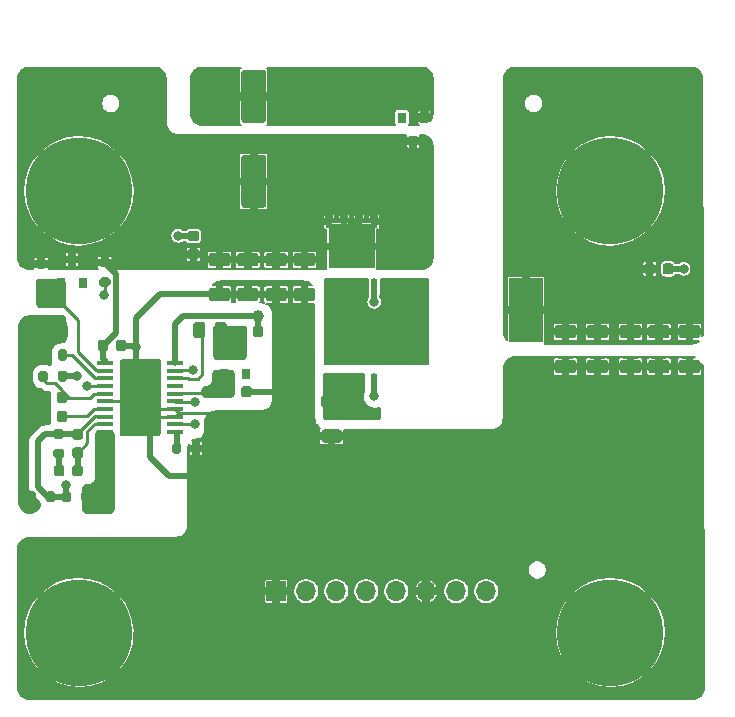
<source format=gbr>
%TF.GenerationSoftware,KiCad,Pcbnew,(5.1.8)-1*%
%TF.CreationDate,2022-03-13T17:16:43-07:00*%
%TF.ProjectId,lm5116_synchronous_buck,6c6d3531-3136-45f7-9379-6e6368726f6e,rev?*%
%TF.SameCoordinates,Original*%
%TF.FileFunction,Copper,L1,Top*%
%TF.FilePolarity,Positive*%
%FSLAX46Y46*%
G04 Gerber Fmt 4.6, Leading zero omitted, Abs format (unit mm)*
G04 Created by KiCad (PCBNEW (5.1.8)-1) date 2022-03-13 17:16:43*
%MOMM*%
%LPD*%
G01*
G04 APERTURE LIST*
%TA.AperFunction,ComponentPad*%
%ADD10C,0.900000*%
%TD*%
%TA.AperFunction,ComponentPad*%
%ADD11C,9.000000*%
%TD*%
%TA.AperFunction,SMDPad,CuDef*%
%ADD12R,0.800000X0.900000*%
%TD*%
%TA.AperFunction,SMDPad,CuDef*%
%ADD13R,3.400000X6.500000*%
%TD*%
%TA.AperFunction,SMDPad,CuDef*%
%ADD14R,1.450000X0.450000*%
%TD*%
%TA.AperFunction,ComponentPad*%
%ADD15O,1.700000X1.700000*%
%TD*%
%TA.AperFunction,ComponentPad*%
%ADD16R,1.700000X1.700000*%
%TD*%
%TA.AperFunction,SMDPad,CuDef*%
%ADD17R,3.910000X3.810000*%
%TD*%
%TA.AperFunction,SMDPad,CuDef*%
%ADD18R,0.610000X1.020000*%
%TD*%
%TA.AperFunction,SMDPad,CuDef*%
%ADD19R,0.610000X1.270000*%
%TD*%
%TA.AperFunction,SMDPad,CuDef*%
%ADD20R,2.900000X5.400000*%
%TD*%
%TA.AperFunction,ViaPad*%
%ADD21C,0.800000*%
%TD*%
%TA.AperFunction,ViaPad*%
%ADD22C,1.000000*%
%TD*%
%TA.AperFunction,Conductor*%
%ADD23C,0.250000*%
%TD*%
%TA.AperFunction,Conductor*%
%ADD24C,0.500000*%
%TD*%
%TA.AperFunction,Conductor*%
%ADD25C,0.127000*%
%TD*%
%TA.AperFunction,Conductor*%
%ADD26C,0.100000*%
%TD*%
%TA.AperFunction,Conductor*%
%ADD27C,0.254000*%
%TD*%
G04 APERTURE END LIST*
D10*
%TO.P,H4,1*%
%TO.N,CSG*%
X123386485Y-119813515D03*
X121000000Y-118825000D03*
X118613515Y-119813515D03*
X117625000Y-122200000D03*
X118613515Y-124586485D03*
X121000000Y-125575000D03*
X123386485Y-124586485D03*
X124375000Y-122200000D03*
D11*
X121000000Y-122200000D03*
%TD*%
D10*
%TO.P,H3,1*%
%TO.N,Vout*%
X168386485Y-82413515D03*
X166000000Y-81425000D03*
X163613515Y-82413515D03*
X162625000Y-84800000D03*
X163613515Y-87186485D03*
X166000000Y-88175000D03*
X168386485Y-87186485D03*
X169375000Y-84800000D03*
D11*
X166000000Y-84800000D03*
%TD*%
D10*
%TO.P,H2,1*%
%TO.N,CSG*%
X168386485Y-119813515D03*
X166000000Y-118825000D03*
X163613515Y-119813515D03*
X162625000Y-122200000D03*
X163613515Y-124586485D03*
X166000000Y-125575000D03*
X168386485Y-124586485D03*
X169375000Y-122200000D03*
D11*
X166000000Y-122200000D03*
%TD*%
D10*
%TO.P,H1,1*%
%TO.N,Vin*%
X123386485Y-82413515D03*
X121000000Y-81425000D03*
X118613515Y-82413515D03*
X117625000Y-84800000D03*
X118613515Y-87186485D03*
X121000000Y-88175000D03*
X123386485Y-87186485D03*
X124375000Y-84800000D03*
D11*
X121000000Y-84800000D03*
%TD*%
%TO.P,C10,1*%
%TO.N,Vin*%
%TA.AperFunction,SMDPad,CuDef*%
G36*
G01*
X132249999Y-90050000D02*
X133550001Y-90050000D01*
G75*
G02*
X133800000Y-90299999I0J-249999D01*
G01*
X133800000Y-90950001D01*
G75*
G02*
X133550001Y-91200000I-249999J0D01*
G01*
X132249999Y-91200000D01*
G75*
G02*
X132000000Y-90950001I0J249999D01*
G01*
X132000000Y-90299999D01*
G75*
G02*
X132249999Y-90050000I249999J0D01*
G01*
G37*
%TD.AperFunction*%
%TO.P,C10,2*%
%TO.N,CSG*%
%TA.AperFunction,SMDPad,CuDef*%
G36*
G01*
X132249999Y-93000000D02*
X133550001Y-93000000D01*
G75*
G02*
X133800000Y-93249999I0J-249999D01*
G01*
X133800000Y-93900001D01*
G75*
G02*
X133550001Y-94150000I-249999J0D01*
G01*
X132249999Y-94150000D01*
G75*
G02*
X132000000Y-93900001I0J249999D01*
G01*
X132000000Y-93249999D01*
G75*
G02*
X132249999Y-93000000I249999J0D01*
G01*
G37*
%TD.AperFunction*%
%TD*%
%TO.P,C9,2*%
%TO.N,CSG*%
%TA.AperFunction,SMDPad,CuDef*%
G36*
G01*
X137049999Y-93000000D02*
X138350001Y-93000000D01*
G75*
G02*
X138600000Y-93249999I0J-249999D01*
G01*
X138600000Y-93900001D01*
G75*
G02*
X138350001Y-94150000I-249999J0D01*
G01*
X137049999Y-94150000D01*
G75*
G02*
X136800000Y-93900001I0J249999D01*
G01*
X136800000Y-93249999D01*
G75*
G02*
X137049999Y-93000000I249999J0D01*
G01*
G37*
%TD.AperFunction*%
%TO.P,C9,1*%
%TO.N,Vin*%
%TA.AperFunction,SMDPad,CuDef*%
G36*
G01*
X137049999Y-90050000D02*
X138350001Y-90050000D01*
G75*
G02*
X138600000Y-90299999I0J-249999D01*
G01*
X138600000Y-90950001D01*
G75*
G02*
X138350001Y-91200000I-249999J0D01*
G01*
X137049999Y-91200000D01*
G75*
G02*
X136800000Y-90950001I0J249999D01*
G01*
X136800000Y-90299999D01*
G75*
G02*
X137049999Y-90050000I249999J0D01*
G01*
G37*
%TD.AperFunction*%
%TD*%
%TO.P,C8,2*%
%TO.N,CSG*%
%TA.AperFunction,SMDPad,CuDef*%
G36*
G01*
X139449999Y-93000000D02*
X140750001Y-93000000D01*
G75*
G02*
X141000000Y-93249999I0J-249999D01*
G01*
X141000000Y-93900001D01*
G75*
G02*
X140750001Y-94150000I-249999J0D01*
G01*
X139449999Y-94150000D01*
G75*
G02*
X139200000Y-93900001I0J249999D01*
G01*
X139200000Y-93249999D01*
G75*
G02*
X139449999Y-93000000I249999J0D01*
G01*
G37*
%TD.AperFunction*%
%TO.P,C8,1*%
%TO.N,Vin*%
%TA.AperFunction,SMDPad,CuDef*%
G36*
G01*
X139449999Y-90050000D02*
X140750001Y-90050000D01*
G75*
G02*
X141000000Y-90299999I0J-249999D01*
G01*
X141000000Y-90950001D01*
G75*
G02*
X140750001Y-91200000I-249999J0D01*
G01*
X139449999Y-91200000D01*
G75*
G02*
X139200000Y-90950001I0J249999D01*
G01*
X139200000Y-90299999D01*
G75*
G02*
X139449999Y-90050000I249999J0D01*
G01*
G37*
%TD.AperFunction*%
%TD*%
%TO.P,C7,2*%
%TO.N,CSG*%
%TA.AperFunction,SMDPad,CuDef*%
G36*
G01*
X134649999Y-93000000D02*
X135950001Y-93000000D01*
G75*
G02*
X136200000Y-93249999I0J-249999D01*
G01*
X136200000Y-93900001D01*
G75*
G02*
X135950001Y-94150000I-249999J0D01*
G01*
X134649999Y-94150000D01*
G75*
G02*
X134400000Y-93900001I0J249999D01*
G01*
X134400000Y-93249999D01*
G75*
G02*
X134649999Y-93000000I249999J0D01*
G01*
G37*
%TD.AperFunction*%
%TO.P,C7,1*%
%TO.N,Vin*%
%TA.AperFunction,SMDPad,CuDef*%
G36*
G01*
X134649999Y-90050000D02*
X135950001Y-90050000D01*
G75*
G02*
X136200000Y-90299999I0J-249999D01*
G01*
X136200000Y-90950001D01*
G75*
G02*
X135950001Y-91200000I-249999J0D01*
G01*
X134649999Y-91200000D01*
G75*
G02*
X134400000Y-90950001I0J249999D01*
G01*
X134400000Y-90299999D01*
G75*
G02*
X134649999Y-90050000I249999J0D01*
G01*
G37*
%TD.AperFunction*%
%TD*%
%TO.P,C4,2*%
%TO.N,CSG*%
%TA.AperFunction,SMDPad,CuDef*%
G36*
G01*
X136600001Y-79050000D02*
X134999999Y-79050000D01*
G75*
G02*
X134750000Y-78800001I0J249999D01*
G01*
X134750000Y-74799999D01*
G75*
G02*
X134999999Y-74550000I249999J0D01*
G01*
X136600001Y-74550000D01*
G75*
G02*
X136850000Y-74799999I0J-249999D01*
G01*
X136850000Y-78800001D01*
G75*
G02*
X136600001Y-79050000I-249999J0D01*
G01*
G37*
%TD.AperFunction*%
%TO.P,C4,1*%
%TO.N,Vin*%
%TA.AperFunction,SMDPad,CuDef*%
G36*
G01*
X136600001Y-86250000D02*
X134999999Y-86250000D01*
G75*
G02*
X134750000Y-86000001I0J249999D01*
G01*
X134750000Y-81999999D01*
G75*
G02*
X134999999Y-81750000I249999J0D01*
G01*
X136600001Y-81750000D01*
G75*
G02*
X136850000Y-81999999I0J-249999D01*
G01*
X136850000Y-86000001D01*
G75*
G02*
X136600001Y-86250000I-249999J0D01*
G01*
G37*
%TD.AperFunction*%
%TD*%
D12*
%TO.P,D3,1*%
%TO.N,Vin*%
X149300000Y-80600000D03*
%TO.P,D3,*%
%TO.N,*%
X148350000Y-78600000D03*
%TO.P,D3,2*%
%TO.N,CSG*%
X150250000Y-78600000D03*
%TD*%
%TO.P,C20,2*%
%TO.N,CSG*%
%TA.AperFunction,SMDPad,CuDef*%
G36*
G01*
X170425000Y-91650000D02*
X170425000Y-91150000D01*
G75*
G02*
X170650000Y-90925000I225000J0D01*
G01*
X171100000Y-90925000D01*
G75*
G02*
X171325000Y-91150000I0J-225000D01*
G01*
X171325000Y-91650000D01*
G75*
G02*
X171100000Y-91875000I-225000J0D01*
G01*
X170650000Y-91875000D01*
G75*
G02*
X170425000Y-91650000I0J225000D01*
G01*
G37*
%TD.AperFunction*%
%TO.P,C20,1*%
%TO.N,Vout*%
%TA.AperFunction,SMDPad,CuDef*%
G36*
G01*
X168875000Y-91650000D02*
X168875000Y-91150000D01*
G75*
G02*
X169100000Y-90925000I225000J0D01*
G01*
X169550000Y-90925000D01*
G75*
G02*
X169775000Y-91150000I0J-225000D01*
G01*
X169775000Y-91650000D01*
G75*
G02*
X169550000Y-91875000I-225000J0D01*
G01*
X169100000Y-91875000D01*
G75*
G02*
X168875000Y-91650000I0J225000D01*
G01*
G37*
%TD.AperFunction*%
%TD*%
%TO.P,C12,2*%
%TO.N,CSG*%
%TA.AperFunction,SMDPad,CuDef*%
G36*
G01*
X130950000Y-89075000D02*
X130450000Y-89075000D01*
G75*
G02*
X130225000Y-88850000I0J225000D01*
G01*
X130225000Y-88400000D01*
G75*
G02*
X130450000Y-88175000I225000J0D01*
G01*
X130950000Y-88175000D01*
G75*
G02*
X131175000Y-88400000I0J-225000D01*
G01*
X131175000Y-88850000D01*
G75*
G02*
X130950000Y-89075000I-225000J0D01*
G01*
G37*
%TD.AperFunction*%
%TO.P,C12,1*%
%TO.N,Vin*%
%TA.AperFunction,SMDPad,CuDef*%
G36*
G01*
X130950000Y-90625000D02*
X130450000Y-90625000D01*
G75*
G02*
X130225000Y-90400000I0J225000D01*
G01*
X130225000Y-89950000D01*
G75*
G02*
X130450000Y-89725000I225000J0D01*
G01*
X130950000Y-89725000D01*
G75*
G02*
X131175000Y-89950000I0J-225000D01*
G01*
X131175000Y-90400000D01*
G75*
G02*
X130950000Y-90625000I-225000J0D01*
G01*
G37*
%TD.AperFunction*%
%TD*%
%TO.P,C3,2*%
%TO.N,FB*%
%TA.AperFunction,SMDPad,CuDef*%
G36*
G01*
X121150000Y-105875000D02*
X120650000Y-105875000D01*
G75*
G02*
X120425000Y-105650000I0J225000D01*
G01*
X120425000Y-105200000D01*
G75*
G02*
X120650000Y-104975000I225000J0D01*
G01*
X121150000Y-104975000D01*
G75*
G02*
X121375000Y-105200000I0J-225000D01*
G01*
X121375000Y-105650000D01*
G75*
G02*
X121150000Y-105875000I-225000J0D01*
G01*
G37*
%TD.AperFunction*%
%TO.P,C3,1*%
%TO.N,Net-(C3-Pad1)*%
%TA.AperFunction,SMDPad,CuDef*%
G36*
G01*
X121150000Y-107425000D02*
X120650000Y-107425000D01*
G75*
G02*
X120425000Y-107200000I0J225000D01*
G01*
X120425000Y-106750000D01*
G75*
G02*
X120650000Y-106525000I225000J0D01*
G01*
X121150000Y-106525000D01*
G75*
G02*
X121375000Y-106750000I0J-225000D01*
G01*
X121375000Y-107200000D01*
G75*
G02*
X121150000Y-107425000I-225000J0D01*
G01*
G37*
%TD.AperFunction*%
%TD*%
%TO.P,C11,2*%
%TO.N,SW*%
%TA.AperFunction,SMDPad,CuDef*%
G36*
G01*
X135725000Y-96950000D02*
X135725000Y-96450000D01*
G75*
G02*
X135950000Y-96225000I225000J0D01*
G01*
X136400000Y-96225000D01*
G75*
G02*
X136625000Y-96450000I0J-225000D01*
G01*
X136625000Y-96950000D01*
G75*
G02*
X136400000Y-97175000I-225000J0D01*
G01*
X135950000Y-97175000D01*
G75*
G02*
X135725000Y-96950000I0J225000D01*
G01*
G37*
%TD.AperFunction*%
%TO.P,C11,1*%
%TO.N,Net-(C11-Pad1)*%
%TA.AperFunction,SMDPad,CuDef*%
G36*
G01*
X134175000Y-96950000D02*
X134175000Y-96450000D01*
G75*
G02*
X134400000Y-96225000I225000J0D01*
G01*
X134850000Y-96225000D01*
G75*
G02*
X135075000Y-96450000I0J-225000D01*
G01*
X135075000Y-96950000D01*
G75*
G02*
X134850000Y-97175000I-225000J0D01*
G01*
X134400000Y-97175000D01*
G75*
G02*
X134175000Y-96950000I0J225000D01*
G01*
G37*
%TD.AperFunction*%
%TD*%
%TO.P,C1,2*%
%TO.N,CSG*%
%TA.AperFunction,SMDPad,CuDef*%
G36*
G01*
X119150000Y-95300000D02*
X119650000Y-95300000D01*
G75*
G02*
X119875000Y-95525000I0J-225000D01*
G01*
X119875000Y-95975000D01*
G75*
G02*
X119650000Y-96200000I-225000J0D01*
G01*
X119150000Y-96200000D01*
G75*
G02*
X118925000Y-95975000I0J225000D01*
G01*
X118925000Y-95525000D01*
G75*
G02*
X119150000Y-95300000I225000J0D01*
G01*
G37*
%TD.AperFunction*%
%TO.P,C1,1*%
%TO.N,Net-(C1-Pad1)*%
%TA.AperFunction,SMDPad,CuDef*%
G36*
G01*
X119150000Y-93750000D02*
X119650000Y-93750000D01*
G75*
G02*
X119875000Y-93975000I0J-225000D01*
G01*
X119875000Y-94425000D01*
G75*
G02*
X119650000Y-94650000I-225000J0D01*
G01*
X119150000Y-94650000D01*
G75*
G02*
X118925000Y-94425000I0J225000D01*
G01*
X118925000Y-93975000D01*
G75*
G02*
X119150000Y-93750000I225000J0D01*
G01*
G37*
%TD.AperFunction*%
%TD*%
%TO.P,C6,2*%
%TO.N,CSG*%
%TA.AperFunction,SMDPad,CuDef*%
G36*
G01*
X118475000Y-103650000D02*
X118475000Y-104150000D01*
G75*
G02*
X118250000Y-104375000I-225000J0D01*
G01*
X117800000Y-104375000D01*
G75*
G02*
X117575000Y-104150000I0J225000D01*
G01*
X117575000Y-103650000D01*
G75*
G02*
X117800000Y-103425000I225000J0D01*
G01*
X118250000Y-103425000D01*
G75*
G02*
X118475000Y-103650000I0J-225000D01*
G01*
G37*
%TD.AperFunction*%
%TO.P,C6,1*%
%TO.N,Net-(C6-Pad1)*%
%TA.AperFunction,SMDPad,CuDef*%
G36*
G01*
X120025000Y-103650000D02*
X120025000Y-104150000D01*
G75*
G02*
X119800000Y-104375000I-225000J0D01*
G01*
X119350000Y-104375000D01*
G75*
G02*
X119125000Y-104150000I0J225000D01*
G01*
X119125000Y-103650000D01*
G75*
G02*
X119350000Y-103425000I225000J0D01*
G01*
X119800000Y-103425000D01*
G75*
G02*
X120025000Y-103650000I0J-225000D01*
G01*
G37*
%TD.AperFunction*%
%TD*%
%TO.P,R1,2*%
%TO.N,Net-(C1-Pad1)*%
%TA.AperFunction,SMDPad,CuDef*%
G36*
G01*
X117525000Y-92225000D02*
X118075000Y-92225000D01*
G75*
G02*
X118275000Y-92425000I0J-200000D01*
G01*
X118275000Y-92825000D01*
G75*
G02*
X118075000Y-93025000I-200000J0D01*
G01*
X117525000Y-93025000D01*
G75*
G02*
X117325000Y-92825000I0J200000D01*
G01*
X117325000Y-92425000D01*
G75*
G02*
X117525000Y-92225000I200000J0D01*
G01*
G37*
%TD.AperFunction*%
%TO.P,R1,1*%
%TO.N,Vin*%
%TA.AperFunction,SMDPad,CuDef*%
G36*
G01*
X117525000Y-90575000D02*
X118075000Y-90575000D01*
G75*
G02*
X118275000Y-90775000I0J-200000D01*
G01*
X118275000Y-91175000D01*
G75*
G02*
X118075000Y-91375000I-200000J0D01*
G01*
X117525000Y-91375000D01*
G75*
G02*
X117325000Y-91175000I0J200000D01*
G01*
X117325000Y-90775000D01*
G75*
G02*
X117525000Y-90575000I200000J0D01*
G01*
G37*
%TD.AperFunction*%
%TD*%
%TO.P,C5,2*%
%TO.N,Net-(C5-Pad2)*%
%TA.AperFunction,SMDPad,CuDef*%
G36*
G01*
X119775000Y-108250000D02*
X119775000Y-108750000D01*
G75*
G02*
X119550000Y-108975000I-225000J0D01*
G01*
X119100000Y-108975000D01*
G75*
G02*
X118875000Y-108750000I0J225000D01*
G01*
X118875000Y-108250000D01*
G75*
G02*
X119100000Y-108025000I225000J0D01*
G01*
X119550000Y-108025000D01*
G75*
G02*
X119775000Y-108250000I0J-225000D01*
G01*
G37*
%TD.AperFunction*%
%TO.P,C5,1*%
%TO.N,Net-(C3-Pad1)*%
%TA.AperFunction,SMDPad,CuDef*%
G36*
G01*
X121325000Y-108250000D02*
X121325000Y-108750000D01*
G75*
G02*
X121100000Y-108975000I-225000J0D01*
G01*
X120650000Y-108975000D01*
G75*
G02*
X120425000Y-108750000I0J225000D01*
G01*
X120425000Y-108250000D01*
G75*
G02*
X120650000Y-108025000I225000J0D01*
G01*
X121100000Y-108025000D01*
G75*
G02*
X121325000Y-108250000I0J-225000D01*
G01*
G37*
%TD.AperFunction*%
%TD*%
%TO.P,R2,2*%
%TO.N,CSG*%
%TA.AperFunction,SMDPad,CuDef*%
G36*
G01*
X117525000Y-95350000D02*
X118075000Y-95350000D01*
G75*
G02*
X118275000Y-95550000I0J-200000D01*
G01*
X118275000Y-95950000D01*
G75*
G02*
X118075000Y-96150000I-200000J0D01*
G01*
X117525000Y-96150000D01*
G75*
G02*
X117325000Y-95950000I0J200000D01*
G01*
X117325000Y-95550000D01*
G75*
G02*
X117525000Y-95350000I200000J0D01*
G01*
G37*
%TD.AperFunction*%
%TO.P,R2,1*%
%TO.N,Net-(C1-Pad1)*%
%TA.AperFunction,SMDPad,CuDef*%
G36*
G01*
X117525000Y-93700000D02*
X118075000Y-93700000D01*
G75*
G02*
X118275000Y-93900000I0J-200000D01*
G01*
X118275000Y-94300000D01*
G75*
G02*
X118075000Y-94500000I-200000J0D01*
G01*
X117525000Y-94500000D01*
G75*
G02*
X117325000Y-94300000I0J200000D01*
G01*
X117325000Y-93900000D01*
G75*
G02*
X117525000Y-93700000I200000J0D01*
G01*
G37*
%TD.AperFunction*%
%TD*%
%TO.P,C19,2*%
%TO.N,Vin*%
%TA.AperFunction,SMDPad,CuDef*%
G36*
G01*
X123475000Y-97650000D02*
X123475000Y-98150000D01*
G75*
G02*
X123250000Y-98375000I-225000J0D01*
G01*
X122800000Y-98375000D01*
G75*
G02*
X122575000Y-98150000I0J225000D01*
G01*
X122575000Y-97650000D01*
G75*
G02*
X122800000Y-97425000I225000J0D01*
G01*
X123250000Y-97425000D01*
G75*
G02*
X123475000Y-97650000I0J-225000D01*
G01*
G37*
%TD.AperFunction*%
%TO.P,C19,1*%
%TO.N,CSG*%
%TA.AperFunction,SMDPad,CuDef*%
G36*
G01*
X125025000Y-97650000D02*
X125025000Y-98150000D01*
G75*
G02*
X124800000Y-98375000I-225000J0D01*
G01*
X124350000Y-98375000D01*
G75*
G02*
X124125000Y-98150000I0J225000D01*
G01*
X124125000Y-97650000D01*
G75*
G02*
X124350000Y-97425000I225000J0D01*
G01*
X124800000Y-97425000D01*
G75*
G02*
X125025000Y-97650000I0J-225000D01*
G01*
G37*
%TD.AperFunction*%
%TD*%
%TO.P,C13,2*%
%TO.N,CSG*%
%TA.AperFunction,SMDPad,CuDef*%
G36*
G01*
X134725000Y-102050000D02*
X134725000Y-101550000D01*
G75*
G02*
X134950000Y-101325000I225000J0D01*
G01*
X135400000Y-101325000D01*
G75*
G02*
X135625000Y-101550000I0J-225000D01*
G01*
X135625000Y-102050000D01*
G75*
G02*
X135400000Y-102275000I-225000J0D01*
G01*
X134950000Y-102275000D01*
G75*
G02*
X134725000Y-102050000I0J225000D01*
G01*
G37*
%TD.AperFunction*%
%TO.P,C13,1*%
%TO.N,Vcc*%
%TA.AperFunction,SMDPad,CuDef*%
G36*
G01*
X133175000Y-102050000D02*
X133175000Y-101550000D01*
G75*
G02*
X133400000Y-101325000I225000J0D01*
G01*
X133850000Y-101325000D01*
G75*
G02*
X134075000Y-101550000I0J-225000D01*
G01*
X134075000Y-102050000D01*
G75*
G02*
X133850000Y-102275000I-225000J0D01*
G01*
X133400000Y-102275000D01*
G75*
G02*
X133175000Y-102050000I0J225000D01*
G01*
G37*
%TD.AperFunction*%
%TD*%
%TO.P,R3,2*%
%TO.N,FB*%
%TA.AperFunction,SMDPad,CuDef*%
G36*
G01*
X119575000Y-105775000D02*
X119025000Y-105775000D01*
G75*
G02*
X118825000Y-105575000I0J200000D01*
G01*
X118825000Y-105175000D01*
G75*
G02*
X119025000Y-104975000I200000J0D01*
G01*
X119575000Y-104975000D01*
G75*
G02*
X119775000Y-105175000I0J-200000D01*
G01*
X119775000Y-105575000D01*
G75*
G02*
X119575000Y-105775000I-200000J0D01*
G01*
G37*
%TD.AperFunction*%
%TO.P,R3,1*%
%TO.N,Net-(C5-Pad2)*%
%TA.AperFunction,SMDPad,CuDef*%
G36*
G01*
X119575000Y-107425000D02*
X119025000Y-107425000D01*
G75*
G02*
X118825000Y-107225000I0J200000D01*
G01*
X118825000Y-106825000D01*
G75*
G02*
X119025000Y-106625000I200000J0D01*
G01*
X119575000Y-106625000D01*
G75*
G02*
X119775000Y-106825000I0J-200000D01*
G01*
X119775000Y-107225000D01*
G75*
G02*
X119575000Y-107425000I-200000J0D01*
G01*
G37*
%TD.AperFunction*%
%TD*%
%TO.P,C2,2*%
%TO.N,Net-(C2-Pad2)*%
%TA.AperFunction,SMDPad,CuDef*%
G36*
G01*
X119125000Y-102550000D02*
X119125000Y-102050000D01*
G75*
G02*
X119350000Y-101825000I225000J0D01*
G01*
X119800000Y-101825000D01*
G75*
G02*
X120025000Y-102050000I0J-225000D01*
G01*
X120025000Y-102550000D01*
G75*
G02*
X119800000Y-102775000I-225000J0D01*
G01*
X119350000Y-102775000D01*
G75*
G02*
X119125000Y-102550000I0J225000D01*
G01*
G37*
%TD.AperFunction*%
%TO.P,C2,1*%
%TO.N,CSG*%
%TA.AperFunction,SMDPad,CuDef*%
G36*
G01*
X117575000Y-102550000D02*
X117575000Y-102050000D01*
G75*
G02*
X117800000Y-101825000I225000J0D01*
G01*
X118250000Y-101825000D01*
G75*
G02*
X118475000Y-102050000I0J-225000D01*
G01*
X118475000Y-102550000D01*
G75*
G02*
X118250000Y-102775000I-225000J0D01*
G01*
X117800000Y-102775000D01*
G75*
G02*
X117575000Y-102550000I0J225000D01*
G01*
G37*
%TD.AperFunction*%
%TD*%
%TO.P,R7,2*%
%TO.N,CSG*%
%TA.AperFunction,SMDPad,CuDef*%
G36*
G01*
X130525000Y-106875000D02*
X130525000Y-106325000D01*
G75*
G02*
X130725000Y-106125000I200000J0D01*
G01*
X131125000Y-106125000D01*
G75*
G02*
X131325000Y-106325000I0J-200000D01*
G01*
X131325000Y-106875000D01*
G75*
G02*
X131125000Y-107075000I-200000J0D01*
G01*
X130725000Y-107075000D01*
G75*
G02*
X130525000Y-106875000I0J200000D01*
G01*
G37*
%TD.AperFunction*%
%TO.P,R7,1*%
%TO.N,Net-(R7-Pad1)*%
%TA.AperFunction,SMDPad,CuDef*%
G36*
G01*
X128875000Y-106875000D02*
X128875000Y-106325000D01*
G75*
G02*
X129075000Y-106125000I200000J0D01*
G01*
X129475000Y-106125000D01*
G75*
G02*
X129675000Y-106325000I0J-200000D01*
G01*
X129675000Y-106875000D01*
G75*
G02*
X129475000Y-107075000I-200000J0D01*
G01*
X129075000Y-107075000D01*
G75*
G02*
X128875000Y-106875000I0J200000D01*
G01*
G37*
%TD.AperFunction*%
%TD*%
%TO.P,R6,2*%
%TO.N,Vin*%
%TA.AperFunction,SMDPad,CuDef*%
G36*
G01*
X123475000Y-91275000D02*
X122925000Y-91275000D01*
G75*
G02*
X122725000Y-91075000I0J200000D01*
G01*
X122725000Y-90675000D01*
G75*
G02*
X122925000Y-90475000I200000J0D01*
G01*
X123475000Y-90475000D01*
G75*
G02*
X123675000Y-90675000I0J-200000D01*
G01*
X123675000Y-91075000D01*
G75*
G02*
X123475000Y-91275000I-200000J0D01*
G01*
G37*
%TD.AperFunction*%
%TO.P,R6,1*%
%TO.N,EN*%
%TA.AperFunction,SMDPad,CuDef*%
G36*
G01*
X123475000Y-92925000D02*
X122925000Y-92925000D01*
G75*
G02*
X122725000Y-92725000I0J200000D01*
G01*
X122725000Y-92325000D01*
G75*
G02*
X122925000Y-92125000I200000J0D01*
G01*
X123475000Y-92125000D01*
G75*
G02*
X123675000Y-92325000I0J-200000D01*
G01*
X123675000Y-92725000D01*
G75*
G02*
X123475000Y-92925000I-200000J0D01*
G01*
G37*
%TD.AperFunction*%
%TD*%
%TO.P,R5,2*%
%TO.N,CSG*%
%TA.AperFunction,SMDPad,CuDef*%
G36*
G01*
X118375000Y-98425000D02*
X118375000Y-98975000D01*
G75*
G02*
X118175000Y-99175000I-200000J0D01*
G01*
X117775000Y-99175000D01*
G75*
G02*
X117575000Y-98975000I0J200000D01*
G01*
X117575000Y-98425000D01*
G75*
G02*
X117775000Y-98225000I200000J0D01*
G01*
X118175000Y-98225000D01*
G75*
G02*
X118375000Y-98425000I0J-200000D01*
G01*
G37*
%TD.AperFunction*%
%TO.P,R5,1*%
%TO.N,Net-(R5-Pad1)*%
%TA.AperFunction,SMDPad,CuDef*%
G36*
G01*
X120025000Y-98425000D02*
X120025000Y-98975000D01*
G75*
G02*
X119825000Y-99175000I-200000J0D01*
G01*
X119425000Y-99175000D01*
G75*
G02*
X119225000Y-98975000I0J200000D01*
G01*
X119225000Y-98425000D01*
G75*
G02*
X119425000Y-98225000I200000J0D01*
G01*
X119825000Y-98225000D01*
G75*
G02*
X120025000Y-98425000I0J-200000D01*
G01*
G37*
%TD.AperFunction*%
%TD*%
D13*
%TO.P,U1,21*%
%TO.N,CSG*%
X126200000Y-102300000D03*
D14*
%TO.P,U1,20*%
%TO.N,SW*%
X129150000Y-99380000D03*
%TO.P,U1,19*%
%TO.N,HO*%
X129150000Y-100030000D03*
%TO.P,U1,18*%
%TO.N,Net-(R8-Pad2)*%
X129150000Y-100680000D03*
%TO.P,U1,17*%
%TO.N,Net-(U1-Pad17)*%
X129150000Y-101330000D03*
%TO.P,U1,16*%
%TO.N,Vcc*%
X129150000Y-101970000D03*
%TO.P,U1,15*%
%TO.N,LO*%
X129150000Y-102630000D03*
%TO.P,U1,14*%
%TO.N,CSG*%
X129150000Y-103270000D03*
%TO.P,U1,13*%
X129150000Y-103920000D03*
%TO.P,U1,12*%
%TO.N,CS*%
X129150000Y-104570000D03*
%TO.P,U1,11*%
%TO.N,Net-(R7-Pad1)*%
X129150000Y-105220000D03*
%TO.P,U1,10*%
%TO.N,Vout*%
X123250000Y-105220000D03*
%TO.P,U1,9*%
%TO.N,Net-(C3-Pad1)*%
X123250000Y-104570000D03*
%TO.P,U1,8*%
%TO.N,FB*%
X123250000Y-103920000D03*
%TO.P,U1,7*%
%TO.N,Net-(C6-Pad1)*%
X123250000Y-103270000D03*
%TO.P,U1,6*%
%TO.N,CSG*%
X123250000Y-102630000D03*
%TO.P,U1,5*%
%TO.N,Net-(C2-Pad2)*%
X123250000Y-101970000D03*
%TO.P,U1,4*%
%TO.N,EN*%
X123250000Y-101330000D03*
%TO.P,U1,3*%
%TO.N,Net-(R5-Pad1)*%
X123250000Y-100680000D03*
%TO.P,U1,2*%
%TO.N,Net-(C1-Pad1)*%
X123250000Y-100030000D03*
%TO.P,U1,1*%
%TO.N,Vin*%
X123250000Y-99380000D03*
%TD*%
%TO.P,R4,2*%
%TO.N,Vcc*%
%TA.AperFunction,SMDPad,CuDef*%
G36*
G01*
X119225000Y-100775000D02*
X119225000Y-100225000D01*
G75*
G02*
X119425000Y-100025000I200000J0D01*
G01*
X119825000Y-100025000D01*
G75*
G02*
X120025000Y-100225000I0J-200000D01*
G01*
X120025000Y-100775000D01*
G75*
G02*
X119825000Y-100975000I-200000J0D01*
G01*
X119425000Y-100975000D01*
G75*
G02*
X119225000Y-100775000I0J200000D01*
G01*
G37*
%TD.AperFunction*%
%TO.P,R4,1*%
%TO.N,Net-(C2-Pad2)*%
%TA.AperFunction,SMDPad,CuDef*%
G36*
G01*
X117575000Y-100775000D02*
X117575000Y-100225000D01*
G75*
G02*
X117775000Y-100025000I200000J0D01*
G01*
X118175000Y-100025000D01*
G75*
G02*
X118375000Y-100225000I0J-200000D01*
G01*
X118375000Y-100775000D01*
G75*
G02*
X118175000Y-100975000I-200000J0D01*
G01*
X117775000Y-100975000D01*
G75*
G02*
X117575000Y-100775000I0J200000D01*
G01*
G37*
%TD.AperFunction*%
%TD*%
D12*
%TO.P,D1,1*%
%TO.N,Vin*%
X120400000Y-90600000D03*
%TO.P,D1,*%
%TO.N,*%
X121350000Y-92600000D03*
%TO.P,D1,2*%
%TO.N,Net-(C1-Pad1)*%
X119450000Y-92600000D03*
%TD*%
%TO.P,R8,2*%
%TO.N,Net-(R8-Pad2)*%
%TA.AperFunction,SMDPad,CuDef*%
G36*
G01*
X131700000Y-96149998D02*
X131700000Y-97050002D01*
G75*
G02*
X131450002Y-97300000I-249998J0D01*
G01*
X130924998Y-97300000D01*
G75*
G02*
X130675000Y-97050002I0J249998D01*
G01*
X130675000Y-96149998D01*
G75*
G02*
X130924998Y-95900000I249998J0D01*
G01*
X131450002Y-95900000D01*
G75*
G02*
X131700000Y-96149998I0J-249998D01*
G01*
G37*
%TD.AperFunction*%
%TO.P,R8,1*%
%TO.N,Net-(C11-Pad1)*%
%TA.AperFunction,SMDPad,CuDef*%
G36*
G01*
X133525000Y-96149998D02*
X133525000Y-97050002D01*
G75*
G02*
X133275002Y-97300000I-249998J0D01*
G01*
X132749998Y-97300000D01*
G75*
G02*
X132500000Y-97050002I0J249998D01*
G01*
X132500000Y-96149998D01*
G75*
G02*
X132749998Y-95900000I249998J0D01*
G01*
X133275002Y-95900000D01*
G75*
G02*
X133525000Y-96149998I0J-249998D01*
G01*
G37*
%TD.AperFunction*%
%TD*%
%TO.P,D2,1*%
%TO.N,Net-(C11-Pad1)*%
X134200000Y-98300000D03*
%TO.P,D2,*%
%TO.N,*%
X135150000Y-100300000D03*
%TO.P,D2,2*%
%TO.N,Vcc*%
X133250000Y-100300000D03*
%TD*%
%TO.P,R11,2*%
%TO.N,CSG*%
%TA.AperFunction,SMDPad,CuDef*%
G36*
G01*
X117350000Y-110425000D02*
X117350000Y-110975000D01*
G75*
G02*
X117150000Y-111175000I-200000J0D01*
G01*
X116750000Y-111175000D01*
G75*
G02*
X116550000Y-110975000I0J200000D01*
G01*
X116550000Y-110425000D01*
G75*
G02*
X116750000Y-110225000I200000J0D01*
G01*
X117150000Y-110225000D01*
G75*
G02*
X117350000Y-110425000I0J-200000D01*
G01*
G37*
%TD.AperFunction*%
%TO.P,R11,1*%
%TO.N,FB*%
%TA.AperFunction,SMDPad,CuDef*%
G36*
G01*
X119000000Y-110425000D02*
X119000000Y-110975000D01*
G75*
G02*
X118800000Y-111175000I-200000J0D01*
G01*
X118400000Y-111175000D01*
G75*
G02*
X118200000Y-110975000I0J200000D01*
G01*
X118200000Y-110425000D01*
G75*
G02*
X118400000Y-110225000I200000J0D01*
G01*
X118800000Y-110225000D01*
G75*
G02*
X119000000Y-110425000I0J-200000D01*
G01*
G37*
%TD.AperFunction*%
%TD*%
%TO.P,R10,2*%
%TO.N,FB*%
%TA.AperFunction,SMDPad,CuDef*%
G36*
G01*
X120362500Y-110425000D02*
X120362500Y-110975000D01*
G75*
G02*
X120162500Y-111175000I-200000J0D01*
G01*
X119762500Y-111175000D01*
G75*
G02*
X119562500Y-110975000I0J200000D01*
G01*
X119562500Y-110425000D01*
G75*
G02*
X119762500Y-110225000I200000J0D01*
G01*
X120162500Y-110225000D01*
G75*
G02*
X120362500Y-110425000I0J-200000D01*
G01*
G37*
%TD.AperFunction*%
%TO.P,R10,1*%
%TO.N,Vout*%
%TA.AperFunction,SMDPad,CuDef*%
G36*
G01*
X122012500Y-110425000D02*
X122012500Y-110975000D01*
G75*
G02*
X121812500Y-111175000I-200000J0D01*
G01*
X121412500Y-111175000D01*
G75*
G02*
X121212500Y-110975000I0J200000D01*
G01*
X121212500Y-110425000D01*
G75*
G02*
X121412500Y-110225000I200000J0D01*
G01*
X121812500Y-110225000D01*
G75*
G02*
X122012500Y-110425000I0J-200000D01*
G01*
G37*
%TD.AperFunction*%
%TD*%
D15*
%TO.P,J2,8*%
%TO.N,Vin*%
X155480000Y-118700000D03*
%TO.P,J2,7*%
%TO.N,Vout*%
X152940000Y-118700000D03*
%TO.P,J2,6*%
%TO.N,CSG*%
X150400000Y-118700000D03*
%TO.P,J2,5*%
%TO.N,SW*%
X147860000Y-118700000D03*
%TO.P,J2,4*%
%TO.N,EN*%
X145320000Y-118700000D03*
%TO.P,J2,3*%
%TO.N,CS*%
X142780000Y-118700000D03*
%TO.P,J2,2*%
%TO.N,FB*%
X140240000Y-118700000D03*
D16*
%TO.P,J2,1*%
%TO.N,CSG*%
X137700000Y-118700000D03*
%TD*%
D17*
%TO.P,U3,5*%
%TO.N,SW*%
X144065000Y-97505000D03*
D18*
X142160000Y-95400000D03*
X143430000Y-95400000D03*
X144700000Y-95400000D03*
X145970000Y-95400000D03*
D19*
%TO.P,U3,4*%
%TO.N,LO*%
X145970000Y-100865000D03*
%TO.P,U3,3*%
%TO.N,CS*%
X144700000Y-100865000D03*
%TO.P,U3,2*%
X143430000Y-100865000D03*
%TO.P,U3,1*%
X142160000Y-100865000D03*
%TD*%
D17*
%TO.P,U2,5*%
%TO.N,Vin*%
X144100000Y-89500000D03*
D18*
X142195000Y-87395000D03*
X143465000Y-87395000D03*
X144735000Y-87395000D03*
X146005000Y-87395000D03*
D19*
%TO.P,U2,4*%
%TO.N,HO*%
X146005000Y-92860000D03*
%TO.P,U2,3*%
%TO.N,SW*%
X144735000Y-92860000D03*
%TO.P,U2,2*%
X143465000Y-92860000D03*
%TO.P,U2,1*%
X142195000Y-92860000D03*
%TD*%
%TO.P,R9,2*%
%TO.N,CS*%
%TA.AperFunction,SMDPad,CuDef*%
G36*
G01*
X143025003Y-103200000D02*
X141774997Y-103200000D01*
G75*
G02*
X141525000Y-102950003I0J249997D01*
G01*
X141525000Y-102324997D01*
G75*
G02*
X141774997Y-102075000I249997J0D01*
G01*
X143025003Y-102075000D01*
G75*
G02*
X143275000Y-102324997I0J-249997D01*
G01*
X143275000Y-102950003D01*
G75*
G02*
X143025003Y-103200000I-249997J0D01*
G01*
G37*
%TD.AperFunction*%
%TO.P,R9,1*%
%TO.N,CSG*%
%TA.AperFunction,SMDPad,CuDef*%
G36*
G01*
X143025003Y-106125000D02*
X141774997Y-106125000D01*
G75*
G02*
X141525000Y-105875003I0J249997D01*
G01*
X141525000Y-105249997D01*
G75*
G02*
X141774997Y-105000000I249997J0D01*
G01*
X143025003Y-105000000D01*
G75*
G02*
X143275000Y-105249997I0J-249997D01*
G01*
X143275000Y-105875003D01*
G75*
G02*
X143025003Y-106125000I-249997J0D01*
G01*
G37*
%TD.AperFunction*%
%TD*%
D20*
%TO.P,L1,2*%
%TO.N,Vout*%
X158850000Y-94900000D03*
%TO.P,L1,1*%
%TO.N,SW*%
X148950000Y-94900000D03*
%TD*%
%TO.P,C18,2*%
%TO.N,CSG*%
%TA.AperFunction,SMDPad,CuDef*%
G36*
G01*
X169449999Y-99100000D02*
X170750001Y-99100000D01*
G75*
G02*
X171000000Y-99349999I0J-249999D01*
G01*
X171000000Y-100000001D01*
G75*
G02*
X170750001Y-100250000I-249999J0D01*
G01*
X169449999Y-100250000D01*
G75*
G02*
X169200000Y-100000001I0J249999D01*
G01*
X169200000Y-99349999D01*
G75*
G02*
X169449999Y-99100000I249999J0D01*
G01*
G37*
%TD.AperFunction*%
%TO.P,C18,1*%
%TO.N,Vout*%
%TA.AperFunction,SMDPad,CuDef*%
G36*
G01*
X169449999Y-96150000D02*
X170750001Y-96150000D01*
G75*
G02*
X171000000Y-96399999I0J-249999D01*
G01*
X171000000Y-97050001D01*
G75*
G02*
X170750001Y-97300000I-249999J0D01*
G01*
X169449999Y-97300000D01*
G75*
G02*
X169200000Y-97050001I0J249999D01*
G01*
X169200000Y-96399999D01*
G75*
G02*
X169449999Y-96150000I249999J0D01*
G01*
G37*
%TD.AperFunction*%
%TD*%
%TO.P,C17,2*%
%TO.N,CSG*%
%TA.AperFunction,SMDPad,CuDef*%
G36*
G01*
X167049999Y-99100000D02*
X168350001Y-99100000D01*
G75*
G02*
X168600000Y-99349999I0J-249999D01*
G01*
X168600000Y-100000001D01*
G75*
G02*
X168350001Y-100250000I-249999J0D01*
G01*
X167049999Y-100250000D01*
G75*
G02*
X166800000Y-100000001I0J249999D01*
G01*
X166800000Y-99349999D01*
G75*
G02*
X167049999Y-99100000I249999J0D01*
G01*
G37*
%TD.AperFunction*%
%TO.P,C17,1*%
%TO.N,Vout*%
%TA.AperFunction,SMDPad,CuDef*%
G36*
G01*
X167049999Y-96150000D02*
X168350001Y-96150000D01*
G75*
G02*
X168600000Y-96399999I0J-249999D01*
G01*
X168600000Y-97050001D01*
G75*
G02*
X168350001Y-97300000I-249999J0D01*
G01*
X167049999Y-97300000D01*
G75*
G02*
X166800000Y-97050001I0J249999D01*
G01*
X166800000Y-96399999D01*
G75*
G02*
X167049999Y-96150000I249999J0D01*
G01*
G37*
%TD.AperFunction*%
%TD*%
%TO.P,C16,2*%
%TO.N,CSG*%
%TA.AperFunction,SMDPad,CuDef*%
G36*
G01*
X161549999Y-99100000D02*
X162850001Y-99100000D01*
G75*
G02*
X163100000Y-99349999I0J-249999D01*
G01*
X163100000Y-100000001D01*
G75*
G02*
X162850001Y-100250000I-249999J0D01*
G01*
X161549999Y-100250000D01*
G75*
G02*
X161300000Y-100000001I0J249999D01*
G01*
X161300000Y-99349999D01*
G75*
G02*
X161549999Y-99100000I249999J0D01*
G01*
G37*
%TD.AperFunction*%
%TO.P,C16,1*%
%TO.N,Vout*%
%TA.AperFunction,SMDPad,CuDef*%
G36*
G01*
X161549999Y-96150000D02*
X162850001Y-96150000D01*
G75*
G02*
X163100000Y-96399999I0J-249999D01*
G01*
X163100000Y-97050001D01*
G75*
G02*
X162850001Y-97300000I-249999J0D01*
G01*
X161549999Y-97300000D01*
G75*
G02*
X161300000Y-97050001I0J249999D01*
G01*
X161300000Y-96399999D01*
G75*
G02*
X161549999Y-96150000I249999J0D01*
G01*
G37*
%TD.AperFunction*%
%TD*%
%TO.P,C15,2*%
%TO.N,CSG*%
%TA.AperFunction,SMDPad,CuDef*%
G36*
G01*
X172049999Y-99100000D02*
X173350001Y-99100000D01*
G75*
G02*
X173600000Y-99349999I0J-249999D01*
G01*
X173600000Y-100000001D01*
G75*
G02*
X173350001Y-100250000I-249999J0D01*
G01*
X172049999Y-100250000D01*
G75*
G02*
X171800000Y-100000001I0J249999D01*
G01*
X171800000Y-99349999D01*
G75*
G02*
X172049999Y-99100000I249999J0D01*
G01*
G37*
%TD.AperFunction*%
%TO.P,C15,1*%
%TO.N,Vout*%
%TA.AperFunction,SMDPad,CuDef*%
G36*
G01*
X172049999Y-96150000D02*
X173350001Y-96150000D01*
G75*
G02*
X173600000Y-96399999I0J-249999D01*
G01*
X173600000Y-97050001D01*
G75*
G02*
X173350001Y-97300000I-249999J0D01*
G01*
X172049999Y-97300000D01*
G75*
G02*
X171800000Y-97050001I0J249999D01*
G01*
X171800000Y-96399999D01*
G75*
G02*
X172049999Y-96150000I249999J0D01*
G01*
G37*
%TD.AperFunction*%
%TD*%
%TO.P,C14,2*%
%TO.N,CSG*%
%TA.AperFunction,SMDPad,CuDef*%
G36*
G01*
X164249999Y-99100000D02*
X165550001Y-99100000D01*
G75*
G02*
X165800000Y-99349999I0J-249999D01*
G01*
X165800000Y-100000001D01*
G75*
G02*
X165550001Y-100250000I-249999J0D01*
G01*
X164249999Y-100250000D01*
G75*
G02*
X164000000Y-100000001I0J249999D01*
G01*
X164000000Y-99349999D01*
G75*
G02*
X164249999Y-99100000I249999J0D01*
G01*
G37*
%TD.AperFunction*%
%TO.P,C14,1*%
%TO.N,Vout*%
%TA.AperFunction,SMDPad,CuDef*%
G36*
G01*
X164249999Y-96150000D02*
X165550001Y-96150000D01*
G75*
G02*
X165800000Y-96399999I0J-249999D01*
G01*
X165800000Y-97050001D01*
G75*
G02*
X165550001Y-97300000I-249999J0D01*
G01*
X164249999Y-97300000D01*
G75*
G02*
X164000000Y-97050001I0J249999D01*
G01*
X164000000Y-96399999D01*
G75*
G02*
X164249999Y-96150000I249999J0D01*
G01*
G37*
%TD.AperFunction*%
%TD*%
D21*
%TO.N,CSG*%
X136400000Y-76200000D03*
X135400000Y-76200000D03*
X136400000Y-77200000D03*
X135400000Y-77200000D03*
X136400000Y-78200000D03*
X135400000Y-78200000D03*
X135300000Y-93600000D03*
X172700000Y-99700000D03*
X170100000Y-99700000D03*
X167700000Y-99700000D03*
X164900000Y-99700000D03*
X162200000Y-99700000D03*
X166700000Y-102000000D03*
X162200000Y-103500000D03*
X169700000Y-102000000D03*
X166700000Y-103500000D03*
X168200000Y-102000000D03*
X171200000Y-102000000D03*
X169700000Y-103500000D03*
X165200000Y-103500000D03*
X168200000Y-103500000D03*
X163700000Y-103500000D03*
X162200000Y-102000000D03*
X171200000Y-103500000D03*
X165200000Y-102000000D03*
X163700000Y-102000000D03*
X125300000Y-103100000D03*
X125300000Y-101400000D03*
X125300000Y-99700000D03*
X127000000Y-103100000D03*
X127000000Y-99700000D03*
X127000000Y-101400000D03*
X127000000Y-104800000D03*
X127800000Y-115700000D03*
X130800000Y-115700000D03*
X132300000Y-115700000D03*
X129300000Y-115700000D03*
X136800000Y-115700000D03*
X135300000Y-115700000D03*
X133800000Y-115700000D03*
X162100000Y-110400000D03*
X165100000Y-110400000D03*
X166600000Y-110400000D03*
X163600000Y-110400000D03*
X171100000Y-110400000D03*
X169600000Y-110400000D03*
X168100000Y-110400000D03*
X162100000Y-111900000D03*
X165100000Y-111900000D03*
X166600000Y-111900000D03*
X163600000Y-111900000D03*
X171100000Y-111900000D03*
X169600000Y-111900000D03*
X168100000Y-111900000D03*
X143200000Y-75600000D03*
X146200000Y-75600000D03*
X144700000Y-75600000D03*
X143200000Y-77500000D03*
X146200000Y-77500000D03*
X144700000Y-77500000D03*
X119400000Y-96900000D03*
X117700000Y-96900000D03*
X116700000Y-98700000D03*
X116700000Y-101200000D03*
X116600000Y-103600000D03*
X125800000Y-98000000D03*
X129400000Y-88600000D03*
X172200000Y-91400000D03*
X116400000Y-105700000D03*
X116300000Y-108300000D03*
X132900000Y-93575000D03*
%TO.N,FB*%
X119900000Y-109700000D03*
%TO.N,Vin*%
X136300000Y-84900000D03*
X135300000Y-84900000D03*
X136300000Y-83800000D03*
X135300000Y-83800000D03*
X136300000Y-82700000D03*
X135300000Y-82700000D03*
X140100000Y-90600000D03*
X137700000Y-90600000D03*
X135300000Y-90600000D03*
X132900000Y-90600000D03*
X142700000Y-90400000D03*
X144000000Y-90400000D03*
X145300000Y-90400000D03*
X145300000Y-88900000D03*
X144000000Y-88900000D03*
X142700000Y-88900000D03*
X143600000Y-83900000D03*
X145100000Y-83900000D03*
X142100000Y-83900000D03*
X149600000Y-83900000D03*
X148100000Y-83900000D03*
X146600000Y-83900000D03*
X143600000Y-85300000D03*
X145100000Y-85300000D03*
X142100000Y-85300000D03*
X149600000Y-85300000D03*
X148100000Y-85300000D03*
X146600000Y-85300000D03*
X126800000Y-84000000D03*
X128200000Y-84000000D03*
X129600000Y-84000000D03*
X126800000Y-85400000D03*
X128200000Y-85400000D03*
X129600000Y-85400000D03*
%TO.N,SW*%
X149500000Y-93100000D03*
X148200000Y-93100000D03*
X149500000Y-96800000D03*
X148200000Y-96800000D03*
X149500000Y-95500000D03*
X148200000Y-95500000D03*
X149500000Y-94200000D03*
X148200000Y-94200000D03*
X144000000Y-98100000D03*
X145500000Y-98100000D03*
X145500000Y-96900000D03*
X142200000Y-94200000D03*
X143500000Y-94200000D03*
X144700000Y-94200000D03*
D22*
X136200000Y-95400000D03*
D21*
%TO.N,Vcc*%
X120800000Y-100500000D03*
X132000000Y-101700000D03*
%TO.N,Vout*%
X158200000Y-96900000D03*
X159600000Y-95900000D03*
X158200000Y-95900000D03*
X159600000Y-94900000D03*
X158200000Y-94900000D03*
X159600000Y-93900000D03*
X158200000Y-93900000D03*
X159600000Y-92900000D03*
X158200000Y-92900000D03*
X172700000Y-96700000D03*
X170100000Y-96700000D03*
X167700000Y-96700000D03*
X164900000Y-96700000D03*
X162200000Y-96700000D03*
X161900000Y-78900000D03*
X164900000Y-78900000D03*
X166400000Y-78900000D03*
X163400000Y-78900000D03*
X170900000Y-78900000D03*
X169400000Y-78900000D03*
X167900000Y-78900000D03*
X123100000Y-108700000D03*
X162200000Y-94700000D03*
X165200000Y-94700000D03*
X166700000Y-94700000D03*
X163700000Y-94700000D03*
X171200000Y-94700000D03*
X169700000Y-94700000D03*
X168200000Y-94700000D03*
X162200000Y-93100000D03*
X163700000Y-93100000D03*
X165200000Y-93100000D03*
X166700000Y-93100000D03*
X168200000Y-93100000D03*
X169700000Y-93100000D03*
X171200000Y-93100000D03*
%TO.N,EN*%
X121700000Y-101300000D03*
X123100000Y-93600000D03*
%TO.N,CS*%
X144000000Y-103800000D03*
X144900000Y-103800000D03*
X130800000Y-104500000D03*
%TO.N,HO*%
X146000000Y-94200000D03*
X130700000Y-100000000D03*
%TO.N,LO*%
X146000000Y-102200000D03*
X130800000Y-102700000D03*
%TD*%
D23*
%TO.N,CSG*%
X129490000Y-103600000D02*
X130700000Y-103600000D01*
X129200000Y-103890000D02*
X129490000Y-103600000D01*
D24*
X125700000Y-97900000D02*
X125800000Y-98000000D01*
X124575000Y-97900000D02*
X125700000Y-97900000D01*
X135175000Y-101800000D02*
X137900000Y-101800000D01*
D23*
X116600000Y-103600000D02*
X116600000Y-105700000D01*
X129560000Y-103600000D02*
X130200000Y-103600000D01*
X130200000Y-103600000D02*
X130700000Y-103600000D01*
X130200000Y-103600000D02*
X130900000Y-103600000D01*
X129480000Y-103600000D02*
X130900000Y-103600000D01*
X129150000Y-103270000D02*
X129480000Y-103600000D01*
D24*
X129425000Y-88625000D02*
X129400000Y-88600000D01*
X130700000Y-88625000D02*
X129425000Y-88625000D01*
X172200000Y-91400000D02*
X170875000Y-91400000D01*
D23*
X125870000Y-102630000D02*
X126200000Y-102300000D01*
X123250000Y-102630000D02*
X125870000Y-102630000D01*
X126200000Y-102320000D02*
X124674999Y-103845001D01*
X126200000Y-102300000D02*
X126200000Y-102320000D01*
D24*
X125800000Y-101900000D02*
X126200000Y-102300000D01*
X125800000Y-98000000D02*
X125800000Y-101900000D01*
D23*
X116600000Y-105700000D02*
X116600000Y-108300000D01*
X116600000Y-108300000D02*
X116600000Y-109917478D01*
X127170000Y-103270000D02*
X127000000Y-103100000D01*
X129150000Y-103270000D02*
X127170000Y-103270000D01*
X127820000Y-103920000D02*
X126200000Y-102300000D01*
X129150000Y-103920000D02*
X127820000Y-103920000D01*
X130900000Y-103600000D02*
X132000000Y-103600000D01*
X132000000Y-103600000D02*
X132600000Y-104200000D01*
D24*
X127000000Y-104800000D02*
X127000000Y-107300000D01*
X127000000Y-107300000D02*
X128600000Y-108900000D01*
X128600000Y-108900000D02*
X131000000Y-108900000D01*
X125800000Y-98000000D02*
X125800000Y-95600000D01*
X127825000Y-93575000D02*
X132900000Y-93575000D01*
X125800000Y-95600000D02*
X127825000Y-93575000D01*
X132900000Y-93575000D02*
X132900000Y-93575000D01*
D23*
%TO.N,Net-(C1-Pad1)*%
X119400000Y-94200000D02*
X120900000Y-95700000D01*
X122414998Y-100000000D02*
X123300000Y-100000000D01*
X120900000Y-98485002D02*
X122414998Y-100000000D01*
X120900000Y-95700000D02*
X120900000Y-98485002D01*
%TO.N,Net-(C2-Pad2)*%
X122275000Y-101970000D02*
X123250000Y-101970000D01*
X121945000Y-102300000D02*
X122275000Y-101970000D01*
X117975000Y-100500000D02*
X117975000Y-100775000D01*
X117975000Y-100775000D02*
X118300000Y-101100000D01*
X119007522Y-101100000D02*
X119407522Y-101500000D01*
X118300000Y-101100000D02*
X119007522Y-101100000D01*
X119407522Y-101507522D02*
X120200000Y-102300000D01*
X119407522Y-101500000D02*
X119407522Y-101507522D01*
X120200000Y-102300000D02*
X121945000Y-102300000D01*
X119575000Y-102300000D02*
X120200000Y-102300000D01*
D24*
%TO.N,FB*%
X118600000Y-110700000D02*
X119962500Y-110700000D01*
D23*
X122325000Y-103890000D02*
X120840000Y-105375000D01*
X123300000Y-103890000D02*
X122325000Y-103890000D01*
D24*
X119300000Y-105375000D02*
X120850000Y-105375000D01*
D23*
X118499990Y-110599990D02*
X118600000Y-110700000D01*
X120900000Y-105425000D02*
X119682522Y-105425000D01*
D24*
X119900000Y-110637500D02*
X119962500Y-110700000D01*
X119900000Y-109700000D02*
X119900000Y-110637500D01*
X119300000Y-105375000D02*
X118125000Y-105375000D01*
X118125000Y-105375000D02*
X117500000Y-106000000D01*
X118344254Y-110700000D02*
X118600000Y-110700000D01*
X117500000Y-109855746D02*
X118344254Y-110700000D01*
X117500000Y-106000000D02*
X117500000Y-109855746D01*
D23*
%TO.N,Net-(C3-Pad1)*%
X121700010Y-106174990D02*
X120900000Y-106975000D01*
X122325000Y-104540000D02*
X121700010Y-105164990D01*
X121700010Y-105164990D02*
X121700010Y-106174990D01*
X123300000Y-104540000D02*
X122325000Y-104540000D01*
D24*
X120900000Y-108575000D02*
X120875000Y-108600000D01*
X120900000Y-106975000D02*
X120900000Y-108575000D01*
%TO.N,Vin*%
X124125010Y-96799990D02*
X123025000Y-97900000D01*
X124125010Y-91800010D02*
X124125010Y-96799990D01*
X123200000Y-90875000D02*
X124125010Y-91800010D01*
X123025000Y-99049999D02*
X123300000Y-99324999D01*
X123025000Y-97900000D02*
X123025000Y-99049999D01*
%TO.N,Net-(C5-Pad2)*%
X119300000Y-108575000D02*
X119325000Y-108600000D01*
X119300000Y-107025000D02*
X119300000Y-108575000D01*
D23*
%TO.N,Net-(C6-Pad1)*%
X122308590Y-103270000D02*
X123250000Y-103270000D01*
X121678590Y-103900000D02*
X122308590Y-103270000D01*
X119575000Y-103900000D02*
X121678590Y-103900000D01*
D24*
%TO.N,SW*%
X136200000Y-96675000D02*
X136175000Y-96700000D01*
X136200000Y-95400000D02*
X136200000Y-96675000D01*
D23*
X128520000Y-99380000D02*
X129150000Y-99380000D01*
X129150000Y-99380000D02*
X129580000Y-99380000D01*
D24*
X129150000Y-96050000D02*
X129150000Y-99354999D01*
X129800000Y-95400000D02*
X129150000Y-96050000D01*
X136200000Y-95400000D02*
X129800000Y-95400000D01*
D23*
%TO.N,Vcc*%
X131405685Y-101940000D02*
X131650001Y-102184316D01*
X129200000Y-101940000D02*
X131405685Y-101940000D01*
D24*
X119625000Y-100500000D02*
X120800000Y-100500000D01*
D23*
%TO.N,EN*%
X123200000Y-93500000D02*
X123100000Y-93600000D01*
X123200000Y-92525000D02*
X123200000Y-93500000D01*
X123220000Y-101300000D02*
X123250000Y-101330000D01*
X121700000Y-101300000D02*
X123220000Y-101300000D01*
%TO.N,Net-(R5-Pad1)*%
X120399999Y-98700000D02*
X119625000Y-98700000D01*
X122379999Y-100680000D02*
X120399999Y-98700000D01*
X123250000Y-100680000D02*
X122379999Y-100680000D01*
%TO.N,Net-(R7-Pad1)*%
X128620000Y-105220000D02*
X129150000Y-105220000D01*
X129150000Y-105220000D02*
X129680000Y-105220000D01*
D24*
X129275000Y-106600000D02*
X129275000Y-105370001D01*
D23*
%TO.N,Net-(R8-Pad2)*%
X129200000Y-100650000D02*
X130276998Y-100650000D01*
X131425001Y-96837501D02*
X131187500Y-96600000D01*
X131425001Y-100348001D02*
X131425001Y-96837501D01*
X131048001Y-100725001D02*
X131425001Y-100348001D01*
X130351999Y-100725001D02*
X131048001Y-100725001D01*
X130276998Y-100650000D02*
X130351999Y-100725001D01*
%TO.N,CS*%
X130730000Y-104570000D02*
X130800000Y-104500000D01*
X129150000Y-104570000D02*
X130730000Y-104570000D01*
%TO.N,HO*%
X129200000Y-100000000D02*
X130700000Y-100000000D01*
D24*
X146005000Y-94195000D02*
X146000000Y-94200000D01*
X146005000Y-92860000D02*
X146005000Y-94195000D01*
X146005000Y-92860000D02*
X146005000Y-92405000D01*
%TO.N,LO*%
X145970000Y-102170000D02*
X146000000Y-102200000D01*
X145970000Y-100865000D02*
X145970000Y-102170000D01*
D23*
X129220000Y-102700000D02*
X129150000Y-102630000D01*
X130800000Y-102700000D02*
X129220000Y-102700000D01*
D24*
X145970000Y-100865000D02*
X145970000Y-100470000D01*
%TD*%
D25*
%TO.N,SW*%
X145435226Y-93495000D02*
X145440314Y-93546655D01*
X145455381Y-93596325D01*
X145479848Y-93642101D01*
X145491501Y-93656299D01*
X145491501Y-93770169D01*
X145484626Y-93777044D01*
X145412014Y-93885715D01*
X145361998Y-94006464D01*
X145336500Y-94134651D01*
X145336500Y-94265349D01*
X145361998Y-94393536D01*
X145412014Y-94514285D01*
X145484626Y-94622956D01*
X145577044Y-94715374D01*
X145685715Y-94787986D01*
X145806464Y-94838002D01*
X145934651Y-94863500D01*
X146065349Y-94863500D01*
X146193536Y-94838002D01*
X146314285Y-94787986D01*
X146422956Y-94715374D01*
X146515374Y-94622956D01*
X146587986Y-94514285D01*
X146638002Y-94393536D01*
X146663500Y-94265349D01*
X146663500Y-94134651D01*
X146638002Y-94006464D01*
X146587986Y-93885715D01*
X146518500Y-93781722D01*
X146518500Y-93656298D01*
X146530152Y-93642101D01*
X146554619Y-93596325D01*
X146569686Y-93546655D01*
X146574774Y-93495000D01*
X146574774Y-92263500D01*
X150536500Y-92263500D01*
X150536500Y-99436500D01*
X141863500Y-99436500D01*
X141863500Y-92263500D01*
X145435226Y-92263500D01*
X145435226Y-93495000D01*
%TA.AperFunction,Conductor*%
D26*
G36*
X145435226Y-93495000D02*
G01*
X145440314Y-93546655D01*
X145455381Y-93596325D01*
X145479848Y-93642101D01*
X145491501Y-93656299D01*
X145491501Y-93770169D01*
X145484626Y-93777044D01*
X145412014Y-93885715D01*
X145361998Y-94006464D01*
X145336500Y-94134651D01*
X145336500Y-94265349D01*
X145361998Y-94393536D01*
X145412014Y-94514285D01*
X145484626Y-94622956D01*
X145577044Y-94715374D01*
X145685715Y-94787986D01*
X145806464Y-94838002D01*
X145934651Y-94863500D01*
X146065349Y-94863500D01*
X146193536Y-94838002D01*
X146314285Y-94787986D01*
X146422956Y-94715374D01*
X146515374Y-94622956D01*
X146587986Y-94514285D01*
X146638002Y-94393536D01*
X146663500Y-94265349D01*
X146663500Y-94134651D01*
X146638002Y-94006464D01*
X146587986Y-93885715D01*
X146518500Y-93781722D01*
X146518500Y-93656298D01*
X146530152Y-93642101D01*
X146554619Y-93596325D01*
X146569686Y-93546655D01*
X146574774Y-93495000D01*
X146574774Y-92263500D01*
X150536500Y-92263500D01*
X150536500Y-99436500D01*
X141863500Y-99436500D01*
X141863500Y-92263500D01*
X145435226Y-92263500D01*
X145435226Y-93495000D01*
G37*
%TD.AperFunction*%
%TD*%
D25*
%TO.N,Vout*%
X172986402Y-74381697D02*
X173161591Y-74434688D01*
X173323128Y-74520755D01*
X173464824Y-74636601D01*
X173581278Y-74777811D01*
X173668028Y-74938972D01*
X173721765Y-75113941D01*
X173740751Y-75299132D01*
X173832215Y-96792878D01*
X173814612Y-96979224D01*
X173790659Y-97059180D01*
X173790500Y-97009125D01*
X173742875Y-96961500D01*
X172936500Y-96961500D01*
X172936500Y-97442875D01*
X172984125Y-97490500D01*
X173521830Y-97491305D01*
X173417097Y-97577584D01*
X173254921Y-97664546D01*
X173078869Y-97718104D01*
X172892603Y-97736500D01*
X160433962Y-97736500D01*
X160435356Y-97735356D01*
X160459162Y-97706348D01*
X160476851Y-97673254D01*
X160487744Y-97637345D01*
X160491422Y-97600000D01*
X160491308Y-97300000D01*
X161108578Y-97300000D01*
X161112256Y-97337345D01*
X161123149Y-97373254D01*
X161140838Y-97406348D01*
X161164644Y-97435356D01*
X161193652Y-97459162D01*
X161226746Y-97476851D01*
X161262655Y-97487744D01*
X161300000Y-97491422D01*
X161915875Y-97490500D01*
X161963500Y-97442875D01*
X161963500Y-96961500D01*
X162436500Y-96961500D01*
X162436500Y-97442875D01*
X162484125Y-97490500D01*
X163100000Y-97491422D01*
X163137345Y-97487744D01*
X163173254Y-97476851D01*
X163206348Y-97459162D01*
X163235356Y-97435356D01*
X163259162Y-97406348D01*
X163276851Y-97373254D01*
X163287744Y-97337345D01*
X163291422Y-97300000D01*
X163808578Y-97300000D01*
X163812256Y-97337345D01*
X163823149Y-97373254D01*
X163840838Y-97406348D01*
X163864644Y-97435356D01*
X163893652Y-97459162D01*
X163926746Y-97476851D01*
X163962655Y-97487744D01*
X164000000Y-97491422D01*
X164615875Y-97490500D01*
X164663500Y-97442875D01*
X164663500Y-96961500D01*
X165136500Y-96961500D01*
X165136500Y-97442875D01*
X165184125Y-97490500D01*
X165800000Y-97491422D01*
X165837345Y-97487744D01*
X165873254Y-97476851D01*
X165906348Y-97459162D01*
X165935356Y-97435356D01*
X165959162Y-97406348D01*
X165976851Y-97373254D01*
X165987744Y-97337345D01*
X165991422Y-97300000D01*
X166608578Y-97300000D01*
X166612256Y-97337345D01*
X166623149Y-97373254D01*
X166640838Y-97406348D01*
X166664644Y-97435356D01*
X166693652Y-97459162D01*
X166726746Y-97476851D01*
X166762655Y-97487744D01*
X166800000Y-97491422D01*
X167415875Y-97490500D01*
X167463500Y-97442875D01*
X167463500Y-96961500D01*
X167936500Y-96961500D01*
X167936500Y-97442875D01*
X167984125Y-97490500D01*
X168600000Y-97491422D01*
X168637345Y-97487744D01*
X168673254Y-97476851D01*
X168706348Y-97459162D01*
X168735356Y-97435356D01*
X168759162Y-97406348D01*
X168776851Y-97373254D01*
X168787744Y-97337345D01*
X168791422Y-97300000D01*
X169008578Y-97300000D01*
X169012256Y-97337345D01*
X169023149Y-97373254D01*
X169040838Y-97406348D01*
X169064644Y-97435356D01*
X169093652Y-97459162D01*
X169126746Y-97476851D01*
X169162655Y-97487744D01*
X169200000Y-97491422D01*
X169815875Y-97490500D01*
X169863500Y-97442875D01*
X169863500Y-96961500D01*
X170336500Y-96961500D01*
X170336500Y-97442875D01*
X170384125Y-97490500D01*
X171000000Y-97491422D01*
X171037345Y-97487744D01*
X171073254Y-97476851D01*
X171106348Y-97459162D01*
X171135356Y-97435356D01*
X171159162Y-97406348D01*
X171176851Y-97373254D01*
X171187744Y-97337345D01*
X171191422Y-97300000D01*
X171608578Y-97300000D01*
X171612256Y-97337345D01*
X171623149Y-97373254D01*
X171640838Y-97406348D01*
X171664644Y-97435356D01*
X171693652Y-97459162D01*
X171726746Y-97476851D01*
X171762655Y-97487744D01*
X171800000Y-97491422D01*
X172415875Y-97490500D01*
X172463500Y-97442875D01*
X172463500Y-96961500D01*
X171657125Y-96961500D01*
X171609500Y-97009125D01*
X171608578Y-97300000D01*
X171191422Y-97300000D01*
X171190500Y-97009125D01*
X171142875Y-96961500D01*
X170336500Y-96961500D01*
X169863500Y-96961500D01*
X169057125Y-96961500D01*
X169009500Y-97009125D01*
X169008578Y-97300000D01*
X168791422Y-97300000D01*
X168790500Y-97009125D01*
X168742875Y-96961500D01*
X167936500Y-96961500D01*
X167463500Y-96961500D01*
X166657125Y-96961500D01*
X166609500Y-97009125D01*
X166608578Y-97300000D01*
X165991422Y-97300000D01*
X165990500Y-97009125D01*
X165942875Y-96961500D01*
X165136500Y-96961500D01*
X164663500Y-96961500D01*
X163857125Y-96961500D01*
X163809500Y-97009125D01*
X163808578Y-97300000D01*
X163291422Y-97300000D01*
X163290500Y-97009125D01*
X163242875Y-96961500D01*
X162436500Y-96961500D01*
X161963500Y-96961500D01*
X161157125Y-96961500D01*
X161109500Y-97009125D01*
X161108578Y-97300000D01*
X160491308Y-97300000D01*
X160490869Y-96150000D01*
X161108578Y-96150000D01*
X161109500Y-96440875D01*
X161157125Y-96488500D01*
X161963500Y-96488500D01*
X161963500Y-96007125D01*
X162436500Y-96007125D01*
X162436500Y-96488500D01*
X163242875Y-96488500D01*
X163290500Y-96440875D01*
X163291422Y-96150000D01*
X163808578Y-96150000D01*
X163809500Y-96440875D01*
X163857125Y-96488500D01*
X164663500Y-96488500D01*
X164663500Y-96007125D01*
X165136500Y-96007125D01*
X165136500Y-96488500D01*
X165942875Y-96488500D01*
X165990500Y-96440875D01*
X165991422Y-96150000D01*
X166608578Y-96150000D01*
X166609500Y-96440875D01*
X166657125Y-96488500D01*
X167463500Y-96488500D01*
X167463500Y-96007125D01*
X167936500Y-96007125D01*
X167936500Y-96488500D01*
X168742875Y-96488500D01*
X168790500Y-96440875D01*
X168791422Y-96150000D01*
X169008578Y-96150000D01*
X169009500Y-96440875D01*
X169057125Y-96488500D01*
X169863500Y-96488500D01*
X169863500Y-96007125D01*
X170336500Y-96007125D01*
X170336500Y-96488500D01*
X171142875Y-96488500D01*
X171190500Y-96440875D01*
X171191422Y-96150000D01*
X171608578Y-96150000D01*
X171609500Y-96440875D01*
X171657125Y-96488500D01*
X172463500Y-96488500D01*
X172463500Y-96007125D01*
X172936500Y-96007125D01*
X172936500Y-96488500D01*
X173742875Y-96488500D01*
X173790500Y-96440875D01*
X173791422Y-96150000D01*
X173787744Y-96112655D01*
X173776851Y-96076746D01*
X173759162Y-96043652D01*
X173735356Y-96014644D01*
X173706348Y-95990838D01*
X173673254Y-95973149D01*
X173637345Y-95962256D01*
X173600000Y-95958578D01*
X172984125Y-95959500D01*
X172936500Y-96007125D01*
X172463500Y-96007125D01*
X172415875Y-95959500D01*
X171800000Y-95958578D01*
X171762655Y-95962256D01*
X171726746Y-95973149D01*
X171693652Y-95990838D01*
X171664644Y-96014644D01*
X171640838Y-96043652D01*
X171623149Y-96076746D01*
X171612256Y-96112655D01*
X171608578Y-96150000D01*
X171191422Y-96150000D01*
X171187744Y-96112655D01*
X171176851Y-96076746D01*
X171159162Y-96043652D01*
X171135356Y-96014644D01*
X171106348Y-95990838D01*
X171073254Y-95973149D01*
X171037345Y-95962256D01*
X171000000Y-95958578D01*
X170384125Y-95959500D01*
X170336500Y-96007125D01*
X169863500Y-96007125D01*
X169815875Y-95959500D01*
X169200000Y-95958578D01*
X169162655Y-95962256D01*
X169126746Y-95973149D01*
X169093652Y-95990838D01*
X169064644Y-96014644D01*
X169040838Y-96043652D01*
X169023149Y-96076746D01*
X169012256Y-96112655D01*
X169008578Y-96150000D01*
X168791422Y-96150000D01*
X168787744Y-96112655D01*
X168776851Y-96076746D01*
X168759162Y-96043652D01*
X168735356Y-96014644D01*
X168706348Y-95990838D01*
X168673254Y-95973149D01*
X168637345Y-95962256D01*
X168600000Y-95958578D01*
X167984125Y-95959500D01*
X167936500Y-96007125D01*
X167463500Y-96007125D01*
X167415875Y-95959500D01*
X166800000Y-95958578D01*
X166762655Y-95962256D01*
X166726746Y-95973149D01*
X166693652Y-95990838D01*
X166664644Y-96014644D01*
X166640838Y-96043652D01*
X166623149Y-96076746D01*
X166612256Y-96112655D01*
X166608578Y-96150000D01*
X165991422Y-96150000D01*
X165987744Y-96112655D01*
X165976851Y-96076746D01*
X165959162Y-96043652D01*
X165935356Y-96014644D01*
X165906348Y-95990838D01*
X165873254Y-95973149D01*
X165837345Y-95962256D01*
X165800000Y-95958578D01*
X165184125Y-95959500D01*
X165136500Y-96007125D01*
X164663500Y-96007125D01*
X164615875Y-95959500D01*
X164000000Y-95958578D01*
X163962655Y-95962256D01*
X163926746Y-95973149D01*
X163893652Y-95990838D01*
X163864644Y-96014644D01*
X163840838Y-96043652D01*
X163823149Y-96076746D01*
X163812256Y-96112655D01*
X163808578Y-96150000D01*
X163291422Y-96150000D01*
X163287744Y-96112655D01*
X163276851Y-96076746D01*
X163259162Y-96043652D01*
X163235356Y-96014644D01*
X163206348Y-95990838D01*
X163173254Y-95973149D01*
X163137345Y-95962256D01*
X163100000Y-95958578D01*
X162484125Y-95959500D01*
X162436500Y-96007125D01*
X161963500Y-96007125D01*
X161915875Y-95959500D01*
X161300000Y-95958578D01*
X161262655Y-95962256D01*
X161226746Y-95973149D01*
X161193652Y-95990838D01*
X161164644Y-96014644D01*
X161140838Y-96043652D01*
X161123149Y-96076746D01*
X161112256Y-96112655D01*
X161108578Y-96150000D01*
X160490869Y-96150000D01*
X160490500Y-95184125D01*
X160442875Y-95136500D01*
X159086500Y-95136500D01*
X159086500Y-95156500D01*
X158613500Y-95156500D01*
X158613500Y-95136500D01*
X157257125Y-95136500D01*
X157209500Y-95184125D01*
X157208644Y-97426205D01*
X157121585Y-97320122D01*
X157035071Y-97158266D01*
X156981796Y-96982639D01*
X156963500Y-96796883D01*
X156963500Y-92200000D01*
X157208578Y-92200000D01*
X157209500Y-94615875D01*
X157257125Y-94663500D01*
X158613500Y-94663500D01*
X158613500Y-92057125D01*
X159086500Y-92057125D01*
X159086500Y-94663500D01*
X160442875Y-94663500D01*
X160490500Y-94615875D01*
X160491422Y-92200000D01*
X160487744Y-92162655D01*
X160476851Y-92126746D01*
X160459162Y-92093652D01*
X160435356Y-92064644D01*
X160406348Y-92040838D01*
X160373254Y-92023149D01*
X160337345Y-92012256D01*
X160300000Y-92008578D01*
X159134125Y-92009500D01*
X159086500Y-92057125D01*
X158613500Y-92057125D01*
X158565875Y-92009500D01*
X157400000Y-92008578D01*
X157362655Y-92012256D01*
X157326746Y-92023149D01*
X157293652Y-92040838D01*
X157264644Y-92064644D01*
X157240838Y-92093652D01*
X157223149Y-92126746D01*
X157212256Y-92162655D01*
X157208578Y-92200000D01*
X156963500Y-92200000D01*
X156963500Y-91875000D01*
X168683578Y-91875000D01*
X168687256Y-91912345D01*
X168698149Y-91948254D01*
X168715838Y-91981348D01*
X168739644Y-92010356D01*
X168768652Y-92034162D01*
X168801746Y-92051851D01*
X168837655Y-92062744D01*
X168875000Y-92066422D01*
X169040875Y-92065500D01*
X169088500Y-92017875D01*
X169088500Y-91636500D01*
X169561500Y-91636500D01*
X169561500Y-92017875D01*
X169609125Y-92065500D01*
X169775000Y-92066422D01*
X169812345Y-92062744D01*
X169848254Y-92051851D01*
X169881348Y-92034162D01*
X169910356Y-92010356D01*
X169934162Y-91981348D01*
X169951851Y-91948254D01*
X169962744Y-91912345D01*
X169966422Y-91875000D01*
X169965500Y-91684125D01*
X169917875Y-91636500D01*
X169561500Y-91636500D01*
X169088500Y-91636500D01*
X168732125Y-91636500D01*
X168684500Y-91684125D01*
X168683578Y-91875000D01*
X156963500Y-91875000D01*
X156963500Y-90925000D01*
X168683578Y-90925000D01*
X168684500Y-91115875D01*
X168732125Y-91163500D01*
X169088500Y-91163500D01*
X169088500Y-90782125D01*
X169561500Y-90782125D01*
X169561500Y-91163500D01*
X169917875Y-91163500D01*
X169931375Y-91150000D01*
X170160226Y-91150000D01*
X170160226Y-91650000D01*
X170169637Y-91745550D01*
X170197508Y-91837428D01*
X170242768Y-91922104D01*
X170303677Y-91996323D01*
X170377896Y-92057232D01*
X170462572Y-92102492D01*
X170554450Y-92130363D01*
X170650000Y-92139774D01*
X171100000Y-92139774D01*
X171195550Y-92130363D01*
X171287428Y-92102492D01*
X171372104Y-92057232D01*
X171446323Y-91996323D01*
X171507232Y-91922104D01*
X171511831Y-91913500D01*
X171775170Y-91913500D01*
X171777044Y-91915374D01*
X171885715Y-91987986D01*
X172006464Y-92038002D01*
X172134651Y-92063500D01*
X172265349Y-92063500D01*
X172393536Y-92038002D01*
X172514285Y-91987986D01*
X172622956Y-91915374D01*
X172715374Y-91822956D01*
X172787986Y-91714285D01*
X172838002Y-91593536D01*
X172863500Y-91465349D01*
X172863500Y-91334651D01*
X172838002Y-91206464D01*
X172787986Y-91085715D01*
X172715374Y-90977044D01*
X172622956Y-90884626D01*
X172514285Y-90812014D01*
X172393536Y-90761998D01*
X172265349Y-90736500D01*
X172134651Y-90736500D01*
X172006464Y-90761998D01*
X171885715Y-90812014D01*
X171777044Y-90884626D01*
X171775170Y-90886500D01*
X171511831Y-90886500D01*
X171507232Y-90877896D01*
X171446323Y-90803677D01*
X171372104Y-90742768D01*
X171287428Y-90697508D01*
X171195550Y-90669637D01*
X171100000Y-90660226D01*
X170650000Y-90660226D01*
X170554450Y-90669637D01*
X170462572Y-90697508D01*
X170377896Y-90742768D01*
X170303677Y-90803677D01*
X170242768Y-90877896D01*
X170197508Y-90962572D01*
X170169637Y-91054450D01*
X170160226Y-91150000D01*
X169931375Y-91150000D01*
X169965500Y-91115875D01*
X169966422Y-90925000D01*
X169962744Y-90887655D01*
X169951851Y-90851746D01*
X169934162Y-90818652D01*
X169910356Y-90789644D01*
X169881348Y-90765838D01*
X169848254Y-90748149D01*
X169812345Y-90737256D01*
X169775000Y-90733578D01*
X169609125Y-90734500D01*
X169561500Y-90782125D01*
X169088500Y-90782125D01*
X169040875Y-90734500D01*
X168875000Y-90733578D01*
X168837655Y-90737256D01*
X168801746Y-90748149D01*
X168768652Y-90765838D01*
X168739644Y-90789644D01*
X168715838Y-90818652D01*
X168698149Y-90851746D01*
X168687256Y-90887655D01*
X168683578Y-90925000D01*
X156963500Y-90925000D01*
X156963500Y-88262046D01*
X162872416Y-88262046D01*
X163424476Y-88747263D01*
X164244037Y-89173878D01*
X165131078Y-89432406D01*
X166051512Y-89512914D01*
X166969966Y-89412307D01*
X167851145Y-89134451D01*
X168575524Y-88747263D01*
X169127584Y-88262046D01*
X168606070Y-87740532D01*
X168606070Y-87740531D01*
X168386485Y-87520947D01*
X167961792Y-87096254D01*
X167832439Y-86966900D01*
X167832438Y-86966900D01*
X166000000Y-85134462D01*
X164167562Y-86966900D01*
X164167561Y-86966900D01*
X164038208Y-87096254D01*
X163613515Y-87520947D01*
X163393930Y-87740531D01*
X163393930Y-87740532D01*
X162872416Y-88262046D01*
X156963500Y-88262046D01*
X156963500Y-84851512D01*
X161287086Y-84851512D01*
X161387693Y-85769966D01*
X161665549Y-86651145D01*
X162052737Y-87375524D01*
X162537954Y-87927584D01*
X163059468Y-87406070D01*
X163059469Y-87406070D01*
X163279053Y-87186485D01*
X163613515Y-86852023D01*
X163833100Y-86632439D01*
X163833100Y-86632438D01*
X165665538Y-84800000D01*
X166334462Y-84800000D01*
X168166900Y-86632438D01*
X168166900Y-86632439D01*
X168386485Y-86852023D01*
X168720947Y-87186485D01*
X168940531Y-87406070D01*
X168940532Y-87406070D01*
X169462046Y-87927584D01*
X169947263Y-87375524D01*
X170373878Y-86555963D01*
X170632406Y-85668922D01*
X170712914Y-84748488D01*
X170612307Y-83830034D01*
X170334451Y-82948855D01*
X169947263Y-82224476D01*
X169462046Y-81672416D01*
X168940532Y-82193930D01*
X168940531Y-82193930D01*
X168811178Y-82323284D01*
X168386485Y-82747977D01*
X168166900Y-82967561D01*
X168166900Y-82967562D01*
X166334462Y-84800000D01*
X165665538Y-84800000D01*
X163833100Y-82967562D01*
X163833100Y-82967561D01*
X163613515Y-82747977D01*
X163188822Y-82323284D01*
X163059469Y-82193930D01*
X163059468Y-82193930D01*
X162537954Y-81672416D01*
X162052737Y-82224476D01*
X161626122Y-83044037D01*
X161367594Y-83931078D01*
X161287086Y-84851512D01*
X156963500Y-84851512D01*
X156963500Y-81337954D01*
X162872416Y-81337954D01*
X163393930Y-81859468D01*
X163393930Y-81859469D01*
X163613515Y-82079053D01*
X163947977Y-82413515D01*
X164167561Y-82633100D01*
X164167562Y-82633100D01*
X166000000Y-84465538D01*
X167832438Y-82633100D01*
X167832439Y-82633100D01*
X168052023Y-82413515D01*
X168386485Y-82079053D01*
X168606070Y-81859469D01*
X168606070Y-81859468D01*
X169127584Y-81337954D01*
X168575524Y-80852737D01*
X167755963Y-80426122D01*
X166868922Y-80167594D01*
X165948488Y-80087086D01*
X165030034Y-80187693D01*
X164148855Y-80465549D01*
X163424476Y-80852737D01*
X162872416Y-81337954D01*
X156963500Y-81337954D01*
X156963500Y-77320459D01*
X158692408Y-77320459D01*
X158692408Y-77479541D01*
X158723443Y-77635566D01*
X158784321Y-77782538D01*
X158872702Y-77914810D01*
X158985190Y-78027298D01*
X159117462Y-78115679D01*
X159264434Y-78176557D01*
X159420459Y-78207592D01*
X159579541Y-78207592D01*
X159735566Y-78176557D01*
X159882538Y-78115679D01*
X160014810Y-78027298D01*
X160127298Y-77914810D01*
X160215679Y-77782538D01*
X160276557Y-77635566D01*
X160307592Y-77479541D01*
X160307592Y-77320459D01*
X160276557Y-77164434D01*
X160215679Y-77017462D01*
X160127298Y-76885190D01*
X160014810Y-76772702D01*
X159882538Y-76684321D01*
X159735566Y-76623443D01*
X159579541Y-76592408D01*
X159420459Y-76592408D01*
X159264434Y-76623443D01*
X159117462Y-76684321D01*
X158985190Y-76772702D01*
X158872702Y-76885190D01*
X158784321Y-77017462D01*
X158723443Y-77164434D01*
X158692408Y-77320459D01*
X156963500Y-77320459D01*
X156963500Y-75303117D01*
X156981796Y-75117361D01*
X157035071Y-74941734D01*
X157121585Y-74779878D01*
X157238011Y-74638011D01*
X157379878Y-74521585D01*
X157541734Y-74435071D01*
X157717361Y-74381796D01*
X157903117Y-74363500D01*
X172801134Y-74363500D01*
X172986402Y-74381697D01*
%TA.AperFunction,Conductor*%
D26*
G36*
X172986402Y-74381697D02*
G01*
X173161591Y-74434688D01*
X173323128Y-74520755D01*
X173464824Y-74636601D01*
X173581278Y-74777811D01*
X173668028Y-74938972D01*
X173721765Y-75113941D01*
X173740751Y-75299132D01*
X173832215Y-96792878D01*
X173814612Y-96979224D01*
X173790659Y-97059180D01*
X173790500Y-97009125D01*
X173742875Y-96961500D01*
X172936500Y-96961500D01*
X172936500Y-97442875D01*
X172984125Y-97490500D01*
X173521830Y-97491305D01*
X173417097Y-97577584D01*
X173254921Y-97664546D01*
X173078869Y-97718104D01*
X172892603Y-97736500D01*
X160433962Y-97736500D01*
X160435356Y-97735356D01*
X160459162Y-97706348D01*
X160476851Y-97673254D01*
X160487744Y-97637345D01*
X160491422Y-97600000D01*
X160491308Y-97300000D01*
X161108578Y-97300000D01*
X161112256Y-97337345D01*
X161123149Y-97373254D01*
X161140838Y-97406348D01*
X161164644Y-97435356D01*
X161193652Y-97459162D01*
X161226746Y-97476851D01*
X161262655Y-97487744D01*
X161300000Y-97491422D01*
X161915875Y-97490500D01*
X161963500Y-97442875D01*
X161963500Y-96961500D01*
X162436500Y-96961500D01*
X162436500Y-97442875D01*
X162484125Y-97490500D01*
X163100000Y-97491422D01*
X163137345Y-97487744D01*
X163173254Y-97476851D01*
X163206348Y-97459162D01*
X163235356Y-97435356D01*
X163259162Y-97406348D01*
X163276851Y-97373254D01*
X163287744Y-97337345D01*
X163291422Y-97300000D01*
X163808578Y-97300000D01*
X163812256Y-97337345D01*
X163823149Y-97373254D01*
X163840838Y-97406348D01*
X163864644Y-97435356D01*
X163893652Y-97459162D01*
X163926746Y-97476851D01*
X163962655Y-97487744D01*
X164000000Y-97491422D01*
X164615875Y-97490500D01*
X164663500Y-97442875D01*
X164663500Y-96961500D01*
X165136500Y-96961500D01*
X165136500Y-97442875D01*
X165184125Y-97490500D01*
X165800000Y-97491422D01*
X165837345Y-97487744D01*
X165873254Y-97476851D01*
X165906348Y-97459162D01*
X165935356Y-97435356D01*
X165959162Y-97406348D01*
X165976851Y-97373254D01*
X165987744Y-97337345D01*
X165991422Y-97300000D01*
X166608578Y-97300000D01*
X166612256Y-97337345D01*
X166623149Y-97373254D01*
X166640838Y-97406348D01*
X166664644Y-97435356D01*
X166693652Y-97459162D01*
X166726746Y-97476851D01*
X166762655Y-97487744D01*
X166800000Y-97491422D01*
X167415875Y-97490500D01*
X167463500Y-97442875D01*
X167463500Y-96961500D01*
X167936500Y-96961500D01*
X167936500Y-97442875D01*
X167984125Y-97490500D01*
X168600000Y-97491422D01*
X168637345Y-97487744D01*
X168673254Y-97476851D01*
X168706348Y-97459162D01*
X168735356Y-97435356D01*
X168759162Y-97406348D01*
X168776851Y-97373254D01*
X168787744Y-97337345D01*
X168791422Y-97300000D01*
X169008578Y-97300000D01*
X169012256Y-97337345D01*
X169023149Y-97373254D01*
X169040838Y-97406348D01*
X169064644Y-97435356D01*
X169093652Y-97459162D01*
X169126746Y-97476851D01*
X169162655Y-97487744D01*
X169200000Y-97491422D01*
X169815875Y-97490500D01*
X169863500Y-97442875D01*
X169863500Y-96961500D01*
X170336500Y-96961500D01*
X170336500Y-97442875D01*
X170384125Y-97490500D01*
X171000000Y-97491422D01*
X171037345Y-97487744D01*
X171073254Y-97476851D01*
X171106348Y-97459162D01*
X171135356Y-97435356D01*
X171159162Y-97406348D01*
X171176851Y-97373254D01*
X171187744Y-97337345D01*
X171191422Y-97300000D01*
X171608578Y-97300000D01*
X171612256Y-97337345D01*
X171623149Y-97373254D01*
X171640838Y-97406348D01*
X171664644Y-97435356D01*
X171693652Y-97459162D01*
X171726746Y-97476851D01*
X171762655Y-97487744D01*
X171800000Y-97491422D01*
X172415875Y-97490500D01*
X172463500Y-97442875D01*
X172463500Y-96961500D01*
X171657125Y-96961500D01*
X171609500Y-97009125D01*
X171608578Y-97300000D01*
X171191422Y-97300000D01*
X171190500Y-97009125D01*
X171142875Y-96961500D01*
X170336500Y-96961500D01*
X169863500Y-96961500D01*
X169057125Y-96961500D01*
X169009500Y-97009125D01*
X169008578Y-97300000D01*
X168791422Y-97300000D01*
X168790500Y-97009125D01*
X168742875Y-96961500D01*
X167936500Y-96961500D01*
X167463500Y-96961500D01*
X166657125Y-96961500D01*
X166609500Y-97009125D01*
X166608578Y-97300000D01*
X165991422Y-97300000D01*
X165990500Y-97009125D01*
X165942875Y-96961500D01*
X165136500Y-96961500D01*
X164663500Y-96961500D01*
X163857125Y-96961500D01*
X163809500Y-97009125D01*
X163808578Y-97300000D01*
X163291422Y-97300000D01*
X163290500Y-97009125D01*
X163242875Y-96961500D01*
X162436500Y-96961500D01*
X161963500Y-96961500D01*
X161157125Y-96961500D01*
X161109500Y-97009125D01*
X161108578Y-97300000D01*
X160491308Y-97300000D01*
X160490869Y-96150000D01*
X161108578Y-96150000D01*
X161109500Y-96440875D01*
X161157125Y-96488500D01*
X161963500Y-96488500D01*
X161963500Y-96007125D01*
X162436500Y-96007125D01*
X162436500Y-96488500D01*
X163242875Y-96488500D01*
X163290500Y-96440875D01*
X163291422Y-96150000D01*
X163808578Y-96150000D01*
X163809500Y-96440875D01*
X163857125Y-96488500D01*
X164663500Y-96488500D01*
X164663500Y-96007125D01*
X165136500Y-96007125D01*
X165136500Y-96488500D01*
X165942875Y-96488500D01*
X165990500Y-96440875D01*
X165991422Y-96150000D01*
X166608578Y-96150000D01*
X166609500Y-96440875D01*
X166657125Y-96488500D01*
X167463500Y-96488500D01*
X167463500Y-96007125D01*
X167936500Y-96007125D01*
X167936500Y-96488500D01*
X168742875Y-96488500D01*
X168790500Y-96440875D01*
X168791422Y-96150000D01*
X169008578Y-96150000D01*
X169009500Y-96440875D01*
X169057125Y-96488500D01*
X169863500Y-96488500D01*
X169863500Y-96007125D01*
X170336500Y-96007125D01*
X170336500Y-96488500D01*
X171142875Y-96488500D01*
X171190500Y-96440875D01*
X171191422Y-96150000D01*
X171608578Y-96150000D01*
X171609500Y-96440875D01*
X171657125Y-96488500D01*
X172463500Y-96488500D01*
X172463500Y-96007125D01*
X172936500Y-96007125D01*
X172936500Y-96488500D01*
X173742875Y-96488500D01*
X173790500Y-96440875D01*
X173791422Y-96150000D01*
X173787744Y-96112655D01*
X173776851Y-96076746D01*
X173759162Y-96043652D01*
X173735356Y-96014644D01*
X173706348Y-95990838D01*
X173673254Y-95973149D01*
X173637345Y-95962256D01*
X173600000Y-95958578D01*
X172984125Y-95959500D01*
X172936500Y-96007125D01*
X172463500Y-96007125D01*
X172415875Y-95959500D01*
X171800000Y-95958578D01*
X171762655Y-95962256D01*
X171726746Y-95973149D01*
X171693652Y-95990838D01*
X171664644Y-96014644D01*
X171640838Y-96043652D01*
X171623149Y-96076746D01*
X171612256Y-96112655D01*
X171608578Y-96150000D01*
X171191422Y-96150000D01*
X171187744Y-96112655D01*
X171176851Y-96076746D01*
X171159162Y-96043652D01*
X171135356Y-96014644D01*
X171106348Y-95990838D01*
X171073254Y-95973149D01*
X171037345Y-95962256D01*
X171000000Y-95958578D01*
X170384125Y-95959500D01*
X170336500Y-96007125D01*
X169863500Y-96007125D01*
X169815875Y-95959500D01*
X169200000Y-95958578D01*
X169162655Y-95962256D01*
X169126746Y-95973149D01*
X169093652Y-95990838D01*
X169064644Y-96014644D01*
X169040838Y-96043652D01*
X169023149Y-96076746D01*
X169012256Y-96112655D01*
X169008578Y-96150000D01*
X168791422Y-96150000D01*
X168787744Y-96112655D01*
X168776851Y-96076746D01*
X168759162Y-96043652D01*
X168735356Y-96014644D01*
X168706348Y-95990838D01*
X168673254Y-95973149D01*
X168637345Y-95962256D01*
X168600000Y-95958578D01*
X167984125Y-95959500D01*
X167936500Y-96007125D01*
X167463500Y-96007125D01*
X167415875Y-95959500D01*
X166800000Y-95958578D01*
X166762655Y-95962256D01*
X166726746Y-95973149D01*
X166693652Y-95990838D01*
X166664644Y-96014644D01*
X166640838Y-96043652D01*
X166623149Y-96076746D01*
X166612256Y-96112655D01*
X166608578Y-96150000D01*
X165991422Y-96150000D01*
X165987744Y-96112655D01*
X165976851Y-96076746D01*
X165959162Y-96043652D01*
X165935356Y-96014644D01*
X165906348Y-95990838D01*
X165873254Y-95973149D01*
X165837345Y-95962256D01*
X165800000Y-95958578D01*
X165184125Y-95959500D01*
X165136500Y-96007125D01*
X164663500Y-96007125D01*
X164615875Y-95959500D01*
X164000000Y-95958578D01*
X163962655Y-95962256D01*
X163926746Y-95973149D01*
X163893652Y-95990838D01*
X163864644Y-96014644D01*
X163840838Y-96043652D01*
X163823149Y-96076746D01*
X163812256Y-96112655D01*
X163808578Y-96150000D01*
X163291422Y-96150000D01*
X163287744Y-96112655D01*
X163276851Y-96076746D01*
X163259162Y-96043652D01*
X163235356Y-96014644D01*
X163206348Y-95990838D01*
X163173254Y-95973149D01*
X163137345Y-95962256D01*
X163100000Y-95958578D01*
X162484125Y-95959500D01*
X162436500Y-96007125D01*
X161963500Y-96007125D01*
X161915875Y-95959500D01*
X161300000Y-95958578D01*
X161262655Y-95962256D01*
X161226746Y-95973149D01*
X161193652Y-95990838D01*
X161164644Y-96014644D01*
X161140838Y-96043652D01*
X161123149Y-96076746D01*
X161112256Y-96112655D01*
X161108578Y-96150000D01*
X160490869Y-96150000D01*
X160490500Y-95184125D01*
X160442875Y-95136500D01*
X159086500Y-95136500D01*
X159086500Y-95156500D01*
X158613500Y-95156500D01*
X158613500Y-95136500D01*
X157257125Y-95136500D01*
X157209500Y-95184125D01*
X157208644Y-97426205D01*
X157121585Y-97320122D01*
X157035071Y-97158266D01*
X156981796Y-96982639D01*
X156963500Y-96796883D01*
X156963500Y-92200000D01*
X157208578Y-92200000D01*
X157209500Y-94615875D01*
X157257125Y-94663500D01*
X158613500Y-94663500D01*
X158613500Y-92057125D01*
X159086500Y-92057125D01*
X159086500Y-94663500D01*
X160442875Y-94663500D01*
X160490500Y-94615875D01*
X160491422Y-92200000D01*
X160487744Y-92162655D01*
X160476851Y-92126746D01*
X160459162Y-92093652D01*
X160435356Y-92064644D01*
X160406348Y-92040838D01*
X160373254Y-92023149D01*
X160337345Y-92012256D01*
X160300000Y-92008578D01*
X159134125Y-92009500D01*
X159086500Y-92057125D01*
X158613500Y-92057125D01*
X158565875Y-92009500D01*
X157400000Y-92008578D01*
X157362655Y-92012256D01*
X157326746Y-92023149D01*
X157293652Y-92040838D01*
X157264644Y-92064644D01*
X157240838Y-92093652D01*
X157223149Y-92126746D01*
X157212256Y-92162655D01*
X157208578Y-92200000D01*
X156963500Y-92200000D01*
X156963500Y-91875000D01*
X168683578Y-91875000D01*
X168687256Y-91912345D01*
X168698149Y-91948254D01*
X168715838Y-91981348D01*
X168739644Y-92010356D01*
X168768652Y-92034162D01*
X168801746Y-92051851D01*
X168837655Y-92062744D01*
X168875000Y-92066422D01*
X169040875Y-92065500D01*
X169088500Y-92017875D01*
X169088500Y-91636500D01*
X169561500Y-91636500D01*
X169561500Y-92017875D01*
X169609125Y-92065500D01*
X169775000Y-92066422D01*
X169812345Y-92062744D01*
X169848254Y-92051851D01*
X169881348Y-92034162D01*
X169910356Y-92010356D01*
X169934162Y-91981348D01*
X169951851Y-91948254D01*
X169962744Y-91912345D01*
X169966422Y-91875000D01*
X169965500Y-91684125D01*
X169917875Y-91636500D01*
X169561500Y-91636500D01*
X169088500Y-91636500D01*
X168732125Y-91636500D01*
X168684500Y-91684125D01*
X168683578Y-91875000D01*
X156963500Y-91875000D01*
X156963500Y-90925000D01*
X168683578Y-90925000D01*
X168684500Y-91115875D01*
X168732125Y-91163500D01*
X169088500Y-91163500D01*
X169088500Y-90782125D01*
X169561500Y-90782125D01*
X169561500Y-91163500D01*
X169917875Y-91163500D01*
X169931375Y-91150000D01*
X170160226Y-91150000D01*
X170160226Y-91650000D01*
X170169637Y-91745550D01*
X170197508Y-91837428D01*
X170242768Y-91922104D01*
X170303677Y-91996323D01*
X170377896Y-92057232D01*
X170462572Y-92102492D01*
X170554450Y-92130363D01*
X170650000Y-92139774D01*
X171100000Y-92139774D01*
X171195550Y-92130363D01*
X171287428Y-92102492D01*
X171372104Y-92057232D01*
X171446323Y-91996323D01*
X171507232Y-91922104D01*
X171511831Y-91913500D01*
X171775170Y-91913500D01*
X171777044Y-91915374D01*
X171885715Y-91987986D01*
X172006464Y-92038002D01*
X172134651Y-92063500D01*
X172265349Y-92063500D01*
X172393536Y-92038002D01*
X172514285Y-91987986D01*
X172622956Y-91915374D01*
X172715374Y-91822956D01*
X172787986Y-91714285D01*
X172838002Y-91593536D01*
X172863500Y-91465349D01*
X172863500Y-91334651D01*
X172838002Y-91206464D01*
X172787986Y-91085715D01*
X172715374Y-90977044D01*
X172622956Y-90884626D01*
X172514285Y-90812014D01*
X172393536Y-90761998D01*
X172265349Y-90736500D01*
X172134651Y-90736500D01*
X172006464Y-90761998D01*
X171885715Y-90812014D01*
X171777044Y-90884626D01*
X171775170Y-90886500D01*
X171511831Y-90886500D01*
X171507232Y-90877896D01*
X171446323Y-90803677D01*
X171372104Y-90742768D01*
X171287428Y-90697508D01*
X171195550Y-90669637D01*
X171100000Y-90660226D01*
X170650000Y-90660226D01*
X170554450Y-90669637D01*
X170462572Y-90697508D01*
X170377896Y-90742768D01*
X170303677Y-90803677D01*
X170242768Y-90877896D01*
X170197508Y-90962572D01*
X170169637Y-91054450D01*
X170160226Y-91150000D01*
X169931375Y-91150000D01*
X169965500Y-91115875D01*
X169966422Y-90925000D01*
X169962744Y-90887655D01*
X169951851Y-90851746D01*
X169934162Y-90818652D01*
X169910356Y-90789644D01*
X169881348Y-90765838D01*
X169848254Y-90748149D01*
X169812345Y-90737256D01*
X169775000Y-90733578D01*
X169609125Y-90734500D01*
X169561500Y-90782125D01*
X169088500Y-90782125D01*
X169040875Y-90734500D01*
X168875000Y-90733578D01*
X168837655Y-90737256D01*
X168801746Y-90748149D01*
X168768652Y-90765838D01*
X168739644Y-90789644D01*
X168715838Y-90818652D01*
X168698149Y-90851746D01*
X168687256Y-90887655D01*
X168683578Y-90925000D01*
X156963500Y-90925000D01*
X156963500Y-88262046D01*
X162872416Y-88262046D01*
X163424476Y-88747263D01*
X164244037Y-89173878D01*
X165131078Y-89432406D01*
X166051512Y-89512914D01*
X166969966Y-89412307D01*
X167851145Y-89134451D01*
X168575524Y-88747263D01*
X169127584Y-88262046D01*
X168606070Y-87740532D01*
X168606070Y-87740531D01*
X168386485Y-87520947D01*
X167961792Y-87096254D01*
X167832439Y-86966900D01*
X167832438Y-86966900D01*
X166000000Y-85134462D01*
X164167562Y-86966900D01*
X164167561Y-86966900D01*
X164038208Y-87096254D01*
X163613515Y-87520947D01*
X163393930Y-87740531D01*
X163393930Y-87740532D01*
X162872416Y-88262046D01*
X156963500Y-88262046D01*
X156963500Y-84851512D01*
X161287086Y-84851512D01*
X161387693Y-85769966D01*
X161665549Y-86651145D01*
X162052737Y-87375524D01*
X162537954Y-87927584D01*
X163059468Y-87406070D01*
X163059469Y-87406070D01*
X163279053Y-87186485D01*
X163613515Y-86852023D01*
X163833100Y-86632439D01*
X163833100Y-86632438D01*
X165665538Y-84800000D01*
X166334462Y-84800000D01*
X168166900Y-86632438D01*
X168166900Y-86632439D01*
X168386485Y-86852023D01*
X168720947Y-87186485D01*
X168940531Y-87406070D01*
X168940532Y-87406070D01*
X169462046Y-87927584D01*
X169947263Y-87375524D01*
X170373878Y-86555963D01*
X170632406Y-85668922D01*
X170712914Y-84748488D01*
X170612307Y-83830034D01*
X170334451Y-82948855D01*
X169947263Y-82224476D01*
X169462046Y-81672416D01*
X168940532Y-82193930D01*
X168940531Y-82193930D01*
X168811178Y-82323284D01*
X168386485Y-82747977D01*
X168166900Y-82967561D01*
X168166900Y-82967562D01*
X166334462Y-84800000D01*
X165665538Y-84800000D01*
X163833100Y-82967562D01*
X163833100Y-82967561D01*
X163613515Y-82747977D01*
X163188822Y-82323284D01*
X163059469Y-82193930D01*
X163059468Y-82193930D01*
X162537954Y-81672416D01*
X162052737Y-82224476D01*
X161626122Y-83044037D01*
X161367594Y-83931078D01*
X161287086Y-84851512D01*
X156963500Y-84851512D01*
X156963500Y-81337954D01*
X162872416Y-81337954D01*
X163393930Y-81859468D01*
X163393930Y-81859469D01*
X163613515Y-82079053D01*
X163947977Y-82413515D01*
X164167561Y-82633100D01*
X164167562Y-82633100D01*
X166000000Y-84465538D01*
X167832438Y-82633100D01*
X167832439Y-82633100D01*
X168052023Y-82413515D01*
X168386485Y-82079053D01*
X168606070Y-81859469D01*
X168606070Y-81859468D01*
X169127584Y-81337954D01*
X168575524Y-80852737D01*
X167755963Y-80426122D01*
X166868922Y-80167594D01*
X165948488Y-80087086D01*
X165030034Y-80187693D01*
X164148855Y-80465549D01*
X163424476Y-80852737D01*
X162872416Y-81337954D01*
X156963500Y-81337954D01*
X156963500Y-77320459D01*
X158692408Y-77320459D01*
X158692408Y-77479541D01*
X158723443Y-77635566D01*
X158784321Y-77782538D01*
X158872702Y-77914810D01*
X158985190Y-78027298D01*
X159117462Y-78115679D01*
X159264434Y-78176557D01*
X159420459Y-78207592D01*
X159579541Y-78207592D01*
X159735566Y-78176557D01*
X159882538Y-78115679D01*
X160014810Y-78027298D01*
X160127298Y-77914810D01*
X160215679Y-77782538D01*
X160276557Y-77635566D01*
X160307592Y-77479541D01*
X160307592Y-77320459D01*
X160276557Y-77164434D01*
X160215679Y-77017462D01*
X160127298Y-76885190D01*
X160014810Y-76772702D01*
X159882538Y-76684321D01*
X159735566Y-76623443D01*
X159579541Y-76592408D01*
X159420459Y-76592408D01*
X159264434Y-76623443D01*
X159117462Y-76684321D01*
X158985190Y-76772702D01*
X158872702Y-76885190D01*
X158784321Y-77017462D01*
X158723443Y-77164434D01*
X158692408Y-77320459D01*
X156963500Y-77320459D01*
X156963500Y-75303117D01*
X156981796Y-75117361D01*
X157035071Y-74941734D01*
X157121585Y-74779878D01*
X157238011Y-74638011D01*
X157379878Y-74521585D01*
X157541734Y-74435071D01*
X157717361Y-74381796D01*
X157903117Y-74363500D01*
X172801134Y-74363500D01*
X172986402Y-74381697D01*
G37*
%TD.AperFunction*%
%TD*%
D27*
%TO.N,CS*%
X145026928Y-101500000D02*
X145039188Y-101624482D01*
X145072553Y-101734471D01*
X145004774Y-101898102D01*
X144965000Y-102098061D01*
X144965000Y-102301939D01*
X145004774Y-102501898D01*
X145082795Y-102690256D01*
X145196063Y-102859774D01*
X145340226Y-103003937D01*
X145509744Y-103117205D01*
X145698102Y-103195226D01*
X145898061Y-103235000D01*
X146101939Y-103235000D01*
X146301898Y-103195226D01*
X146379478Y-103163091D01*
X146373791Y-104073000D01*
X141727000Y-104073000D01*
X141727000Y-100327000D01*
X145026928Y-100327000D01*
X145026928Y-101500000D01*
%TA.AperFunction,Conductor*%
D26*
G36*
X145026928Y-101500000D02*
G01*
X145039188Y-101624482D01*
X145072553Y-101734471D01*
X145004774Y-101898102D01*
X144965000Y-102098061D01*
X144965000Y-102301939D01*
X145004774Y-102501898D01*
X145082795Y-102690256D01*
X145196063Y-102859774D01*
X145340226Y-103003937D01*
X145509744Y-103117205D01*
X145698102Y-103195226D01*
X145898061Y-103235000D01*
X146101939Y-103235000D01*
X146301898Y-103195226D01*
X146379478Y-103163091D01*
X146373791Y-104073000D01*
X141727000Y-104073000D01*
X141727000Y-100327000D01*
X145026928Y-100327000D01*
X145026928Y-101500000D01*
G37*
%TD.AperFunction*%
%TD*%
D25*
%TO.N,Vin*%
X127582639Y-74381796D02*
X127758266Y-74435071D01*
X127920122Y-74521585D01*
X128061989Y-74638011D01*
X128178415Y-74779878D01*
X128264929Y-74941734D01*
X128318204Y-75117361D01*
X128336500Y-75303117D01*
X128336500Y-79000000D01*
X128336806Y-79006224D01*
X128356021Y-79201314D01*
X128358449Y-79213523D01*
X128415354Y-79401116D01*
X128420118Y-79412617D01*
X128512528Y-79585504D01*
X128519444Y-79595854D01*
X128643807Y-79747391D01*
X128652609Y-79756193D01*
X128804146Y-79880556D01*
X128814496Y-79887472D01*
X128987383Y-79979882D01*
X128998884Y-79984646D01*
X129186477Y-80041551D01*
X129198686Y-80043979D01*
X129393776Y-80063194D01*
X129400000Y-80063500D01*
X148730229Y-80063500D01*
X148723149Y-80076746D01*
X148712256Y-80112655D01*
X148708578Y-80150000D01*
X148709500Y-80315875D01*
X148757125Y-80363500D01*
X149063500Y-80363500D01*
X149063500Y-80343500D01*
X149536500Y-80343500D01*
X149536500Y-80363500D01*
X149842875Y-80363500D01*
X149890500Y-80315875D01*
X149891422Y-80150000D01*
X149887744Y-80112655D01*
X149876851Y-80076746D01*
X149869771Y-80063500D01*
X149996883Y-80063500D01*
X150182639Y-80081796D01*
X150358266Y-80135071D01*
X150520122Y-80221585D01*
X150661989Y-80338011D01*
X150778415Y-80479878D01*
X150864929Y-80641734D01*
X150918204Y-80817361D01*
X150936500Y-81003117D01*
X150936500Y-90496883D01*
X150918204Y-90682639D01*
X150864929Y-90858266D01*
X150778415Y-91020122D01*
X150661989Y-91161989D01*
X150520122Y-91278415D01*
X150358266Y-91364929D01*
X150182639Y-91418204D01*
X149996883Y-91436500D01*
X146243320Y-91436500D01*
X146246422Y-91405000D01*
X146245500Y-89784125D01*
X146197875Y-89736500D01*
X144336500Y-89736500D01*
X144336500Y-89756500D01*
X143863500Y-89756500D01*
X143863500Y-89736500D01*
X142002125Y-89736500D01*
X141954500Y-89784125D01*
X141953578Y-91405000D01*
X141956680Y-91436500D01*
X123776974Y-91436500D01*
X123781348Y-91434162D01*
X123810356Y-91410356D01*
X123834162Y-91381348D01*
X123851851Y-91348254D01*
X123862744Y-91312345D01*
X123866422Y-91275000D01*
X123865826Y-91200000D01*
X131808578Y-91200000D01*
X131812256Y-91237345D01*
X131823149Y-91273254D01*
X131840838Y-91306348D01*
X131864644Y-91335356D01*
X131893652Y-91359162D01*
X131926746Y-91376851D01*
X131962655Y-91387744D01*
X132000000Y-91391422D01*
X132615875Y-91390500D01*
X132663500Y-91342875D01*
X132663500Y-90861500D01*
X133136500Y-90861500D01*
X133136500Y-91342875D01*
X133184125Y-91390500D01*
X133800000Y-91391422D01*
X133837345Y-91387744D01*
X133873254Y-91376851D01*
X133906348Y-91359162D01*
X133935356Y-91335356D01*
X133959162Y-91306348D01*
X133976851Y-91273254D01*
X133987744Y-91237345D01*
X133991422Y-91200000D01*
X134208578Y-91200000D01*
X134212256Y-91237345D01*
X134223149Y-91273254D01*
X134240838Y-91306348D01*
X134264644Y-91335356D01*
X134293652Y-91359162D01*
X134326746Y-91376851D01*
X134362655Y-91387744D01*
X134400000Y-91391422D01*
X135015875Y-91390500D01*
X135063500Y-91342875D01*
X135063500Y-90861500D01*
X135536500Y-90861500D01*
X135536500Y-91342875D01*
X135584125Y-91390500D01*
X136200000Y-91391422D01*
X136237345Y-91387744D01*
X136273254Y-91376851D01*
X136306348Y-91359162D01*
X136335356Y-91335356D01*
X136359162Y-91306348D01*
X136376851Y-91273254D01*
X136387744Y-91237345D01*
X136391422Y-91200000D01*
X136608578Y-91200000D01*
X136612256Y-91237345D01*
X136623149Y-91273254D01*
X136640838Y-91306348D01*
X136664644Y-91335356D01*
X136693652Y-91359162D01*
X136726746Y-91376851D01*
X136762655Y-91387744D01*
X136800000Y-91391422D01*
X137415875Y-91390500D01*
X137463500Y-91342875D01*
X137463500Y-90861500D01*
X137936500Y-90861500D01*
X137936500Y-91342875D01*
X137984125Y-91390500D01*
X138600000Y-91391422D01*
X138637345Y-91387744D01*
X138673254Y-91376851D01*
X138706348Y-91359162D01*
X138735356Y-91335356D01*
X138759162Y-91306348D01*
X138776851Y-91273254D01*
X138787744Y-91237345D01*
X138791422Y-91200000D01*
X139008578Y-91200000D01*
X139012256Y-91237345D01*
X139023149Y-91273254D01*
X139040838Y-91306348D01*
X139064644Y-91335356D01*
X139093652Y-91359162D01*
X139126746Y-91376851D01*
X139162655Y-91387744D01*
X139200000Y-91391422D01*
X139815875Y-91390500D01*
X139863500Y-91342875D01*
X139863500Y-90861500D01*
X140336500Y-90861500D01*
X140336500Y-91342875D01*
X140384125Y-91390500D01*
X141000000Y-91391422D01*
X141037345Y-91387744D01*
X141073254Y-91376851D01*
X141106348Y-91359162D01*
X141135356Y-91335356D01*
X141159162Y-91306348D01*
X141176851Y-91273254D01*
X141187744Y-91237345D01*
X141191422Y-91200000D01*
X141190500Y-90909125D01*
X141142875Y-90861500D01*
X140336500Y-90861500D01*
X139863500Y-90861500D01*
X139057125Y-90861500D01*
X139009500Y-90909125D01*
X139008578Y-91200000D01*
X138791422Y-91200000D01*
X138790500Y-90909125D01*
X138742875Y-90861500D01*
X137936500Y-90861500D01*
X137463500Y-90861500D01*
X136657125Y-90861500D01*
X136609500Y-90909125D01*
X136608578Y-91200000D01*
X136391422Y-91200000D01*
X136390500Y-90909125D01*
X136342875Y-90861500D01*
X135536500Y-90861500D01*
X135063500Y-90861500D01*
X134257125Y-90861500D01*
X134209500Y-90909125D01*
X134208578Y-91200000D01*
X133991422Y-91200000D01*
X133990500Y-90909125D01*
X133942875Y-90861500D01*
X133136500Y-90861500D01*
X132663500Y-90861500D01*
X131857125Y-90861500D01*
X131809500Y-90909125D01*
X131808578Y-91200000D01*
X123865826Y-91200000D01*
X123865500Y-91159125D01*
X123817875Y-91111500D01*
X123436500Y-91111500D01*
X123436500Y-91131500D01*
X122963500Y-91131500D01*
X122963500Y-91111500D01*
X122582125Y-91111500D01*
X122534500Y-91159125D01*
X122533578Y-91275000D01*
X122537256Y-91312345D01*
X122548149Y-91348254D01*
X122565838Y-91381348D01*
X122589644Y-91410356D01*
X122618652Y-91434162D01*
X122623026Y-91436500D01*
X118455417Y-91436500D01*
X118462744Y-91412345D01*
X118466422Y-91375000D01*
X118465500Y-91259125D01*
X118417875Y-91211500D01*
X118036500Y-91211500D01*
X118036500Y-91231500D01*
X117563500Y-91231500D01*
X117563500Y-91211500D01*
X117182125Y-91211500D01*
X117134500Y-91259125D01*
X117133578Y-91375000D01*
X117137256Y-91412345D01*
X117144583Y-91436500D01*
X116803117Y-91436500D01*
X116617361Y-91418204D01*
X116441734Y-91364929D01*
X116279878Y-91278415D01*
X116138011Y-91161989D01*
X116046105Y-91050000D01*
X119808578Y-91050000D01*
X119812256Y-91087345D01*
X119823149Y-91123254D01*
X119840838Y-91156348D01*
X119864644Y-91185356D01*
X119893652Y-91209162D01*
X119926746Y-91226851D01*
X119962655Y-91237744D01*
X120000000Y-91241422D01*
X120115875Y-91240500D01*
X120163500Y-91192875D01*
X120163500Y-90836500D01*
X120636500Y-90836500D01*
X120636500Y-91192875D01*
X120684125Y-91240500D01*
X120800000Y-91241422D01*
X120837345Y-91237744D01*
X120873254Y-91226851D01*
X120906348Y-91209162D01*
X120935356Y-91185356D01*
X120959162Y-91156348D01*
X120976851Y-91123254D01*
X120987744Y-91087345D01*
X120991422Y-91050000D01*
X120990500Y-90884125D01*
X120942875Y-90836500D01*
X120636500Y-90836500D01*
X120163500Y-90836500D01*
X119857125Y-90836500D01*
X119809500Y-90884125D01*
X119808578Y-91050000D01*
X116046105Y-91050000D01*
X116021585Y-91020122D01*
X115935071Y-90858266D01*
X115881796Y-90682639D01*
X115871195Y-90575000D01*
X117133578Y-90575000D01*
X117134500Y-90690875D01*
X117182125Y-90738500D01*
X117563500Y-90738500D01*
X117563500Y-90432125D01*
X118036500Y-90432125D01*
X118036500Y-90738500D01*
X118417875Y-90738500D01*
X118465500Y-90690875D01*
X118466422Y-90575000D01*
X118462744Y-90537655D01*
X118451851Y-90501746D01*
X118437556Y-90475000D01*
X122533578Y-90475000D01*
X122534500Y-90590875D01*
X122582125Y-90638500D01*
X122963500Y-90638500D01*
X122963500Y-90332125D01*
X123436500Y-90332125D01*
X123436500Y-90638500D01*
X123817875Y-90638500D01*
X123831375Y-90625000D01*
X130033578Y-90625000D01*
X130037256Y-90662345D01*
X130048149Y-90698254D01*
X130065838Y-90731348D01*
X130089644Y-90760356D01*
X130118652Y-90784162D01*
X130151746Y-90801851D01*
X130187655Y-90812744D01*
X130225000Y-90816422D01*
X130415875Y-90815500D01*
X130463500Y-90767875D01*
X130463500Y-90411500D01*
X130936500Y-90411500D01*
X130936500Y-90767875D01*
X130984125Y-90815500D01*
X131175000Y-90816422D01*
X131212345Y-90812744D01*
X131248254Y-90801851D01*
X131281348Y-90784162D01*
X131310356Y-90760356D01*
X131334162Y-90731348D01*
X131351851Y-90698254D01*
X131362744Y-90662345D01*
X131366422Y-90625000D01*
X131365500Y-90459125D01*
X131317875Y-90411500D01*
X130936500Y-90411500D01*
X130463500Y-90411500D01*
X130082125Y-90411500D01*
X130034500Y-90459125D01*
X130033578Y-90625000D01*
X123831375Y-90625000D01*
X123865500Y-90590875D01*
X123866422Y-90475000D01*
X123862744Y-90437655D01*
X123851851Y-90401746D01*
X123834162Y-90368652D01*
X123810356Y-90339644D01*
X123781348Y-90315838D01*
X123748254Y-90298149D01*
X123712345Y-90287256D01*
X123675000Y-90283578D01*
X123484125Y-90284500D01*
X123436500Y-90332125D01*
X122963500Y-90332125D01*
X122915875Y-90284500D01*
X122725000Y-90283578D01*
X122687655Y-90287256D01*
X122651746Y-90298149D01*
X122618652Y-90315838D01*
X122589644Y-90339644D01*
X122565838Y-90368652D01*
X122548149Y-90401746D01*
X122537256Y-90437655D01*
X122533578Y-90475000D01*
X118437556Y-90475000D01*
X118434162Y-90468652D01*
X118410356Y-90439644D01*
X118381348Y-90415838D01*
X118348254Y-90398149D01*
X118312345Y-90387256D01*
X118275000Y-90383578D01*
X118084125Y-90384500D01*
X118036500Y-90432125D01*
X117563500Y-90432125D01*
X117515875Y-90384500D01*
X117325000Y-90383578D01*
X117287655Y-90387256D01*
X117251746Y-90398149D01*
X117218652Y-90415838D01*
X117189644Y-90439644D01*
X117165838Y-90468652D01*
X117148149Y-90501746D01*
X117137256Y-90537655D01*
X117133578Y-90575000D01*
X115871195Y-90575000D01*
X115863500Y-90496883D01*
X115863500Y-90150000D01*
X119808578Y-90150000D01*
X119809500Y-90315875D01*
X119857125Y-90363500D01*
X120163500Y-90363500D01*
X120163500Y-90007125D01*
X120636500Y-90007125D01*
X120636500Y-90363500D01*
X120942875Y-90363500D01*
X120990500Y-90315875D01*
X120991422Y-90150000D01*
X120987744Y-90112655D01*
X120976851Y-90076746D01*
X120962556Y-90050000D01*
X131808578Y-90050000D01*
X131809500Y-90340875D01*
X131857125Y-90388500D01*
X132663500Y-90388500D01*
X132663500Y-89907125D01*
X133136500Y-89907125D01*
X133136500Y-90388500D01*
X133942875Y-90388500D01*
X133990500Y-90340875D01*
X133991422Y-90050000D01*
X134208578Y-90050000D01*
X134209500Y-90340875D01*
X134257125Y-90388500D01*
X135063500Y-90388500D01*
X135063500Y-89907125D01*
X135536500Y-89907125D01*
X135536500Y-90388500D01*
X136342875Y-90388500D01*
X136390500Y-90340875D01*
X136391422Y-90050000D01*
X136608578Y-90050000D01*
X136609500Y-90340875D01*
X136657125Y-90388500D01*
X137463500Y-90388500D01*
X137463500Y-89907125D01*
X137936500Y-89907125D01*
X137936500Y-90388500D01*
X138742875Y-90388500D01*
X138790500Y-90340875D01*
X138791422Y-90050000D01*
X139008578Y-90050000D01*
X139009500Y-90340875D01*
X139057125Y-90388500D01*
X139863500Y-90388500D01*
X139863500Y-89907125D01*
X140336500Y-89907125D01*
X140336500Y-90388500D01*
X141142875Y-90388500D01*
X141190500Y-90340875D01*
X141191422Y-90050000D01*
X141187744Y-90012655D01*
X141176851Y-89976746D01*
X141159162Y-89943652D01*
X141135356Y-89914644D01*
X141106348Y-89890838D01*
X141073254Y-89873149D01*
X141037345Y-89862256D01*
X141000000Y-89858578D01*
X140384125Y-89859500D01*
X140336500Y-89907125D01*
X139863500Y-89907125D01*
X139815875Y-89859500D01*
X139200000Y-89858578D01*
X139162655Y-89862256D01*
X139126746Y-89873149D01*
X139093652Y-89890838D01*
X139064644Y-89914644D01*
X139040838Y-89943652D01*
X139023149Y-89976746D01*
X139012256Y-90012655D01*
X139008578Y-90050000D01*
X138791422Y-90050000D01*
X138787744Y-90012655D01*
X138776851Y-89976746D01*
X138759162Y-89943652D01*
X138735356Y-89914644D01*
X138706348Y-89890838D01*
X138673254Y-89873149D01*
X138637345Y-89862256D01*
X138600000Y-89858578D01*
X137984125Y-89859500D01*
X137936500Y-89907125D01*
X137463500Y-89907125D01*
X137415875Y-89859500D01*
X136800000Y-89858578D01*
X136762655Y-89862256D01*
X136726746Y-89873149D01*
X136693652Y-89890838D01*
X136664644Y-89914644D01*
X136640838Y-89943652D01*
X136623149Y-89976746D01*
X136612256Y-90012655D01*
X136608578Y-90050000D01*
X136391422Y-90050000D01*
X136387744Y-90012655D01*
X136376851Y-89976746D01*
X136359162Y-89943652D01*
X136335356Y-89914644D01*
X136306348Y-89890838D01*
X136273254Y-89873149D01*
X136237345Y-89862256D01*
X136200000Y-89858578D01*
X135584125Y-89859500D01*
X135536500Y-89907125D01*
X135063500Y-89907125D01*
X135015875Y-89859500D01*
X134400000Y-89858578D01*
X134362655Y-89862256D01*
X134326746Y-89873149D01*
X134293652Y-89890838D01*
X134264644Y-89914644D01*
X134240838Y-89943652D01*
X134223149Y-89976746D01*
X134212256Y-90012655D01*
X134208578Y-90050000D01*
X133991422Y-90050000D01*
X133987744Y-90012655D01*
X133976851Y-89976746D01*
X133959162Y-89943652D01*
X133935356Y-89914644D01*
X133906348Y-89890838D01*
X133873254Y-89873149D01*
X133837345Y-89862256D01*
X133800000Y-89858578D01*
X133184125Y-89859500D01*
X133136500Y-89907125D01*
X132663500Y-89907125D01*
X132615875Y-89859500D01*
X132000000Y-89858578D01*
X131962655Y-89862256D01*
X131926746Y-89873149D01*
X131893652Y-89890838D01*
X131864644Y-89914644D01*
X131840838Y-89943652D01*
X131823149Y-89976746D01*
X131812256Y-90012655D01*
X131808578Y-90050000D01*
X120962556Y-90050000D01*
X120959162Y-90043652D01*
X120935356Y-90014644D01*
X120906348Y-89990838D01*
X120873254Y-89973149D01*
X120837345Y-89962256D01*
X120800000Y-89958578D01*
X120684125Y-89959500D01*
X120636500Y-90007125D01*
X120163500Y-90007125D01*
X120115875Y-89959500D01*
X120000000Y-89958578D01*
X119962655Y-89962256D01*
X119926746Y-89973149D01*
X119893652Y-89990838D01*
X119864644Y-90014644D01*
X119840838Y-90043652D01*
X119823149Y-90076746D01*
X119812256Y-90112655D01*
X119808578Y-90150000D01*
X115863500Y-90150000D01*
X115863500Y-89725000D01*
X130033578Y-89725000D01*
X130034500Y-89890875D01*
X130082125Y-89938500D01*
X130463500Y-89938500D01*
X130463500Y-89582125D01*
X130936500Y-89582125D01*
X130936500Y-89938500D01*
X131317875Y-89938500D01*
X131365500Y-89890875D01*
X131366422Y-89725000D01*
X131362744Y-89687655D01*
X131351851Y-89651746D01*
X131334162Y-89618652D01*
X131310356Y-89589644D01*
X131281348Y-89565838D01*
X131248254Y-89548149D01*
X131212345Y-89537256D01*
X131175000Y-89533578D01*
X130984125Y-89534500D01*
X130936500Y-89582125D01*
X130463500Y-89582125D01*
X130415875Y-89534500D01*
X130225000Y-89533578D01*
X130187655Y-89537256D01*
X130151746Y-89548149D01*
X130118652Y-89565838D01*
X130089644Y-89589644D01*
X130065838Y-89618652D01*
X130048149Y-89651746D01*
X130037256Y-89687655D01*
X130033578Y-89725000D01*
X115863500Y-89725000D01*
X115863500Y-88262046D01*
X117872416Y-88262046D01*
X118424476Y-88747263D01*
X119244037Y-89173878D01*
X120131078Y-89432406D01*
X121051512Y-89512914D01*
X121969966Y-89412307D01*
X122851145Y-89134451D01*
X123575524Y-88747263D01*
X123817425Y-88534651D01*
X128736500Y-88534651D01*
X128736500Y-88665349D01*
X128761998Y-88793536D01*
X128812014Y-88914285D01*
X128884626Y-89022956D01*
X128977044Y-89115374D01*
X129085715Y-89187986D01*
X129206464Y-89238002D01*
X129334651Y-89263500D01*
X129465349Y-89263500D01*
X129593536Y-89238002D01*
X129714285Y-89187986D01*
X129788346Y-89138500D01*
X130056224Y-89138500D01*
X130103677Y-89196323D01*
X130177896Y-89257232D01*
X130262572Y-89302492D01*
X130354450Y-89330363D01*
X130450000Y-89339774D01*
X130950000Y-89339774D01*
X131045550Y-89330363D01*
X131137428Y-89302492D01*
X131222104Y-89257232D01*
X131296323Y-89196323D01*
X131357232Y-89122104D01*
X131402492Y-89037428D01*
X131430363Y-88945550D01*
X131439774Y-88850000D01*
X131439774Y-88400000D01*
X131430363Y-88304450D01*
X131402492Y-88212572D01*
X131357232Y-88127896D01*
X131296323Y-88053677D01*
X131222104Y-87992768D01*
X131137428Y-87947508D01*
X131045550Y-87919637D01*
X130950000Y-87910226D01*
X130450000Y-87910226D01*
X130354450Y-87919637D01*
X130262572Y-87947508D01*
X130177896Y-87992768D01*
X130103677Y-88053677D01*
X130056224Y-88111500D01*
X129849830Y-88111500D01*
X129822956Y-88084626D01*
X129714285Y-88012014D01*
X129593536Y-87961998D01*
X129465349Y-87936500D01*
X129334651Y-87936500D01*
X129206464Y-87961998D01*
X129085715Y-88012014D01*
X128977044Y-88084626D01*
X128884626Y-88177044D01*
X128812014Y-88285715D01*
X128761998Y-88406464D01*
X128736500Y-88534651D01*
X123817425Y-88534651D01*
X124127584Y-88262046D01*
X123606070Y-87740532D01*
X123606070Y-87740531D01*
X123386485Y-87520947D01*
X122961792Y-87096254D01*
X122832439Y-86966900D01*
X122832438Y-86966900D01*
X121000000Y-85134462D01*
X119167562Y-86966900D01*
X119167561Y-86966900D01*
X119038208Y-87096254D01*
X118613515Y-87520947D01*
X118393930Y-87740531D01*
X118393930Y-87740532D01*
X117872416Y-88262046D01*
X115863500Y-88262046D01*
X115863500Y-84851512D01*
X116287086Y-84851512D01*
X116387693Y-85769966D01*
X116665549Y-86651145D01*
X117052737Y-87375524D01*
X117537954Y-87927584D01*
X118059468Y-87406070D01*
X118059469Y-87406070D01*
X118279053Y-87186485D01*
X118613515Y-86852023D01*
X118833100Y-86632439D01*
X118833100Y-86632438D01*
X120665538Y-84800000D01*
X121334462Y-84800000D01*
X123166900Y-86632438D01*
X123166900Y-86632439D01*
X123386485Y-86852023D01*
X123720947Y-87186485D01*
X123940531Y-87406070D01*
X123940532Y-87406070D01*
X124462046Y-87927584D01*
X124481895Y-87905000D01*
X141698578Y-87905000D01*
X141702256Y-87942345D01*
X141713149Y-87978254D01*
X141730838Y-88011348D01*
X141754644Y-88040356D01*
X141783652Y-88064162D01*
X141816746Y-88081851D01*
X141852655Y-88092744D01*
X141890000Y-88096422D01*
X141910875Y-88095500D01*
X141953838Y-88052537D01*
X141954500Y-89215875D01*
X142002125Y-89263500D01*
X143863500Y-89263500D01*
X143863500Y-88071029D01*
X143876348Y-88064162D01*
X143905356Y-88040356D01*
X143929162Y-88011348D01*
X143946851Y-87978254D01*
X143957744Y-87942345D01*
X143961422Y-87905000D01*
X144238578Y-87905000D01*
X144242256Y-87942345D01*
X144253149Y-87978254D01*
X144270838Y-88011348D01*
X144294644Y-88040356D01*
X144323652Y-88064162D01*
X144336500Y-88071029D01*
X144336500Y-89263500D01*
X146197875Y-89263500D01*
X146245500Y-89215875D01*
X146246162Y-88052537D01*
X146289125Y-88095500D01*
X146310000Y-88096422D01*
X146347345Y-88092744D01*
X146383254Y-88081851D01*
X146416348Y-88064162D01*
X146445356Y-88040356D01*
X146469162Y-88011348D01*
X146486851Y-87978254D01*
X146497744Y-87942345D01*
X146501422Y-87905000D01*
X146500500Y-87679125D01*
X146452875Y-87631500D01*
X146246401Y-87631500D01*
X146246422Y-87595000D01*
X146242744Y-87557655D01*
X146231851Y-87521746D01*
X146214162Y-87488652D01*
X146190356Y-87459644D01*
X146161348Y-87435838D01*
X146128254Y-87418149D01*
X146092345Y-87407256D01*
X146055000Y-87403578D01*
X144384125Y-87404500D01*
X144336500Y-87452125D01*
X144336500Y-87631500D01*
X144287125Y-87631500D01*
X144239500Y-87679125D01*
X144238578Y-87905000D01*
X143961422Y-87905000D01*
X143960500Y-87679125D01*
X143912875Y-87631500D01*
X143863500Y-87631500D01*
X143863500Y-87452125D01*
X143815875Y-87404500D01*
X142145000Y-87403578D01*
X142107655Y-87407256D01*
X142071746Y-87418149D01*
X142038652Y-87435838D01*
X142009644Y-87459644D01*
X141985838Y-87488652D01*
X141968149Y-87521746D01*
X141957256Y-87557655D01*
X141953578Y-87595000D01*
X141953599Y-87631500D01*
X141747125Y-87631500D01*
X141699500Y-87679125D01*
X141698578Y-87905000D01*
X124481895Y-87905000D01*
X124947263Y-87375524D01*
X125202600Y-86885000D01*
X141698578Y-86885000D01*
X141699500Y-87110875D01*
X141747125Y-87158500D01*
X141958500Y-87158500D01*
X141958500Y-86742125D01*
X142431500Y-86742125D01*
X142431500Y-87158500D01*
X142642875Y-87158500D01*
X142690500Y-87110875D01*
X142691422Y-86885000D01*
X142968578Y-86885000D01*
X142969500Y-87110875D01*
X143017125Y-87158500D01*
X143228500Y-87158500D01*
X143228500Y-86742125D01*
X143701500Y-86742125D01*
X143701500Y-87158500D01*
X143912875Y-87158500D01*
X143960500Y-87110875D01*
X143961422Y-86885000D01*
X144238578Y-86885000D01*
X144239500Y-87110875D01*
X144287125Y-87158500D01*
X144498500Y-87158500D01*
X144498500Y-86742125D01*
X144971500Y-86742125D01*
X144971500Y-87158500D01*
X145182875Y-87158500D01*
X145230500Y-87110875D01*
X145231422Y-86885000D01*
X145508578Y-86885000D01*
X145509500Y-87110875D01*
X145557125Y-87158500D01*
X145768500Y-87158500D01*
X145768500Y-86742125D01*
X146241500Y-86742125D01*
X146241500Y-87158500D01*
X146452875Y-87158500D01*
X146500500Y-87110875D01*
X146501422Y-86885000D01*
X146497744Y-86847655D01*
X146486851Y-86811746D01*
X146469162Y-86778652D01*
X146445356Y-86749644D01*
X146416348Y-86725838D01*
X146383254Y-86708149D01*
X146347345Y-86697256D01*
X146310000Y-86693578D01*
X146289125Y-86694500D01*
X146241500Y-86742125D01*
X145768500Y-86742125D01*
X145720875Y-86694500D01*
X145700000Y-86693578D01*
X145662655Y-86697256D01*
X145626746Y-86708149D01*
X145593652Y-86725838D01*
X145564644Y-86749644D01*
X145540838Y-86778652D01*
X145523149Y-86811746D01*
X145512256Y-86847655D01*
X145508578Y-86885000D01*
X145231422Y-86885000D01*
X145227744Y-86847655D01*
X145216851Y-86811746D01*
X145199162Y-86778652D01*
X145175356Y-86749644D01*
X145146348Y-86725838D01*
X145113254Y-86708149D01*
X145077345Y-86697256D01*
X145040000Y-86693578D01*
X145019125Y-86694500D01*
X144971500Y-86742125D01*
X144498500Y-86742125D01*
X144450875Y-86694500D01*
X144430000Y-86693578D01*
X144392655Y-86697256D01*
X144356746Y-86708149D01*
X144323652Y-86725838D01*
X144294644Y-86749644D01*
X144270838Y-86778652D01*
X144253149Y-86811746D01*
X144242256Y-86847655D01*
X144238578Y-86885000D01*
X143961422Y-86885000D01*
X143957744Y-86847655D01*
X143946851Y-86811746D01*
X143929162Y-86778652D01*
X143905356Y-86749644D01*
X143876348Y-86725838D01*
X143843254Y-86708149D01*
X143807345Y-86697256D01*
X143770000Y-86693578D01*
X143749125Y-86694500D01*
X143701500Y-86742125D01*
X143228500Y-86742125D01*
X143180875Y-86694500D01*
X143160000Y-86693578D01*
X143122655Y-86697256D01*
X143086746Y-86708149D01*
X143053652Y-86725838D01*
X143024644Y-86749644D01*
X143000838Y-86778652D01*
X142983149Y-86811746D01*
X142972256Y-86847655D01*
X142968578Y-86885000D01*
X142691422Y-86885000D01*
X142687744Y-86847655D01*
X142676851Y-86811746D01*
X142659162Y-86778652D01*
X142635356Y-86749644D01*
X142606348Y-86725838D01*
X142573254Y-86708149D01*
X142537345Y-86697256D01*
X142500000Y-86693578D01*
X142479125Y-86694500D01*
X142431500Y-86742125D01*
X141958500Y-86742125D01*
X141910875Y-86694500D01*
X141890000Y-86693578D01*
X141852655Y-86697256D01*
X141816746Y-86708149D01*
X141783652Y-86725838D01*
X141754644Y-86749644D01*
X141730838Y-86778652D01*
X141713149Y-86811746D01*
X141702256Y-86847655D01*
X141698578Y-86885000D01*
X125202600Y-86885000D01*
X125373878Y-86555963D01*
X125463050Y-86250000D01*
X134558578Y-86250000D01*
X134562256Y-86287345D01*
X134573149Y-86323254D01*
X134590838Y-86356348D01*
X134614644Y-86385356D01*
X134643652Y-86409162D01*
X134676746Y-86426851D01*
X134712655Y-86437744D01*
X134750000Y-86441422D01*
X135515875Y-86440500D01*
X135563500Y-86392875D01*
X135563500Y-84236500D01*
X136036500Y-84236500D01*
X136036500Y-86392875D01*
X136084125Y-86440500D01*
X136850000Y-86441422D01*
X136887345Y-86437744D01*
X136923254Y-86426851D01*
X136956348Y-86409162D01*
X136985356Y-86385356D01*
X137009162Y-86356348D01*
X137026851Y-86323254D01*
X137037744Y-86287345D01*
X137041422Y-86250000D01*
X137040500Y-84284125D01*
X136992875Y-84236500D01*
X136036500Y-84236500D01*
X135563500Y-84236500D01*
X134607125Y-84236500D01*
X134559500Y-84284125D01*
X134558578Y-86250000D01*
X125463050Y-86250000D01*
X125632406Y-85668922D01*
X125712914Y-84748488D01*
X125612307Y-83830034D01*
X125334451Y-82948855D01*
X124947263Y-82224476D01*
X124530237Y-81750000D01*
X134558578Y-81750000D01*
X134559500Y-83715875D01*
X134607125Y-83763500D01*
X135563500Y-83763500D01*
X135563500Y-81607125D01*
X136036500Y-81607125D01*
X136036500Y-83763500D01*
X136992875Y-83763500D01*
X137040500Y-83715875D01*
X137041422Y-81750000D01*
X137037744Y-81712655D01*
X137026851Y-81676746D01*
X137009162Y-81643652D01*
X136985356Y-81614644D01*
X136956348Y-81590838D01*
X136923254Y-81573149D01*
X136887345Y-81562256D01*
X136850000Y-81558578D01*
X136084125Y-81559500D01*
X136036500Y-81607125D01*
X135563500Y-81607125D01*
X135515875Y-81559500D01*
X134750000Y-81558578D01*
X134712655Y-81562256D01*
X134676746Y-81573149D01*
X134643652Y-81590838D01*
X134614644Y-81614644D01*
X134590838Y-81643652D01*
X134573149Y-81676746D01*
X134562256Y-81712655D01*
X134558578Y-81750000D01*
X124530237Y-81750000D01*
X124462046Y-81672416D01*
X123940532Y-82193930D01*
X123940531Y-82193930D01*
X123811178Y-82323284D01*
X123386485Y-82747977D01*
X123166900Y-82967561D01*
X123166900Y-82967562D01*
X121334462Y-84800000D01*
X120665538Y-84800000D01*
X118833100Y-82967562D01*
X118833100Y-82967561D01*
X118613515Y-82747977D01*
X118188822Y-82323284D01*
X118059469Y-82193930D01*
X118059468Y-82193930D01*
X117537954Y-81672416D01*
X117052737Y-82224476D01*
X116626122Y-83044037D01*
X116367594Y-83931078D01*
X116287086Y-84851512D01*
X115863500Y-84851512D01*
X115863500Y-81337954D01*
X117872416Y-81337954D01*
X118393930Y-81859468D01*
X118393930Y-81859469D01*
X118613515Y-82079053D01*
X118947977Y-82413515D01*
X119167561Y-82633100D01*
X119167562Y-82633100D01*
X121000000Y-84465538D01*
X122832438Y-82633100D01*
X122832439Y-82633100D01*
X123052023Y-82413515D01*
X123386485Y-82079053D01*
X123606070Y-81859469D01*
X123606070Y-81859468D01*
X124127584Y-81337954D01*
X123799962Y-81050000D01*
X148708578Y-81050000D01*
X148712256Y-81087345D01*
X148723149Y-81123254D01*
X148740838Y-81156348D01*
X148764644Y-81185356D01*
X148793652Y-81209162D01*
X148826746Y-81226851D01*
X148862655Y-81237744D01*
X148900000Y-81241422D01*
X149015875Y-81240500D01*
X149063500Y-81192875D01*
X149063500Y-80836500D01*
X149536500Y-80836500D01*
X149536500Y-81192875D01*
X149584125Y-81240500D01*
X149700000Y-81241422D01*
X149737345Y-81237744D01*
X149773254Y-81226851D01*
X149806348Y-81209162D01*
X149835356Y-81185356D01*
X149859162Y-81156348D01*
X149876851Y-81123254D01*
X149887744Y-81087345D01*
X149891422Y-81050000D01*
X149890500Y-80884125D01*
X149842875Y-80836500D01*
X149536500Y-80836500D01*
X149063500Y-80836500D01*
X148757125Y-80836500D01*
X148709500Y-80884125D01*
X148708578Y-81050000D01*
X123799962Y-81050000D01*
X123575524Y-80852737D01*
X122755963Y-80426122D01*
X121868922Y-80167594D01*
X120948488Y-80087086D01*
X120030034Y-80187693D01*
X119148855Y-80465549D01*
X118424476Y-80852737D01*
X117872416Y-81337954D01*
X115863500Y-81337954D01*
X115863500Y-77320459D01*
X122892408Y-77320459D01*
X122892408Y-77479541D01*
X122923443Y-77635566D01*
X122984321Y-77782538D01*
X123072702Y-77914810D01*
X123185190Y-78027298D01*
X123317462Y-78115679D01*
X123464434Y-78176557D01*
X123620459Y-78207592D01*
X123779541Y-78207592D01*
X123935566Y-78176557D01*
X124082538Y-78115679D01*
X124214810Y-78027298D01*
X124327298Y-77914810D01*
X124415679Y-77782538D01*
X124476557Y-77635566D01*
X124507592Y-77479541D01*
X124507592Y-77320459D01*
X124476557Y-77164434D01*
X124415679Y-77017462D01*
X124327298Y-76885190D01*
X124214810Y-76772702D01*
X124082538Y-76684321D01*
X123935566Y-76623443D01*
X123779541Y-76592408D01*
X123620459Y-76592408D01*
X123464434Y-76623443D01*
X123317462Y-76684321D01*
X123185190Y-76772702D01*
X123072702Y-76885190D01*
X122984321Y-77017462D01*
X122923443Y-77164434D01*
X122892408Y-77320459D01*
X115863500Y-77320459D01*
X115863500Y-75303117D01*
X115881796Y-75117361D01*
X115935071Y-74941734D01*
X116021585Y-74779878D01*
X116138011Y-74638011D01*
X116279878Y-74521585D01*
X116441734Y-74435071D01*
X116617361Y-74381796D01*
X116803117Y-74363500D01*
X127396883Y-74363500D01*
X127582639Y-74381796D01*
%TA.AperFunction,Conductor*%
D26*
G36*
X127582639Y-74381796D02*
G01*
X127758266Y-74435071D01*
X127920122Y-74521585D01*
X128061989Y-74638011D01*
X128178415Y-74779878D01*
X128264929Y-74941734D01*
X128318204Y-75117361D01*
X128336500Y-75303117D01*
X128336500Y-79000000D01*
X128336806Y-79006224D01*
X128356021Y-79201314D01*
X128358449Y-79213523D01*
X128415354Y-79401116D01*
X128420118Y-79412617D01*
X128512528Y-79585504D01*
X128519444Y-79595854D01*
X128643807Y-79747391D01*
X128652609Y-79756193D01*
X128804146Y-79880556D01*
X128814496Y-79887472D01*
X128987383Y-79979882D01*
X128998884Y-79984646D01*
X129186477Y-80041551D01*
X129198686Y-80043979D01*
X129393776Y-80063194D01*
X129400000Y-80063500D01*
X148730229Y-80063500D01*
X148723149Y-80076746D01*
X148712256Y-80112655D01*
X148708578Y-80150000D01*
X148709500Y-80315875D01*
X148757125Y-80363500D01*
X149063500Y-80363500D01*
X149063500Y-80343500D01*
X149536500Y-80343500D01*
X149536500Y-80363500D01*
X149842875Y-80363500D01*
X149890500Y-80315875D01*
X149891422Y-80150000D01*
X149887744Y-80112655D01*
X149876851Y-80076746D01*
X149869771Y-80063500D01*
X149996883Y-80063500D01*
X150182639Y-80081796D01*
X150358266Y-80135071D01*
X150520122Y-80221585D01*
X150661989Y-80338011D01*
X150778415Y-80479878D01*
X150864929Y-80641734D01*
X150918204Y-80817361D01*
X150936500Y-81003117D01*
X150936500Y-90496883D01*
X150918204Y-90682639D01*
X150864929Y-90858266D01*
X150778415Y-91020122D01*
X150661989Y-91161989D01*
X150520122Y-91278415D01*
X150358266Y-91364929D01*
X150182639Y-91418204D01*
X149996883Y-91436500D01*
X146243320Y-91436500D01*
X146246422Y-91405000D01*
X146245500Y-89784125D01*
X146197875Y-89736500D01*
X144336500Y-89736500D01*
X144336500Y-89756500D01*
X143863500Y-89756500D01*
X143863500Y-89736500D01*
X142002125Y-89736500D01*
X141954500Y-89784125D01*
X141953578Y-91405000D01*
X141956680Y-91436500D01*
X123776974Y-91436500D01*
X123781348Y-91434162D01*
X123810356Y-91410356D01*
X123834162Y-91381348D01*
X123851851Y-91348254D01*
X123862744Y-91312345D01*
X123866422Y-91275000D01*
X123865826Y-91200000D01*
X131808578Y-91200000D01*
X131812256Y-91237345D01*
X131823149Y-91273254D01*
X131840838Y-91306348D01*
X131864644Y-91335356D01*
X131893652Y-91359162D01*
X131926746Y-91376851D01*
X131962655Y-91387744D01*
X132000000Y-91391422D01*
X132615875Y-91390500D01*
X132663500Y-91342875D01*
X132663500Y-90861500D01*
X133136500Y-90861500D01*
X133136500Y-91342875D01*
X133184125Y-91390500D01*
X133800000Y-91391422D01*
X133837345Y-91387744D01*
X133873254Y-91376851D01*
X133906348Y-91359162D01*
X133935356Y-91335356D01*
X133959162Y-91306348D01*
X133976851Y-91273254D01*
X133987744Y-91237345D01*
X133991422Y-91200000D01*
X134208578Y-91200000D01*
X134212256Y-91237345D01*
X134223149Y-91273254D01*
X134240838Y-91306348D01*
X134264644Y-91335356D01*
X134293652Y-91359162D01*
X134326746Y-91376851D01*
X134362655Y-91387744D01*
X134400000Y-91391422D01*
X135015875Y-91390500D01*
X135063500Y-91342875D01*
X135063500Y-90861500D01*
X135536500Y-90861500D01*
X135536500Y-91342875D01*
X135584125Y-91390500D01*
X136200000Y-91391422D01*
X136237345Y-91387744D01*
X136273254Y-91376851D01*
X136306348Y-91359162D01*
X136335356Y-91335356D01*
X136359162Y-91306348D01*
X136376851Y-91273254D01*
X136387744Y-91237345D01*
X136391422Y-91200000D01*
X136608578Y-91200000D01*
X136612256Y-91237345D01*
X136623149Y-91273254D01*
X136640838Y-91306348D01*
X136664644Y-91335356D01*
X136693652Y-91359162D01*
X136726746Y-91376851D01*
X136762655Y-91387744D01*
X136800000Y-91391422D01*
X137415875Y-91390500D01*
X137463500Y-91342875D01*
X137463500Y-90861500D01*
X137936500Y-90861500D01*
X137936500Y-91342875D01*
X137984125Y-91390500D01*
X138600000Y-91391422D01*
X138637345Y-91387744D01*
X138673254Y-91376851D01*
X138706348Y-91359162D01*
X138735356Y-91335356D01*
X138759162Y-91306348D01*
X138776851Y-91273254D01*
X138787744Y-91237345D01*
X138791422Y-91200000D01*
X139008578Y-91200000D01*
X139012256Y-91237345D01*
X139023149Y-91273254D01*
X139040838Y-91306348D01*
X139064644Y-91335356D01*
X139093652Y-91359162D01*
X139126746Y-91376851D01*
X139162655Y-91387744D01*
X139200000Y-91391422D01*
X139815875Y-91390500D01*
X139863500Y-91342875D01*
X139863500Y-90861500D01*
X140336500Y-90861500D01*
X140336500Y-91342875D01*
X140384125Y-91390500D01*
X141000000Y-91391422D01*
X141037345Y-91387744D01*
X141073254Y-91376851D01*
X141106348Y-91359162D01*
X141135356Y-91335356D01*
X141159162Y-91306348D01*
X141176851Y-91273254D01*
X141187744Y-91237345D01*
X141191422Y-91200000D01*
X141190500Y-90909125D01*
X141142875Y-90861500D01*
X140336500Y-90861500D01*
X139863500Y-90861500D01*
X139057125Y-90861500D01*
X139009500Y-90909125D01*
X139008578Y-91200000D01*
X138791422Y-91200000D01*
X138790500Y-90909125D01*
X138742875Y-90861500D01*
X137936500Y-90861500D01*
X137463500Y-90861500D01*
X136657125Y-90861500D01*
X136609500Y-90909125D01*
X136608578Y-91200000D01*
X136391422Y-91200000D01*
X136390500Y-90909125D01*
X136342875Y-90861500D01*
X135536500Y-90861500D01*
X135063500Y-90861500D01*
X134257125Y-90861500D01*
X134209500Y-90909125D01*
X134208578Y-91200000D01*
X133991422Y-91200000D01*
X133990500Y-90909125D01*
X133942875Y-90861500D01*
X133136500Y-90861500D01*
X132663500Y-90861500D01*
X131857125Y-90861500D01*
X131809500Y-90909125D01*
X131808578Y-91200000D01*
X123865826Y-91200000D01*
X123865500Y-91159125D01*
X123817875Y-91111500D01*
X123436500Y-91111500D01*
X123436500Y-91131500D01*
X122963500Y-91131500D01*
X122963500Y-91111500D01*
X122582125Y-91111500D01*
X122534500Y-91159125D01*
X122533578Y-91275000D01*
X122537256Y-91312345D01*
X122548149Y-91348254D01*
X122565838Y-91381348D01*
X122589644Y-91410356D01*
X122618652Y-91434162D01*
X122623026Y-91436500D01*
X118455417Y-91436500D01*
X118462744Y-91412345D01*
X118466422Y-91375000D01*
X118465500Y-91259125D01*
X118417875Y-91211500D01*
X118036500Y-91211500D01*
X118036500Y-91231500D01*
X117563500Y-91231500D01*
X117563500Y-91211500D01*
X117182125Y-91211500D01*
X117134500Y-91259125D01*
X117133578Y-91375000D01*
X117137256Y-91412345D01*
X117144583Y-91436500D01*
X116803117Y-91436500D01*
X116617361Y-91418204D01*
X116441734Y-91364929D01*
X116279878Y-91278415D01*
X116138011Y-91161989D01*
X116046105Y-91050000D01*
X119808578Y-91050000D01*
X119812256Y-91087345D01*
X119823149Y-91123254D01*
X119840838Y-91156348D01*
X119864644Y-91185356D01*
X119893652Y-91209162D01*
X119926746Y-91226851D01*
X119962655Y-91237744D01*
X120000000Y-91241422D01*
X120115875Y-91240500D01*
X120163500Y-91192875D01*
X120163500Y-90836500D01*
X120636500Y-90836500D01*
X120636500Y-91192875D01*
X120684125Y-91240500D01*
X120800000Y-91241422D01*
X120837345Y-91237744D01*
X120873254Y-91226851D01*
X120906348Y-91209162D01*
X120935356Y-91185356D01*
X120959162Y-91156348D01*
X120976851Y-91123254D01*
X120987744Y-91087345D01*
X120991422Y-91050000D01*
X120990500Y-90884125D01*
X120942875Y-90836500D01*
X120636500Y-90836500D01*
X120163500Y-90836500D01*
X119857125Y-90836500D01*
X119809500Y-90884125D01*
X119808578Y-91050000D01*
X116046105Y-91050000D01*
X116021585Y-91020122D01*
X115935071Y-90858266D01*
X115881796Y-90682639D01*
X115871195Y-90575000D01*
X117133578Y-90575000D01*
X117134500Y-90690875D01*
X117182125Y-90738500D01*
X117563500Y-90738500D01*
X117563500Y-90432125D01*
X118036500Y-90432125D01*
X118036500Y-90738500D01*
X118417875Y-90738500D01*
X118465500Y-90690875D01*
X118466422Y-90575000D01*
X118462744Y-90537655D01*
X118451851Y-90501746D01*
X118437556Y-90475000D01*
X122533578Y-90475000D01*
X122534500Y-90590875D01*
X122582125Y-90638500D01*
X122963500Y-90638500D01*
X122963500Y-90332125D01*
X123436500Y-90332125D01*
X123436500Y-90638500D01*
X123817875Y-90638500D01*
X123831375Y-90625000D01*
X130033578Y-90625000D01*
X130037256Y-90662345D01*
X130048149Y-90698254D01*
X130065838Y-90731348D01*
X130089644Y-90760356D01*
X130118652Y-90784162D01*
X130151746Y-90801851D01*
X130187655Y-90812744D01*
X130225000Y-90816422D01*
X130415875Y-90815500D01*
X130463500Y-90767875D01*
X130463500Y-90411500D01*
X130936500Y-90411500D01*
X130936500Y-90767875D01*
X130984125Y-90815500D01*
X131175000Y-90816422D01*
X131212345Y-90812744D01*
X131248254Y-90801851D01*
X131281348Y-90784162D01*
X131310356Y-90760356D01*
X131334162Y-90731348D01*
X131351851Y-90698254D01*
X131362744Y-90662345D01*
X131366422Y-90625000D01*
X131365500Y-90459125D01*
X131317875Y-90411500D01*
X130936500Y-90411500D01*
X130463500Y-90411500D01*
X130082125Y-90411500D01*
X130034500Y-90459125D01*
X130033578Y-90625000D01*
X123831375Y-90625000D01*
X123865500Y-90590875D01*
X123866422Y-90475000D01*
X123862744Y-90437655D01*
X123851851Y-90401746D01*
X123834162Y-90368652D01*
X123810356Y-90339644D01*
X123781348Y-90315838D01*
X123748254Y-90298149D01*
X123712345Y-90287256D01*
X123675000Y-90283578D01*
X123484125Y-90284500D01*
X123436500Y-90332125D01*
X122963500Y-90332125D01*
X122915875Y-90284500D01*
X122725000Y-90283578D01*
X122687655Y-90287256D01*
X122651746Y-90298149D01*
X122618652Y-90315838D01*
X122589644Y-90339644D01*
X122565838Y-90368652D01*
X122548149Y-90401746D01*
X122537256Y-90437655D01*
X122533578Y-90475000D01*
X118437556Y-90475000D01*
X118434162Y-90468652D01*
X118410356Y-90439644D01*
X118381348Y-90415838D01*
X118348254Y-90398149D01*
X118312345Y-90387256D01*
X118275000Y-90383578D01*
X118084125Y-90384500D01*
X118036500Y-90432125D01*
X117563500Y-90432125D01*
X117515875Y-90384500D01*
X117325000Y-90383578D01*
X117287655Y-90387256D01*
X117251746Y-90398149D01*
X117218652Y-90415838D01*
X117189644Y-90439644D01*
X117165838Y-90468652D01*
X117148149Y-90501746D01*
X117137256Y-90537655D01*
X117133578Y-90575000D01*
X115871195Y-90575000D01*
X115863500Y-90496883D01*
X115863500Y-90150000D01*
X119808578Y-90150000D01*
X119809500Y-90315875D01*
X119857125Y-90363500D01*
X120163500Y-90363500D01*
X120163500Y-90007125D01*
X120636500Y-90007125D01*
X120636500Y-90363500D01*
X120942875Y-90363500D01*
X120990500Y-90315875D01*
X120991422Y-90150000D01*
X120987744Y-90112655D01*
X120976851Y-90076746D01*
X120962556Y-90050000D01*
X131808578Y-90050000D01*
X131809500Y-90340875D01*
X131857125Y-90388500D01*
X132663500Y-90388500D01*
X132663500Y-89907125D01*
X133136500Y-89907125D01*
X133136500Y-90388500D01*
X133942875Y-90388500D01*
X133990500Y-90340875D01*
X133991422Y-90050000D01*
X134208578Y-90050000D01*
X134209500Y-90340875D01*
X134257125Y-90388500D01*
X135063500Y-90388500D01*
X135063500Y-89907125D01*
X135536500Y-89907125D01*
X135536500Y-90388500D01*
X136342875Y-90388500D01*
X136390500Y-90340875D01*
X136391422Y-90050000D01*
X136608578Y-90050000D01*
X136609500Y-90340875D01*
X136657125Y-90388500D01*
X137463500Y-90388500D01*
X137463500Y-89907125D01*
X137936500Y-89907125D01*
X137936500Y-90388500D01*
X138742875Y-90388500D01*
X138790500Y-90340875D01*
X138791422Y-90050000D01*
X139008578Y-90050000D01*
X139009500Y-90340875D01*
X139057125Y-90388500D01*
X139863500Y-90388500D01*
X139863500Y-89907125D01*
X140336500Y-89907125D01*
X140336500Y-90388500D01*
X141142875Y-90388500D01*
X141190500Y-90340875D01*
X141191422Y-90050000D01*
X141187744Y-90012655D01*
X141176851Y-89976746D01*
X141159162Y-89943652D01*
X141135356Y-89914644D01*
X141106348Y-89890838D01*
X141073254Y-89873149D01*
X141037345Y-89862256D01*
X141000000Y-89858578D01*
X140384125Y-89859500D01*
X140336500Y-89907125D01*
X139863500Y-89907125D01*
X139815875Y-89859500D01*
X139200000Y-89858578D01*
X139162655Y-89862256D01*
X139126746Y-89873149D01*
X139093652Y-89890838D01*
X139064644Y-89914644D01*
X139040838Y-89943652D01*
X139023149Y-89976746D01*
X139012256Y-90012655D01*
X139008578Y-90050000D01*
X138791422Y-90050000D01*
X138787744Y-90012655D01*
X138776851Y-89976746D01*
X138759162Y-89943652D01*
X138735356Y-89914644D01*
X138706348Y-89890838D01*
X138673254Y-89873149D01*
X138637345Y-89862256D01*
X138600000Y-89858578D01*
X137984125Y-89859500D01*
X137936500Y-89907125D01*
X137463500Y-89907125D01*
X137415875Y-89859500D01*
X136800000Y-89858578D01*
X136762655Y-89862256D01*
X136726746Y-89873149D01*
X136693652Y-89890838D01*
X136664644Y-89914644D01*
X136640838Y-89943652D01*
X136623149Y-89976746D01*
X136612256Y-90012655D01*
X136608578Y-90050000D01*
X136391422Y-90050000D01*
X136387744Y-90012655D01*
X136376851Y-89976746D01*
X136359162Y-89943652D01*
X136335356Y-89914644D01*
X136306348Y-89890838D01*
X136273254Y-89873149D01*
X136237345Y-89862256D01*
X136200000Y-89858578D01*
X135584125Y-89859500D01*
X135536500Y-89907125D01*
X135063500Y-89907125D01*
X135015875Y-89859500D01*
X134400000Y-89858578D01*
X134362655Y-89862256D01*
X134326746Y-89873149D01*
X134293652Y-89890838D01*
X134264644Y-89914644D01*
X134240838Y-89943652D01*
X134223149Y-89976746D01*
X134212256Y-90012655D01*
X134208578Y-90050000D01*
X133991422Y-90050000D01*
X133987744Y-90012655D01*
X133976851Y-89976746D01*
X133959162Y-89943652D01*
X133935356Y-89914644D01*
X133906348Y-89890838D01*
X133873254Y-89873149D01*
X133837345Y-89862256D01*
X133800000Y-89858578D01*
X133184125Y-89859500D01*
X133136500Y-89907125D01*
X132663500Y-89907125D01*
X132615875Y-89859500D01*
X132000000Y-89858578D01*
X131962655Y-89862256D01*
X131926746Y-89873149D01*
X131893652Y-89890838D01*
X131864644Y-89914644D01*
X131840838Y-89943652D01*
X131823149Y-89976746D01*
X131812256Y-90012655D01*
X131808578Y-90050000D01*
X120962556Y-90050000D01*
X120959162Y-90043652D01*
X120935356Y-90014644D01*
X120906348Y-89990838D01*
X120873254Y-89973149D01*
X120837345Y-89962256D01*
X120800000Y-89958578D01*
X120684125Y-89959500D01*
X120636500Y-90007125D01*
X120163500Y-90007125D01*
X120115875Y-89959500D01*
X120000000Y-89958578D01*
X119962655Y-89962256D01*
X119926746Y-89973149D01*
X119893652Y-89990838D01*
X119864644Y-90014644D01*
X119840838Y-90043652D01*
X119823149Y-90076746D01*
X119812256Y-90112655D01*
X119808578Y-90150000D01*
X115863500Y-90150000D01*
X115863500Y-89725000D01*
X130033578Y-89725000D01*
X130034500Y-89890875D01*
X130082125Y-89938500D01*
X130463500Y-89938500D01*
X130463500Y-89582125D01*
X130936500Y-89582125D01*
X130936500Y-89938500D01*
X131317875Y-89938500D01*
X131365500Y-89890875D01*
X131366422Y-89725000D01*
X131362744Y-89687655D01*
X131351851Y-89651746D01*
X131334162Y-89618652D01*
X131310356Y-89589644D01*
X131281348Y-89565838D01*
X131248254Y-89548149D01*
X131212345Y-89537256D01*
X131175000Y-89533578D01*
X130984125Y-89534500D01*
X130936500Y-89582125D01*
X130463500Y-89582125D01*
X130415875Y-89534500D01*
X130225000Y-89533578D01*
X130187655Y-89537256D01*
X130151746Y-89548149D01*
X130118652Y-89565838D01*
X130089644Y-89589644D01*
X130065838Y-89618652D01*
X130048149Y-89651746D01*
X130037256Y-89687655D01*
X130033578Y-89725000D01*
X115863500Y-89725000D01*
X115863500Y-88262046D01*
X117872416Y-88262046D01*
X118424476Y-88747263D01*
X119244037Y-89173878D01*
X120131078Y-89432406D01*
X121051512Y-89512914D01*
X121969966Y-89412307D01*
X122851145Y-89134451D01*
X123575524Y-88747263D01*
X123817425Y-88534651D01*
X128736500Y-88534651D01*
X128736500Y-88665349D01*
X128761998Y-88793536D01*
X128812014Y-88914285D01*
X128884626Y-89022956D01*
X128977044Y-89115374D01*
X129085715Y-89187986D01*
X129206464Y-89238002D01*
X129334651Y-89263500D01*
X129465349Y-89263500D01*
X129593536Y-89238002D01*
X129714285Y-89187986D01*
X129788346Y-89138500D01*
X130056224Y-89138500D01*
X130103677Y-89196323D01*
X130177896Y-89257232D01*
X130262572Y-89302492D01*
X130354450Y-89330363D01*
X130450000Y-89339774D01*
X130950000Y-89339774D01*
X131045550Y-89330363D01*
X131137428Y-89302492D01*
X131222104Y-89257232D01*
X131296323Y-89196323D01*
X131357232Y-89122104D01*
X131402492Y-89037428D01*
X131430363Y-88945550D01*
X131439774Y-88850000D01*
X131439774Y-88400000D01*
X131430363Y-88304450D01*
X131402492Y-88212572D01*
X131357232Y-88127896D01*
X131296323Y-88053677D01*
X131222104Y-87992768D01*
X131137428Y-87947508D01*
X131045550Y-87919637D01*
X130950000Y-87910226D01*
X130450000Y-87910226D01*
X130354450Y-87919637D01*
X130262572Y-87947508D01*
X130177896Y-87992768D01*
X130103677Y-88053677D01*
X130056224Y-88111500D01*
X129849830Y-88111500D01*
X129822956Y-88084626D01*
X129714285Y-88012014D01*
X129593536Y-87961998D01*
X129465349Y-87936500D01*
X129334651Y-87936500D01*
X129206464Y-87961998D01*
X129085715Y-88012014D01*
X128977044Y-88084626D01*
X128884626Y-88177044D01*
X128812014Y-88285715D01*
X128761998Y-88406464D01*
X128736500Y-88534651D01*
X123817425Y-88534651D01*
X124127584Y-88262046D01*
X123606070Y-87740532D01*
X123606070Y-87740531D01*
X123386485Y-87520947D01*
X122961792Y-87096254D01*
X122832439Y-86966900D01*
X122832438Y-86966900D01*
X121000000Y-85134462D01*
X119167562Y-86966900D01*
X119167561Y-86966900D01*
X119038208Y-87096254D01*
X118613515Y-87520947D01*
X118393930Y-87740531D01*
X118393930Y-87740532D01*
X117872416Y-88262046D01*
X115863500Y-88262046D01*
X115863500Y-84851512D01*
X116287086Y-84851512D01*
X116387693Y-85769966D01*
X116665549Y-86651145D01*
X117052737Y-87375524D01*
X117537954Y-87927584D01*
X118059468Y-87406070D01*
X118059469Y-87406070D01*
X118279053Y-87186485D01*
X118613515Y-86852023D01*
X118833100Y-86632439D01*
X118833100Y-86632438D01*
X120665538Y-84800000D01*
X121334462Y-84800000D01*
X123166900Y-86632438D01*
X123166900Y-86632439D01*
X123386485Y-86852023D01*
X123720947Y-87186485D01*
X123940531Y-87406070D01*
X123940532Y-87406070D01*
X124462046Y-87927584D01*
X124481895Y-87905000D01*
X141698578Y-87905000D01*
X141702256Y-87942345D01*
X141713149Y-87978254D01*
X141730838Y-88011348D01*
X141754644Y-88040356D01*
X141783652Y-88064162D01*
X141816746Y-88081851D01*
X141852655Y-88092744D01*
X141890000Y-88096422D01*
X141910875Y-88095500D01*
X141953838Y-88052537D01*
X141954500Y-89215875D01*
X142002125Y-89263500D01*
X143863500Y-89263500D01*
X143863500Y-88071029D01*
X143876348Y-88064162D01*
X143905356Y-88040356D01*
X143929162Y-88011348D01*
X143946851Y-87978254D01*
X143957744Y-87942345D01*
X143961422Y-87905000D01*
X144238578Y-87905000D01*
X144242256Y-87942345D01*
X144253149Y-87978254D01*
X144270838Y-88011348D01*
X144294644Y-88040356D01*
X144323652Y-88064162D01*
X144336500Y-88071029D01*
X144336500Y-89263500D01*
X146197875Y-89263500D01*
X146245500Y-89215875D01*
X146246162Y-88052537D01*
X146289125Y-88095500D01*
X146310000Y-88096422D01*
X146347345Y-88092744D01*
X146383254Y-88081851D01*
X146416348Y-88064162D01*
X146445356Y-88040356D01*
X146469162Y-88011348D01*
X146486851Y-87978254D01*
X146497744Y-87942345D01*
X146501422Y-87905000D01*
X146500500Y-87679125D01*
X146452875Y-87631500D01*
X146246401Y-87631500D01*
X146246422Y-87595000D01*
X146242744Y-87557655D01*
X146231851Y-87521746D01*
X146214162Y-87488652D01*
X146190356Y-87459644D01*
X146161348Y-87435838D01*
X146128254Y-87418149D01*
X146092345Y-87407256D01*
X146055000Y-87403578D01*
X144384125Y-87404500D01*
X144336500Y-87452125D01*
X144336500Y-87631500D01*
X144287125Y-87631500D01*
X144239500Y-87679125D01*
X144238578Y-87905000D01*
X143961422Y-87905000D01*
X143960500Y-87679125D01*
X143912875Y-87631500D01*
X143863500Y-87631500D01*
X143863500Y-87452125D01*
X143815875Y-87404500D01*
X142145000Y-87403578D01*
X142107655Y-87407256D01*
X142071746Y-87418149D01*
X142038652Y-87435838D01*
X142009644Y-87459644D01*
X141985838Y-87488652D01*
X141968149Y-87521746D01*
X141957256Y-87557655D01*
X141953578Y-87595000D01*
X141953599Y-87631500D01*
X141747125Y-87631500D01*
X141699500Y-87679125D01*
X141698578Y-87905000D01*
X124481895Y-87905000D01*
X124947263Y-87375524D01*
X125202600Y-86885000D01*
X141698578Y-86885000D01*
X141699500Y-87110875D01*
X141747125Y-87158500D01*
X141958500Y-87158500D01*
X141958500Y-86742125D01*
X142431500Y-86742125D01*
X142431500Y-87158500D01*
X142642875Y-87158500D01*
X142690500Y-87110875D01*
X142691422Y-86885000D01*
X142968578Y-86885000D01*
X142969500Y-87110875D01*
X143017125Y-87158500D01*
X143228500Y-87158500D01*
X143228500Y-86742125D01*
X143701500Y-86742125D01*
X143701500Y-87158500D01*
X143912875Y-87158500D01*
X143960500Y-87110875D01*
X143961422Y-86885000D01*
X144238578Y-86885000D01*
X144239500Y-87110875D01*
X144287125Y-87158500D01*
X144498500Y-87158500D01*
X144498500Y-86742125D01*
X144971500Y-86742125D01*
X144971500Y-87158500D01*
X145182875Y-87158500D01*
X145230500Y-87110875D01*
X145231422Y-86885000D01*
X145508578Y-86885000D01*
X145509500Y-87110875D01*
X145557125Y-87158500D01*
X145768500Y-87158500D01*
X145768500Y-86742125D01*
X146241500Y-86742125D01*
X146241500Y-87158500D01*
X146452875Y-87158500D01*
X146500500Y-87110875D01*
X146501422Y-86885000D01*
X146497744Y-86847655D01*
X146486851Y-86811746D01*
X146469162Y-86778652D01*
X146445356Y-86749644D01*
X146416348Y-86725838D01*
X146383254Y-86708149D01*
X146347345Y-86697256D01*
X146310000Y-86693578D01*
X146289125Y-86694500D01*
X146241500Y-86742125D01*
X145768500Y-86742125D01*
X145720875Y-86694500D01*
X145700000Y-86693578D01*
X145662655Y-86697256D01*
X145626746Y-86708149D01*
X145593652Y-86725838D01*
X145564644Y-86749644D01*
X145540838Y-86778652D01*
X145523149Y-86811746D01*
X145512256Y-86847655D01*
X145508578Y-86885000D01*
X145231422Y-86885000D01*
X145227744Y-86847655D01*
X145216851Y-86811746D01*
X145199162Y-86778652D01*
X145175356Y-86749644D01*
X145146348Y-86725838D01*
X145113254Y-86708149D01*
X145077345Y-86697256D01*
X145040000Y-86693578D01*
X145019125Y-86694500D01*
X144971500Y-86742125D01*
X144498500Y-86742125D01*
X144450875Y-86694500D01*
X144430000Y-86693578D01*
X144392655Y-86697256D01*
X144356746Y-86708149D01*
X144323652Y-86725838D01*
X144294644Y-86749644D01*
X144270838Y-86778652D01*
X144253149Y-86811746D01*
X144242256Y-86847655D01*
X144238578Y-86885000D01*
X143961422Y-86885000D01*
X143957744Y-86847655D01*
X143946851Y-86811746D01*
X143929162Y-86778652D01*
X143905356Y-86749644D01*
X143876348Y-86725838D01*
X143843254Y-86708149D01*
X143807345Y-86697256D01*
X143770000Y-86693578D01*
X143749125Y-86694500D01*
X143701500Y-86742125D01*
X143228500Y-86742125D01*
X143180875Y-86694500D01*
X143160000Y-86693578D01*
X143122655Y-86697256D01*
X143086746Y-86708149D01*
X143053652Y-86725838D01*
X143024644Y-86749644D01*
X143000838Y-86778652D01*
X142983149Y-86811746D01*
X142972256Y-86847655D01*
X142968578Y-86885000D01*
X142691422Y-86885000D01*
X142687744Y-86847655D01*
X142676851Y-86811746D01*
X142659162Y-86778652D01*
X142635356Y-86749644D01*
X142606348Y-86725838D01*
X142573254Y-86708149D01*
X142537345Y-86697256D01*
X142500000Y-86693578D01*
X142479125Y-86694500D01*
X142431500Y-86742125D01*
X141958500Y-86742125D01*
X141910875Y-86694500D01*
X141890000Y-86693578D01*
X141852655Y-86697256D01*
X141816746Y-86708149D01*
X141783652Y-86725838D01*
X141754644Y-86749644D01*
X141730838Y-86778652D01*
X141713149Y-86811746D01*
X141702256Y-86847655D01*
X141698578Y-86885000D01*
X125202600Y-86885000D01*
X125373878Y-86555963D01*
X125463050Y-86250000D01*
X134558578Y-86250000D01*
X134562256Y-86287345D01*
X134573149Y-86323254D01*
X134590838Y-86356348D01*
X134614644Y-86385356D01*
X134643652Y-86409162D01*
X134676746Y-86426851D01*
X134712655Y-86437744D01*
X134750000Y-86441422D01*
X135515875Y-86440500D01*
X135563500Y-86392875D01*
X135563500Y-84236500D01*
X136036500Y-84236500D01*
X136036500Y-86392875D01*
X136084125Y-86440500D01*
X136850000Y-86441422D01*
X136887345Y-86437744D01*
X136923254Y-86426851D01*
X136956348Y-86409162D01*
X136985356Y-86385356D01*
X137009162Y-86356348D01*
X137026851Y-86323254D01*
X137037744Y-86287345D01*
X137041422Y-86250000D01*
X137040500Y-84284125D01*
X136992875Y-84236500D01*
X136036500Y-84236500D01*
X135563500Y-84236500D01*
X134607125Y-84236500D01*
X134559500Y-84284125D01*
X134558578Y-86250000D01*
X125463050Y-86250000D01*
X125632406Y-85668922D01*
X125712914Y-84748488D01*
X125612307Y-83830034D01*
X125334451Y-82948855D01*
X124947263Y-82224476D01*
X124530237Y-81750000D01*
X134558578Y-81750000D01*
X134559500Y-83715875D01*
X134607125Y-83763500D01*
X135563500Y-83763500D01*
X135563500Y-81607125D01*
X136036500Y-81607125D01*
X136036500Y-83763500D01*
X136992875Y-83763500D01*
X137040500Y-83715875D01*
X137041422Y-81750000D01*
X137037744Y-81712655D01*
X137026851Y-81676746D01*
X137009162Y-81643652D01*
X136985356Y-81614644D01*
X136956348Y-81590838D01*
X136923254Y-81573149D01*
X136887345Y-81562256D01*
X136850000Y-81558578D01*
X136084125Y-81559500D01*
X136036500Y-81607125D01*
X135563500Y-81607125D01*
X135515875Y-81559500D01*
X134750000Y-81558578D01*
X134712655Y-81562256D01*
X134676746Y-81573149D01*
X134643652Y-81590838D01*
X134614644Y-81614644D01*
X134590838Y-81643652D01*
X134573149Y-81676746D01*
X134562256Y-81712655D01*
X134558578Y-81750000D01*
X124530237Y-81750000D01*
X124462046Y-81672416D01*
X123940532Y-82193930D01*
X123940531Y-82193930D01*
X123811178Y-82323284D01*
X123386485Y-82747977D01*
X123166900Y-82967561D01*
X123166900Y-82967562D01*
X121334462Y-84800000D01*
X120665538Y-84800000D01*
X118833100Y-82967562D01*
X118833100Y-82967561D01*
X118613515Y-82747977D01*
X118188822Y-82323284D01*
X118059469Y-82193930D01*
X118059468Y-82193930D01*
X117537954Y-81672416D01*
X117052737Y-82224476D01*
X116626122Y-83044037D01*
X116367594Y-83931078D01*
X116287086Y-84851512D01*
X115863500Y-84851512D01*
X115863500Y-81337954D01*
X117872416Y-81337954D01*
X118393930Y-81859468D01*
X118393930Y-81859469D01*
X118613515Y-82079053D01*
X118947977Y-82413515D01*
X119167561Y-82633100D01*
X119167562Y-82633100D01*
X121000000Y-84465538D01*
X122832438Y-82633100D01*
X122832439Y-82633100D01*
X123052023Y-82413515D01*
X123386485Y-82079053D01*
X123606070Y-81859469D01*
X123606070Y-81859468D01*
X124127584Y-81337954D01*
X123799962Y-81050000D01*
X148708578Y-81050000D01*
X148712256Y-81087345D01*
X148723149Y-81123254D01*
X148740838Y-81156348D01*
X148764644Y-81185356D01*
X148793652Y-81209162D01*
X148826746Y-81226851D01*
X148862655Y-81237744D01*
X148900000Y-81241422D01*
X149015875Y-81240500D01*
X149063500Y-81192875D01*
X149063500Y-80836500D01*
X149536500Y-80836500D01*
X149536500Y-81192875D01*
X149584125Y-81240500D01*
X149700000Y-81241422D01*
X149737345Y-81237744D01*
X149773254Y-81226851D01*
X149806348Y-81209162D01*
X149835356Y-81185356D01*
X149859162Y-81156348D01*
X149876851Y-81123254D01*
X149887744Y-81087345D01*
X149891422Y-81050000D01*
X149890500Y-80884125D01*
X149842875Y-80836500D01*
X149536500Y-80836500D01*
X149063500Y-80836500D01*
X148757125Y-80836500D01*
X148709500Y-80884125D01*
X148708578Y-81050000D01*
X123799962Y-81050000D01*
X123575524Y-80852737D01*
X122755963Y-80426122D01*
X121868922Y-80167594D01*
X120948488Y-80087086D01*
X120030034Y-80187693D01*
X119148855Y-80465549D01*
X118424476Y-80852737D01*
X117872416Y-81337954D01*
X115863500Y-81337954D01*
X115863500Y-77320459D01*
X122892408Y-77320459D01*
X122892408Y-77479541D01*
X122923443Y-77635566D01*
X122984321Y-77782538D01*
X123072702Y-77914810D01*
X123185190Y-78027298D01*
X123317462Y-78115679D01*
X123464434Y-78176557D01*
X123620459Y-78207592D01*
X123779541Y-78207592D01*
X123935566Y-78176557D01*
X124082538Y-78115679D01*
X124214810Y-78027298D01*
X124327298Y-77914810D01*
X124415679Y-77782538D01*
X124476557Y-77635566D01*
X124507592Y-77479541D01*
X124507592Y-77320459D01*
X124476557Y-77164434D01*
X124415679Y-77017462D01*
X124327298Y-76885190D01*
X124214810Y-76772702D01*
X124082538Y-76684321D01*
X123935566Y-76623443D01*
X123779541Y-76592408D01*
X123620459Y-76592408D01*
X123464434Y-76623443D01*
X123317462Y-76684321D01*
X123185190Y-76772702D01*
X123072702Y-76885190D01*
X122984321Y-77017462D01*
X122923443Y-77164434D01*
X122892408Y-77320459D01*
X115863500Y-77320459D01*
X115863500Y-75303117D01*
X115881796Y-75117361D01*
X115935071Y-74941734D01*
X116021585Y-74779878D01*
X116138011Y-74638011D01*
X116279878Y-74521585D01*
X116441734Y-74435071D01*
X116617361Y-74381796D01*
X116803117Y-74363500D01*
X127396883Y-74363500D01*
X127582639Y-74381796D01*
G37*
%TD.AperFunction*%
%TD*%
D25*
%TO.N,CSG*%
X140182639Y-92481796D02*
X140358266Y-92535071D01*
X140520122Y-92621585D01*
X140661989Y-92738011D01*
X140720245Y-92808997D01*
X140384125Y-92809500D01*
X140336500Y-92857125D01*
X140336500Y-93338500D01*
X140356500Y-93338500D01*
X140356500Y-93811500D01*
X140336500Y-93811500D01*
X140336500Y-94292875D01*
X140384125Y-94340500D01*
X140936500Y-94341327D01*
X140936500Y-104000000D01*
X140936806Y-104006224D01*
X140956021Y-104201314D01*
X140958449Y-104213523D01*
X141015354Y-104401116D01*
X141020118Y-104412617D01*
X141112528Y-104585504D01*
X141119444Y-104595854D01*
X141243807Y-104747391D01*
X141252609Y-104756193D01*
X141387677Y-104867040D01*
X141365838Y-104893652D01*
X141348149Y-104926746D01*
X141337256Y-104962655D01*
X141333578Y-105000000D01*
X141334500Y-105278375D01*
X141382125Y-105326000D01*
X142163500Y-105326000D01*
X142163500Y-105306000D01*
X142636500Y-105306000D01*
X142636500Y-105326000D01*
X143417875Y-105326000D01*
X143465500Y-105278375D01*
X143466212Y-105063500D01*
X155900000Y-105063500D01*
X155906224Y-105063194D01*
X156101314Y-105043979D01*
X156113523Y-105041551D01*
X156301116Y-104984646D01*
X156312617Y-104979882D01*
X156485504Y-104887472D01*
X156495854Y-104880556D01*
X156647391Y-104756193D01*
X156656193Y-104747391D01*
X156780556Y-104595854D01*
X156787472Y-104585504D01*
X156879882Y-104412617D01*
X156884646Y-104401116D01*
X156941551Y-104213523D01*
X156943979Y-104201314D01*
X156963194Y-104006224D01*
X156963500Y-104000000D01*
X156963500Y-100250000D01*
X161108578Y-100250000D01*
X161112256Y-100287345D01*
X161123149Y-100323254D01*
X161140838Y-100356348D01*
X161164644Y-100385356D01*
X161193652Y-100409162D01*
X161226746Y-100426851D01*
X161262655Y-100437744D01*
X161300000Y-100441422D01*
X161915875Y-100440500D01*
X161963500Y-100392875D01*
X161963500Y-99911500D01*
X162436500Y-99911500D01*
X162436500Y-100392875D01*
X162484125Y-100440500D01*
X163100000Y-100441422D01*
X163137345Y-100437744D01*
X163173254Y-100426851D01*
X163206348Y-100409162D01*
X163235356Y-100385356D01*
X163259162Y-100356348D01*
X163276851Y-100323254D01*
X163287744Y-100287345D01*
X163291422Y-100250000D01*
X163808578Y-100250000D01*
X163812256Y-100287345D01*
X163823149Y-100323254D01*
X163840838Y-100356348D01*
X163864644Y-100385356D01*
X163893652Y-100409162D01*
X163926746Y-100426851D01*
X163962655Y-100437744D01*
X164000000Y-100441422D01*
X164615875Y-100440500D01*
X164663500Y-100392875D01*
X164663500Y-99911500D01*
X165136500Y-99911500D01*
X165136500Y-100392875D01*
X165184125Y-100440500D01*
X165800000Y-100441422D01*
X165837345Y-100437744D01*
X165873254Y-100426851D01*
X165906348Y-100409162D01*
X165935356Y-100385356D01*
X165959162Y-100356348D01*
X165976851Y-100323254D01*
X165987744Y-100287345D01*
X165991422Y-100250000D01*
X166608578Y-100250000D01*
X166612256Y-100287345D01*
X166623149Y-100323254D01*
X166640838Y-100356348D01*
X166664644Y-100385356D01*
X166693652Y-100409162D01*
X166726746Y-100426851D01*
X166762655Y-100437744D01*
X166800000Y-100441422D01*
X167415875Y-100440500D01*
X167463500Y-100392875D01*
X167463500Y-99911500D01*
X167936500Y-99911500D01*
X167936500Y-100392875D01*
X167984125Y-100440500D01*
X168600000Y-100441422D01*
X168637345Y-100437744D01*
X168673254Y-100426851D01*
X168706348Y-100409162D01*
X168735356Y-100385356D01*
X168759162Y-100356348D01*
X168776851Y-100323254D01*
X168787744Y-100287345D01*
X168791422Y-100250000D01*
X169008578Y-100250000D01*
X169012256Y-100287345D01*
X169023149Y-100323254D01*
X169040838Y-100356348D01*
X169064644Y-100385356D01*
X169093652Y-100409162D01*
X169126746Y-100426851D01*
X169162655Y-100437744D01*
X169200000Y-100441422D01*
X169815875Y-100440500D01*
X169863500Y-100392875D01*
X169863500Y-99911500D01*
X170336500Y-99911500D01*
X170336500Y-100392875D01*
X170384125Y-100440500D01*
X171000000Y-100441422D01*
X171037345Y-100437744D01*
X171073254Y-100426851D01*
X171106348Y-100409162D01*
X171135356Y-100385356D01*
X171159162Y-100356348D01*
X171176851Y-100323254D01*
X171187744Y-100287345D01*
X171191422Y-100250000D01*
X171608578Y-100250000D01*
X171612256Y-100287345D01*
X171623149Y-100323254D01*
X171640838Y-100356348D01*
X171664644Y-100385356D01*
X171693652Y-100409162D01*
X171726746Y-100426851D01*
X171762655Y-100437744D01*
X171800000Y-100441422D01*
X172415875Y-100440500D01*
X172463500Y-100392875D01*
X172463500Y-99911500D01*
X172936500Y-99911500D01*
X172936500Y-100392875D01*
X172984125Y-100440500D01*
X173600000Y-100441422D01*
X173637345Y-100437744D01*
X173673254Y-100426851D01*
X173706348Y-100409162D01*
X173735356Y-100385356D01*
X173759162Y-100356348D01*
X173776851Y-100323254D01*
X173787744Y-100287345D01*
X173791422Y-100250000D01*
X173790500Y-99959125D01*
X173742875Y-99911500D01*
X172936500Y-99911500D01*
X172463500Y-99911500D01*
X171657125Y-99911500D01*
X171609500Y-99959125D01*
X171608578Y-100250000D01*
X171191422Y-100250000D01*
X171190500Y-99959125D01*
X171142875Y-99911500D01*
X170336500Y-99911500D01*
X169863500Y-99911500D01*
X169057125Y-99911500D01*
X169009500Y-99959125D01*
X169008578Y-100250000D01*
X168791422Y-100250000D01*
X168790500Y-99959125D01*
X168742875Y-99911500D01*
X167936500Y-99911500D01*
X167463500Y-99911500D01*
X166657125Y-99911500D01*
X166609500Y-99959125D01*
X166608578Y-100250000D01*
X165991422Y-100250000D01*
X165990500Y-99959125D01*
X165942875Y-99911500D01*
X165136500Y-99911500D01*
X164663500Y-99911500D01*
X163857125Y-99911500D01*
X163809500Y-99959125D01*
X163808578Y-100250000D01*
X163291422Y-100250000D01*
X163290500Y-99959125D01*
X163242875Y-99911500D01*
X162436500Y-99911500D01*
X161963500Y-99911500D01*
X161157125Y-99911500D01*
X161109500Y-99959125D01*
X161108578Y-100250000D01*
X156963500Y-100250000D01*
X156963500Y-99803117D01*
X156981796Y-99617361D01*
X157035071Y-99441734D01*
X157121585Y-99279878D01*
X157238011Y-99138011D01*
X157284328Y-99100000D01*
X161108578Y-99100000D01*
X161109500Y-99390875D01*
X161157125Y-99438500D01*
X161963500Y-99438500D01*
X161963500Y-98957125D01*
X162436500Y-98957125D01*
X162436500Y-99438500D01*
X163242875Y-99438500D01*
X163290500Y-99390875D01*
X163291422Y-99100000D01*
X163808578Y-99100000D01*
X163809500Y-99390875D01*
X163857125Y-99438500D01*
X164663500Y-99438500D01*
X164663500Y-98957125D01*
X165136500Y-98957125D01*
X165136500Y-99438500D01*
X165942875Y-99438500D01*
X165990500Y-99390875D01*
X165991422Y-99100000D01*
X166608578Y-99100000D01*
X166609500Y-99390875D01*
X166657125Y-99438500D01*
X167463500Y-99438500D01*
X167463500Y-98957125D01*
X167936500Y-98957125D01*
X167936500Y-99438500D01*
X168742875Y-99438500D01*
X168790500Y-99390875D01*
X168791422Y-99100000D01*
X169008578Y-99100000D01*
X169009500Y-99390875D01*
X169057125Y-99438500D01*
X169863500Y-99438500D01*
X169863500Y-98957125D01*
X170336500Y-98957125D01*
X170336500Y-99438500D01*
X171142875Y-99438500D01*
X171190500Y-99390875D01*
X171191422Y-99100000D01*
X171608578Y-99100000D01*
X171609500Y-99390875D01*
X171657125Y-99438500D01*
X172463500Y-99438500D01*
X172463500Y-98957125D01*
X172415875Y-98909500D01*
X171800000Y-98908578D01*
X171762655Y-98912256D01*
X171726746Y-98923149D01*
X171693652Y-98940838D01*
X171664644Y-98964644D01*
X171640838Y-98993652D01*
X171623149Y-99026746D01*
X171612256Y-99062655D01*
X171608578Y-99100000D01*
X171191422Y-99100000D01*
X171187744Y-99062655D01*
X171176851Y-99026746D01*
X171159162Y-98993652D01*
X171135356Y-98964644D01*
X171106348Y-98940838D01*
X171073254Y-98923149D01*
X171037345Y-98912256D01*
X171000000Y-98908578D01*
X170384125Y-98909500D01*
X170336500Y-98957125D01*
X169863500Y-98957125D01*
X169815875Y-98909500D01*
X169200000Y-98908578D01*
X169162655Y-98912256D01*
X169126746Y-98923149D01*
X169093652Y-98940838D01*
X169064644Y-98964644D01*
X169040838Y-98993652D01*
X169023149Y-99026746D01*
X169012256Y-99062655D01*
X169008578Y-99100000D01*
X168791422Y-99100000D01*
X168787744Y-99062655D01*
X168776851Y-99026746D01*
X168759162Y-98993652D01*
X168735356Y-98964644D01*
X168706348Y-98940838D01*
X168673254Y-98923149D01*
X168637345Y-98912256D01*
X168600000Y-98908578D01*
X167984125Y-98909500D01*
X167936500Y-98957125D01*
X167463500Y-98957125D01*
X167415875Y-98909500D01*
X166800000Y-98908578D01*
X166762655Y-98912256D01*
X166726746Y-98923149D01*
X166693652Y-98940838D01*
X166664644Y-98964644D01*
X166640838Y-98993652D01*
X166623149Y-99026746D01*
X166612256Y-99062655D01*
X166608578Y-99100000D01*
X165991422Y-99100000D01*
X165987744Y-99062655D01*
X165976851Y-99026746D01*
X165959162Y-98993652D01*
X165935356Y-98964644D01*
X165906348Y-98940838D01*
X165873254Y-98923149D01*
X165837345Y-98912256D01*
X165800000Y-98908578D01*
X165184125Y-98909500D01*
X165136500Y-98957125D01*
X164663500Y-98957125D01*
X164615875Y-98909500D01*
X164000000Y-98908578D01*
X163962655Y-98912256D01*
X163926746Y-98923149D01*
X163893652Y-98940838D01*
X163864644Y-98964644D01*
X163840838Y-98993652D01*
X163823149Y-99026746D01*
X163812256Y-99062655D01*
X163808578Y-99100000D01*
X163291422Y-99100000D01*
X163287744Y-99062655D01*
X163276851Y-99026746D01*
X163259162Y-98993652D01*
X163235356Y-98964644D01*
X163206348Y-98940838D01*
X163173254Y-98923149D01*
X163137345Y-98912256D01*
X163100000Y-98908578D01*
X162484125Y-98909500D01*
X162436500Y-98957125D01*
X161963500Y-98957125D01*
X161915875Y-98909500D01*
X161300000Y-98908578D01*
X161262655Y-98912256D01*
X161226746Y-98923149D01*
X161193652Y-98940838D01*
X161164644Y-98964644D01*
X161140838Y-98993652D01*
X161123149Y-99026746D01*
X161112256Y-99062655D01*
X161108578Y-99100000D01*
X157284328Y-99100000D01*
X157379878Y-99021585D01*
X157541734Y-98935071D01*
X157717361Y-98881796D01*
X157903117Y-98863500D01*
X172900313Y-98863500D01*
X173085679Y-98881717D01*
X173176530Y-98909212D01*
X172984125Y-98909500D01*
X172936500Y-98957125D01*
X172936500Y-99438500D01*
X173742875Y-99438500D01*
X173758497Y-99422878D01*
X173767435Y-99439506D01*
X173821083Y-99614597D01*
X173839936Y-99799893D01*
X173933041Y-126893659D01*
X173915305Y-127079880D01*
X173862406Y-127256033D01*
X173776087Y-127418448D01*
X173659683Y-127560847D01*
X173517679Y-127677744D01*
X173355565Y-127764620D01*
X173179594Y-127818124D01*
X172993430Y-127836500D01*
X116803150Y-127836500D01*
X116617394Y-127818204D01*
X116441768Y-127764929D01*
X116279912Y-127678415D01*
X116138046Y-127561989D01*
X116021619Y-127420124D01*
X115935106Y-127258267D01*
X115881830Y-127082643D01*
X115863533Y-126896885D01*
X115863531Y-125662046D01*
X117872416Y-125662046D01*
X118424476Y-126147263D01*
X119244037Y-126573878D01*
X120131078Y-126832406D01*
X121051512Y-126912914D01*
X121969966Y-126812307D01*
X122851145Y-126534451D01*
X123575524Y-126147263D01*
X124127584Y-125662046D01*
X162872416Y-125662046D01*
X163424476Y-126147263D01*
X164244037Y-126573878D01*
X165131078Y-126832406D01*
X166051512Y-126912914D01*
X166969966Y-126812307D01*
X167851145Y-126534451D01*
X168575524Y-126147263D01*
X169127584Y-125662046D01*
X168606070Y-125140532D01*
X168606070Y-125140531D01*
X168386485Y-124920947D01*
X167961792Y-124496254D01*
X167832439Y-124366900D01*
X167832438Y-124366900D01*
X166000000Y-122534462D01*
X164167562Y-124366900D01*
X164167561Y-124366900D01*
X164038208Y-124496254D01*
X163613515Y-124920947D01*
X163393930Y-125140531D01*
X163393930Y-125140532D01*
X162872416Y-125662046D01*
X124127584Y-125662046D01*
X123606070Y-125140532D01*
X123606070Y-125140531D01*
X123386485Y-124920947D01*
X122961792Y-124496254D01*
X122832439Y-124366900D01*
X122832438Y-124366900D01*
X121000000Y-122534462D01*
X119167562Y-124366900D01*
X119167561Y-124366900D01*
X119038208Y-124496254D01*
X118613515Y-124920947D01*
X118393930Y-125140531D01*
X118393930Y-125140532D01*
X117872416Y-125662046D01*
X115863531Y-125662046D01*
X115863522Y-122251512D01*
X116287086Y-122251512D01*
X116387693Y-123169966D01*
X116665549Y-124051145D01*
X117052737Y-124775524D01*
X117537954Y-125327584D01*
X118059468Y-124806070D01*
X118059469Y-124806070D01*
X118279053Y-124586485D01*
X118613515Y-124252023D01*
X118833100Y-124032439D01*
X118833100Y-124032438D01*
X120665538Y-122200000D01*
X121334462Y-122200000D01*
X123166900Y-124032438D01*
X123166900Y-124032439D01*
X123386485Y-124252023D01*
X123720947Y-124586485D01*
X123940531Y-124806070D01*
X123940532Y-124806070D01*
X124462046Y-125327584D01*
X124947263Y-124775524D01*
X125373878Y-123955963D01*
X125632406Y-123068922D01*
X125703902Y-122251512D01*
X161287086Y-122251512D01*
X161387693Y-123169966D01*
X161665549Y-124051145D01*
X162052737Y-124775524D01*
X162537954Y-125327584D01*
X163059468Y-124806070D01*
X163059469Y-124806070D01*
X163279053Y-124586485D01*
X163613515Y-124252023D01*
X163833100Y-124032439D01*
X163833100Y-124032438D01*
X165665538Y-122200000D01*
X166334462Y-122200000D01*
X168166900Y-124032438D01*
X168166900Y-124032439D01*
X168386485Y-124252023D01*
X168720947Y-124586485D01*
X168940531Y-124806070D01*
X168940532Y-124806070D01*
X169462046Y-125327584D01*
X169947263Y-124775524D01*
X170373878Y-123955963D01*
X170632406Y-123068922D01*
X170712914Y-122148488D01*
X170612307Y-121230034D01*
X170334451Y-120348855D01*
X169947263Y-119624476D01*
X169462046Y-119072416D01*
X168940532Y-119593930D01*
X168940531Y-119593930D01*
X168825300Y-119709162D01*
X168386485Y-120147977D01*
X168166900Y-120367561D01*
X168166900Y-120367562D01*
X166334462Y-122200000D01*
X165665538Y-122200000D01*
X163833100Y-120367562D01*
X163833100Y-120367561D01*
X163613515Y-120147977D01*
X163174700Y-119709162D01*
X163059469Y-119593930D01*
X163059468Y-119593930D01*
X162537954Y-119072416D01*
X162052737Y-119624476D01*
X161626122Y-120444037D01*
X161367594Y-121331078D01*
X161287086Y-122251512D01*
X125703902Y-122251512D01*
X125712914Y-122148488D01*
X125612307Y-121230034D01*
X125334451Y-120348855D01*
X124947263Y-119624476D01*
X124881805Y-119550000D01*
X136658578Y-119550000D01*
X136662256Y-119587345D01*
X136673149Y-119623254D01*
X136690838Y-119656348D01*
X136714644Y-119685356D01*
X136743652Y-119709162D01*
X136776746Y-119726851D01*
X136812655Y-119737744D01*
X136850000Y-119741422D01*
X137415875Y-119740500D01*
X137463500Y-119692875D01*
X137463500Y-118936500D01*
X137936500Y-118936500D01*
X137936500Y-119692875D01*
X137984125Y-119740500D01*
X138550000Y-119741422D01*
X138587345Y-119737744D01*
X138623254Y-119726851D01*
X138656348Y-119709162D01*
X138685356Y-119685356D01*
X138709162Y-119656348D01*
X138726851Y-119623254D01*
X138737744Y-119587345D01*
X138741422Y-119550000D01*
X138740500Y-118984125D01*
X138692875Y-118936500D01*
X137936500Y-118936500D01*
X137463500Y-118936500D01*
X136707125Y-118936500D01*
X136659500Y-118984125D01*
X136658578Y-119550000D01*
X124881805Y-119550000D01*
X124462046Y-119072416D01*
X123940532Y-119593930D01*
X123940531Y-119593930D01*
X123825300Y-119709162D01*
X123386485Y-120147977D01*
X123166900Y-120367561D01*
X123166900Y-120367562D01*
X121334462Y-122200000D01*
X120665538Y-122200000D01*
X118833100Y-120367562D01*
X118833100Y-120367561D01*
X118613515Y-120147977D01*
X118174700Y-119709162D01*
X118059469Y-119593930D01*
X118059468Y-119593930D01*
X117537954Y-119072416D01*
X117052737Y-119624476D01*
X116626122Y-120444037D01*
X116367594Y-121331078D01*
X116287086Y-122251512D01*
X115863522Y-122251512D01*
X115863513Y-118737954D01*
X117872416Y-118737954D01*
X118393930Y-119259468D01*
X118393930Y-119259469D01*
X118613515Y-119479053D01*
X118947977Y-119813515D01*
X119167561Y-120033100D01*
X119167562Y-120033100D01*
X121000000Y-121865538D01*
X122832438Y-120033100D01*
X122832439Y-120033100D01*
X123052023Y-119813515D01*
X123386485Y-119479053D01*
X123606070Y-119259469D01*
X123606070Y-119259468D01*
X124127584Y-118737954D01*
X123959624Y-118590330D01*
X139126500Y-118590330D01*
X139126500Y-118809670D01*
X139169291Y-119024796D01*
X139253229Y-119227440D01*
X139375088Y-119409815D01*
X139530185Y-119564912D01*
X139712560Y-119686771D01*
X139915204Y-119770709D01*
X140130330Y-119813500D01*
X140349670Y-119813500D01*
X140564796Y-119770709D01*
X140767440Y-119686771D01*
X140949815Y-119564912D01*
X141104912Y-119409815D01*
X141226771Y-119227440D01*
X141310709Y-119024796D01*
X141353500Y-118809670D01*
X141353500Y-118590330D01*
X141666500Y-118590330D01*
X141666500Y-118809670D01*
X141709291Y-119024796D01*
X141793229Y-119227440D01*
X141915088Y-119409815D01*
X142070185Y-119564912D01*
X142252560Y-119686771D01*
X142455204Y-119770709D01*
X142670330Y-119813500D01*
X142889670Y-119813500D01*
X143104796Y-119770709D01*
X143307440Y-119686771D01*
X143489815Y-119564912D01*
X143644912Y-119409815D01*
X143766771Y-119227440D01*
X143850709Y-119024796D01*
X143893500Y-118809670D01*
X143893500Y-118590330D01*
X144206500Y-118590330D01*
X144206500Y-118809670D01*
X144249291Y-119024796D01*
X144333229Y-119227440D01*
X144455088Y-119409815D01*
X144610185Y-119564912D01*
X144792560Y-119686771D01*
X144995204Y-119770709D01*
X145210330Y-119813500D01*
X145429670Y-119813500D01*
X145644796Y-119770709D01*
X145847440Y-119686771D01*
X146029815Y-119564912D01*
X146184912Y-119409815D01*
X146306771Y-119227440D01*
X146390709Y-119024796D01*
X146433500Y-118809670D01*
X146433500Y-118590330D01*
X146746500Y-118590330D01*
X146746500Y-118809670D01*
X146789291Y-119024796D01*
X146873229Y-119227440D01*
X146995088Y-119409815D01*
X147150185Y-119564912D01*
X147332560Y-119686771D01*
X147535204Y-119770709D01*
X147750330Y-119813500D01*
X147969670Y-119813500D01*
X148184796Y-119770709D01*
X148387440Y-119686771D01*
X148569815Y-119564912D01*
X148724912Y-119409815D01*
X148846771Y-119227440D01*
X148930709Y-119024796D01*
X148948272Y-118936500D01*
X149434346Y-118936500D01*
X149436193Y-119092100D01*
X149531207Y-119272595D01*
X149659608Y-119431086D01*
X149816462Y-119561482D01*
X149995741Y-119658771D01*
X150007902Y-119663794D01*
X150163500Y-119664297D01*
X150163500Y-118936500D01*
X150636500Y-118936500D01*
X150636500Y-119664297D01*
X150792098Y-119663794D01*
X150804259Y-119658771D01*
X150983538Y-119561482D01*
X151140392Y-119431086D01*
X151268793Y-119272595D01*
X151363807Y-119092100D01*
X151365654Y-118936500D01*
X150636500Y-118936500D01*
X150163500Y-118936500D01*
X149434346Y-118936500D01*
X148948272Y-118936500D01*
X148973500Y-118809670D01*
X148973500Y-118590330D01*
X151826500Y-118590330D01*
X151826500Y-118809670D01*
X151869291Y-119024796D01*
X151953229Y-119227440D01*
X152075088Y-119409815D01*
X152230185Y-119564912D01*
X152412560Y-119686771D01*
X152615204Y-119770709D01*
X152830330Y-119813500D01*
X153049670Y-119813500D01*
X153264796Y-119770709D01*
X153467440Y-119686771D01*
X153649815Y-119564912D01*
X153804912Y-119409815D01*
X153926771Y-119227440D01*
X154010709Y-119024796D01*
X154053500Y-118809670D01*
X154053500Y-118590330D01*
X154366500Y-118590330D01*
X154366500Y-118809670D01*
X154409291Y-119024796D01*
X154493229Y-119227440D01*
X154615088Y-119409815D01*
X154770185Y-119564912D01*
X154952560Y-119686771D01*
X155155204Y-119770709D01*
X155370330Y-119813500D01*
X155589670Y-119813500D01*
X155804796Y-119770709D01*
X156007440Y-119686771D01*
X156189815Y-119564912D01*
X156344912Y-119409815D01*
X156466771Y-119227440D01*
X156550709Y-119024796D01*
X156593500Y-118809670D01*
X156593500Y-118737954D01*
X162872416Y-118737954D01*
X163393930Y-119259468D01*
X163393930Y-119259469D01*
X163613515Y-119479053D01*
X163947977Y-119813515D01*
X164167561Y-120033100D01*
X164167562Y-120033100D01*
X166000000Y-121865538D01*
X167832438Y-120033100D01*
X167832439Y-120033100D01*
X168052023Y-119813515D01*
X168386485Y-119479053D01*
X168606070Y-119259469D01*
X168606070Y-119259468D01*
X169127584Y-118737954D01*
X168575524Y-118252737D01*
X167755963Y-117826122D01*
X166868922Y-117567594D01*
X165948488Y-117487086D01*
X165030034Y-117587693D01*
X164148855Y-117865549D01*
X163424476Y-118252737D01*
X162872416Y-118737954D01*
X156593500Y-118737954D01*
X156593500Y-118590330D01*
X156550709Y-118375204D01*
X156466771Y-118172560D01*
X156344912Y-117990185D01*
X156189815Y-117835088D01*
X156007440Y-117713229D01*
X155804796Y-117629291D01*
X155589670Y-117586500D01*
X155370330Y-117586500D01*
X155155204Y-117629291D01*
X154952560Y-117713229D01*
X154770185Y-117835088D01*
X154615088Y-117990185D01*
X154493229Y-118172560D01*
X154409291Y-118375204D01*
X154366500Y-118590330D01*
X154053500Y-118590330D01*
X154010709Y-118375204D01*
X153926771Y-118172560D01*
X153804912Y-117990185D01*
X153649815Y-117835088D01*
X153467440Y-117713229D01*
X153264796Y-117629291D01*
X153049670Y-117586500D01*
X152830330Y-117586500D01*
X152615204Y-117629291D01*
X152412560Y-117713229D01*
X152230185Y-117835088D01*
X152075088Y-117990185D01*
X151953229Y-118172560D01*
X151869291Y-118375204D01*
X151826500Y-118590330D01*
X148973500Y-118590330D01*
X148948273Y-118463500D01*
X149434346Y-118463500D01*
X150163500Y-118463500D01*
X150636500Y-118463500D01*
X151365654Y-118463500D01*
X151363807Y-118307900D01*
X151268793Y-118127405D01*
X151140392Y-117968914D01*
X150983538Y-117838518D01*
X150804259Y-117741229D01*
X150792098Y-117736206D01*
X150636500Y-117735703D01*
X150636500Y-118463500D01*
X150163500Y-118463500D01*
X150163500Y-117735703D01*
X150007902Y-117736206D01*
X149995741Y-117741229D01*
X149816462Y-117838518D01*
X149659608Y-117968914D01*
X149531207Y-118127405D01*
X149436193Y-118307900D01*
X149434346Y-118463500D01*
X148948273Y-118463500D01*
X148930709Y-118375204D01*
X148846771Y-118172560D01*
X148724912Y-117990185D01*
X148569815Y-117835088D01*
X148387440Y-117713229D01*
X148184796Y-117629291D01*
X147969670Y-117586500D01*
X147750330Y-117586500D01*
X147535204Y-117629291D01*
X147332560Y-117713229D01*
X147150185Y-117835088D01*
X146995088Y-117990185D01*
X146873229Y-118172560D01*
X146789291Y-118375204D01*
X146746500Y-118590330D01*
X146433500Y-118590330D01*
X146390709Y-118375204D01*
X146306771Y-118172560D01*
X146184912Y-117990185D01*
X146029815Y-117835088D01*
X145847440Y-117713229D01*
X145644796Y-117629291D01*
X145429670Y-117586500D01*
X145210330Y-117586500D01*
X144995204Y-117629291D01*
X144792560Y-117713229D01*
X144610185Y-117835088D01*
X144455088Y-117990185D01*
X144333229Y-118172560D01*
X144249291Y-118375204D01*
X144206500Y-118590330D01*
X143893500Y-118590330D01*
X143850709Y-118375204D01*
X143766771Y-118172560D01*
X143644912Y-117990185D01*
X143489815Y-117835088D01*
X143307440Y-117713229D01*
X143104796Y-117629291D01*
X142889670Y-117586500D01*
X142670330Y-117586500D01*
X142455204Y-117629291D01*
X142252560Y-117713229D01*
X142070185Y-117835088D01*
X141915088Y-117990185D01*
X141793229Y-118172560D01*
X141709291Y-118375204D01*
X141666500Y-118590330D01*
X141353500Y-118590330D01*
X141310709Y-118375204D01*
X141226771Y-118172560D01*
X141104912Y-117990185D01*
X140949815Y-117835088D01*
X140767440Y-117713229D01*
X140564796Y-117629291D01*
X140349670Y-117586500D01*
X140130330Y-117586500D01*
X139915204Y-117629291D01*
X139712560Y-117713229D01*
X139530185Y-117835088D01*
X139375088Y-117990185D01*
X139253229Y-118172560D01*
X139169291Y-118375204D01*
X139126500Y-118590330D01*
X123959624Y-118590330D01*
X123575524Y-118252737D01*
X122801835Y-117850000D01*
X136658578Y-117850000D01*
X136659500Y-118415875D01*
X136707125Y-118463500D01*
X137463500Y-118463500D01*
X137463500Y-117707125D01*
X137936500Y-117707125D01*
X137936500Y-118463500D01*
X138692875Y-118463500D01*
X138740500Y-118415875D01*
X138741422Y-117850000D01*
X138737744Y-117812655D01*
X138726851Y-117776746D01*
X138709162Y-117743652D01*
X138685356Y-117714644D01*
X138656348Y-117690838D01*
X138623254Y-117673149D01*
X138587345Y-117662256D01*
X138550000Y-117658578D01*
X137984125Y-117659500D01*
X137936500Y-117707125D01*
X137463500Y-117707125D01*
X137415875Y-117659500D01*
X136850000Y-117658578D01*
X136812655Y-117662256D01*
X136776746Y-117673149D01*
X136743652Y-117690838D01*
X136714644Y-117714644D01*
X136690838Y-117743652D01*
X136673149Y-117776746D01*
X136662256Y-117812655D01*
X136658578Y-117850000D01*
X122801835Y-117850000D01*
X122755963Y-117826122D01*
X121868922Y-117567594D01*
X120948488Y-117487086D01*
X120030034Y-117587693D01*
X119148855Y-117865549D01*
X118424476Y-118252737D01*
X117872416Y-118737954D01*
X115863513Y-118737954D01*
X115863508Y-116820459D01*
X158992408Y-116820459D01*
X158992408Y-116979541D01*
X159023443Y-117135566D01*
X159084321Y-117282538D01*
X159172702Y-117414810D01*
X159285190Y-117527298D01*
X159417462Y-117615679D01*
X159564434Y-117676557D01*
X159720459Y-117707592D01*
X159879541Y-117707592D01*
X160035566Y-117676557D01*
X160182538Y-117615679D01*
X160314810Y-117527298D01*
X160427298Y-117414810D01*
X160515679Y-117282538D01*
X160576557Y-117135566D01*
X160607592Y-116979541D01*
X160607592Y-116820459D01*
X160576557Y-116664434D01*
X160515679Y-116517462D01*
X160427298Y-116385190D01*
X160314810Y-116272702D01*
X160182538Y-116184321D01*
X160035566Y-116123443D01*
X159879541Y-116092408D01*
X159720459Y-116092408D01*
X159564434Y-116123443D01*
X159417462Y-116184321D01*
X159285190Y-116272702D01*
X159172702Y-116385190D01*
X159084321Y-116517462D01*
X159023443Y-116664434D01*
X158992408Y-116820459D01*
X115863508Y-116820459D01*
X115863503Y-115103120D01*
X115881798Y-114917362D01*
X115935073Y-114741735D01*
X116021587Y-114579879D01*
X116138013Y-114438012D01*
X116279880Y-114321586D01*
X116441737Y-114235072D01*
X116617363Y-114181796D01*
X116803120Y-114163500D01*
X129200000Y-114163500D01*
X129206224Y-114163194D01*
X129401314Y-114143979D01*
X129413523Y-114141551D01*
X129601116Y-114084646D01*
X129612617Y-114079882D01*
X129785504Y-113987472D01*
X129795854Y-113980556D01*
X129947391Y-113856193D01*
X129956193Y-113847391D01*
X130080556Y-113695854D01*
X130087472Y-113685504D01*
X130179882Y-113512617D01*
X130184646Y-113501116D01*
X130241551Y-113313523D01*
X130243979Y-113301314D01*
X130263194Y-113106224D01*
X130263500Y-113100000D01*
X130263500Y-107075000D01*
X130333578Y-107075000D01*
X130337256Y-107112345D01*
X130348149Y-107148254D01*
X130365838Y-107181348D01*
X130389644Y-107210356D01*
X130418652Y-107234162D01*
X130451746Y-107251851D01*
X130487655Y-107262744D01*
X130525000Y-107266422D01*
X130640875Y-107265500D01*
X130688500Y-107217875D01*
X130688500Y-106836500D01*
X131161500Y-106836500D01*
X131161500Y-107217875D01*
X131209125Y-107265500D01*
X131325000Y-107266422D01*
X131362345Y-107262744D01*
X131398254Y-107251851D01*
X131431348Y-107234162D01*
X131460356Y-107210356D01*
X131484162Y-107181348D01*
X131501851Y-107148254D01*
X131512744Y-107112345D01*
X131516422Y-107075000D01*
X131515500Y-106884125D01*
X131467875Y-106836500D01*
X131161500Y-106836500D01*
X130688500Y-106836500D01*
X130382125Y-106836500D01*
X130334500Y-106884125D01*
X130333578Y-107075000D01*
X130263500Y-107075000D01*
X130263500Y-106503569D01*
X130279850Y-106358455D01*
X130326897Y-106224005D01*
X130334002Y-106212698D01*
X130334500Y-106315875D01*
X130382125Y-106363500D01*
X130688500Y-106363500D01*
X130688500Y-105982125D01*
X131161500Y-105982125D01*
X131161500Y-106363500D01*
X131467875Y-106363500D01*
X131515500Y-106315875D01*
X131516422Y-106125000D01*
X141333578Y-106125000D01*
X141337256Y-106162345D01*
X141348149Y-106198254D01*
X141365838Y-106231348D01*
X141389644Y-106260356D01*
X141418652Y-106284162D01*
X141451746Y-106301851D01*
X141487655Y-106312744D01*
X141525000Y-106316422D01*
X142115875Y-106315500D01*
X142163500Y-106267875D01*
X142163500Y-105799000D01*
X142636500Y-105799000D01*
X142636500Y-106267875D01*
X142684125Y-106315500D01*
X143275000Y-106316422D01*
X143312345Y-106312744D01*
X143348254Y-106301851D01*
X143381348Y-106284162D01*
X143410356Y-106260356D01*
X143434162Y-106231348D01*
X143451851Y-106198254D01*
X143462744Y-106162345D01*
X143466422Y-106125000D01*
X143465500Y-105846625D01*
X143417875Y-105799000D01*
X142636500Y-105799000D01*
X142163500Y-105799000D01*
X141382125Y-105799000D01*
X141334500Y-105846625D01*
X141333578Y-106125000D01*
X131516422Y-106125000D01*
X131512744Y-106087655D01*
X131501851Y-106051746D01*
X131484162Y-106018652D01*
X131460356Y-105989644D01*
X131431348Y-105965838D01*
X131398254Y-105948149D01*
X131362345Y-105937256D01*
X131325000Y-105933578D01*
X131209125Y-105934500D01*
X131161500Y-105982125D01*
X130688500Y-105982125D01*
X130640875Y-105934500D01*
X130612267Y-105934272D01*
X130624005Y-105926897D01*
X130758455Y-105879850D01*
X131062875Y-105845551D01*
X131076738Y-105842387D01*
X131224692Y-105790615D01*
X131237503Y-105784445D01*
X131370227Y-105701049D01*
X131381344Y-105692183D01*
X131492183Y-105581344D01*
X131501049Y-105570227D01*
X131584445Y-105437503D01*
X131590615Y-105424692D01*
X131642387Y-105276738D01*
X131645551Y-105262875D01*
X131663101Y-105107110D01*
X131663500Y-105100000D01*
X131663500Y-104403117D01*
X131681796Y-104217361D01*
X131735071Y-104041734D01*
X131821585Y-103879878D01*
X131938011Y-103738011D01*
X132079878Y-103621585D01*
X132241734Y-103535071D01*
X132417361Y-103481796D01*
X132603117Y-103463500D01*
X136400000Y-103463500D01*
X136406224Y-103463194D01*
X136601314Y-103443979D01*
X136613523Y-103441551D01*
X136801116Y-103384646D01*
X136812617Y-103379882D01*
X136985504Y-103287472D01*
X136995854Y-103280556D01*
X137147391Y-103156193D01*
X137156193Y-103147391D01*
X137280556Y-102995854D01*
X137287472Y-102985504D01*
X137379882Y-102812617D01*
X137384646Y-102801116D01*
X137441551Y-102613523D01*
X137443979Y-102601314D01*
X137463194Y-102406224D01*
X137463500Y-102400000D01*
X137463500Y-95300000D01*
X137463194Y-95293776D01*
X137443979Y-95098686D01*
X137441551Y-95086477D01*
X137384646Y-94898884D01*
X137379882Y-94887383D01*
X137287472Y-94714496D01*
X137280556Y-94704146D01*
X137156193Y-94552609D01*
X137147391Y-94543807D01*
X136995854Y-94419444D01*
X136985504Y-94412528D01*
X136852327Y-94341344D01*
X137415875Y-94340500D01*
X137463500Y-94292875D01*
X137463500Y-93811500D01*
X137936500Y-93811500D01*
X137936500Y-94292875D01*
X137984125Y-94340500D01*
X138600000Y-94341422D01*
X138637345Y-94337744D01*
X138673254Y-94326851D01*
X138706348Y-94309162D01*
X138735356Y-94285356D01*
X138759162Y-94256348D01*
X138776851Y-94223254D01*
X138787744Y-94187345D01*
X138791422Y-94150000D01*
X139008578Y-94150000D01*
X139012256Y-94187345D01*
X139023149Y-94223254D01*
X139040838Y-94256348D01*
X139064644Y-94285356D01*
X139093652Y-94309162D01*
X139126746Y-94326851D01*
X139162655Y-94337744D01*
X139200000Y-94341422D01*
X139815875Y-94340500D01*
X139863500Y-94292875D01*
X139863500Y-93811500D01*
X139057125Y-93811500D01*
X139009500Y-93859125D01*
X139008578Y-94150000D01*
X138791422Y-94150000D01*
X138790500Y-93859125D01*
X138742875Y-93811500D01*
X137936500Y-93811500D01*
X137463500Y-93811500D01*
X136657125Y-93811500D01*
X136609500Y-93859125D01*
X136608578Y-94150000D01*
X136612256Y-94187345D01*
X136623149Y-94223254D01*
X136640838Y-94256348D01*
X136652188Y-94270178D01*
X136613523Y-94258449D01*
X136601314Y-94256021D01*
X136406224Y-94236806D01*
X136400000Y-94236500D01*
X136369771Y-94236500D01*
X136376851Y-94223254D01*
X136387744Y-94187345D01*
X136391422Y-94150000D01*
X136390500Y-93859125D01*
X136342875Y-93811500D01*
X135536500Y-93811500D01*
X135536500Y-93831500D01*
X135063500Y-93831500D01*
X135063500Y-93811500D01*
X134257125Y-93811500D01*
X134209500Y-93859125D01*
X134208578Y-94150000D01*
X134212256Y-94187345D01*
X134223149Y-94223254D01*
X134230229Y-94236500D01*
X133969771Y-94236500D01*
X133976851Y-94223254D01*
X133987744Y-94187345D01*
X133991422Y-94150000D01*
X133990500Y-93859125D01*
X133942875Y-93811500D01*
X133136500Y-93811500D01*
X133136500Y-93831500D01*
X132663500Y-93831500D01*
X132663500Y-93811500D01*
X132643500Y-93811500D01*
X132643500Y-93338500D01*
X132663500Y-93338500D01*
X132663500Y-92857125D01*
X133136500Y-92857125D01*
X133136500Y-93338500D01*
X133942875Y-93338500D01*
X133990500Y-93290875D01*
X133991422Y-93000000D01*
X134208578Y-93000000D01*
X134209500Y-93290875D01*
X134257125Y-93338500D01*
X135063500Y-93338500D01*
X135063500Y-92857125D01*
X135536500Y-92857125D01*
X135536500Y-93338500D01*
X136342875Y-93338500D01*
X136390500Y-93290875D01*
X136391422Y-93000000D01*
X136608578Y-93000000D01*
X136609500Y-93290875D01*
X136657125Y-93338500D01*
X137463500Y-93338500D01*
X137463500Y-92857125D01*
X137936500Y-92857125D01*
X137936500Y-93338500D01*
X138742875Y-93338500D01*
X138790500Y-93290875D01*
X138791422Y-93000000D01*
X139008578Y-93000000D01*
X139009500Y-93290875D01*
X139057125Y-93338500D01*
X139863500Y-93338500D01*
X139863500Y-92857125D01*
X139815875Y-92809500D01*
X139200000Y-92808578D01*
X139162655Y-92812256D01*
X139126746Y-92823149D01*
X139093652Y-92840838D01*
X139064644Y-92864644D01*
X139040838Y-92893652D01*
X139023149Y-92926746D01*
X139012256Y-92962655D01*
X139008578Y-93000000D01*
X138791422Y-93000000D01*
X138787744Y-92962655D01*
X138776851Y-92926746D01*
X138759162Y-92893652D01*
X138735356Y-92864644D01*
X138706348Y-92840838D01*
X138673254Y-92823149D01*
X138637345Y-92812256D01*
X138600000Y-92808578D01*
X137984125Y-92809500D01*
X137936500Y-92857125D01*
X137463500Y-92857125D01*
X137415875Y-92809500D01*
X136800000Y-92808578D01*
X136762655Y-92812256D01*
X136726746Y-92823149D01*
X136693652Y-92840838D01*
X136664644Y-92864644D01*
X136640838Y-92893652D01*
X136623149Y-92926746D01*
X136612256Y-92962655D01*
X136608578Y-93000000D01*
X136391422Y-93000000D01*
X136387744Y-92962655D01*
X136376851Y-92926746D01*
X136359162Y-92893652D01*
X136335356Y-92864644D01*
X136306348Y-92840838D01*
X136273254Y-92823149D01*
X136237345Y-92812256D01*
X136200000Y-92808578D01*
X135584125Y-92809500D01*
X135536500Y-92857125D01*
X135063500Y-92857125D01*
X135015875Y-92809500D01*
X134400000Y-92808578D01*
X134362655Y-92812256D01*
X134326746Y-92823149D01*
X134293652Y-92840838D01*
X134264644Y-92864644D01*
X134240838Y-92893652D01*
X134223149Y-92926746D01*
X134212256Y-92962655D01*
X134208578Y-93000000D01*
X133991422Y-93000000D01*
X133987744Y-92962655D01*
X133976851Y-92926746D01*
X133959162Y-92893652D01*
X133935356Y-92864644D01*
X133906348Y-92840838D01*
X133873254Y-92823149D01*
X133837345Y-92812256D01*
X133800000Y-92808578D01*
X133184125Y-92809500D01*
X133136500Y-92857125D01*
X132663500Y-92857125D01*
X132615875Y-92809500D01*
X132353002Y-92809106D01*
X132423367Y-92723367D01*
X132557656Y-92613158D01*
X132710869Y-92531265D01*
X132877115Y-92480835D01*
X133053117Y-92463500D01*
X139996883Y-92463500D01*
X140182639Y-92481796D01*
%TA.AperFunction,Conductor*%
D26*
G36*
X140182639Y-92481796D02*
G01*
X140358266Y-92535071D01*
X140520122Y-92621585D01*
X140661989Y-92738011D01*
X140720245Y-92808997D01*
X140384125Y-92809500D01*
X140336500Y-92857125D01*
X140336500Y-93338500D01*
X140356500Y-93338500D01*
X140356500Y-93811500D01*
X140336500Y-93811500D01*
X140336500Y-94292875D01*
X140384125Y-94340500D01*
X140936500Y-94341327D01*
X140936500Y-104000000D01*
X140936806Y-104006224D01*
X140956021Y-104201314D01*
X140958449Y-104213523D01*
X141015354Y-104401116D01*
X141020118Y-104412617D01*
X141112528Y-104585504D01*
X141119444Y-104595854D01*
X141243807Y-104747391D01*
X141252609Y-104756193D01*
X141387677Y-104867040D01*
X141365838Y-104893652D01*
X141348149Y-104926746D01*
X141337256Y-104962655D01*
X141333578Y-105000000D01*
X141334500Y-105278375D01*
X141382125Y-105326000D01*
X142163500Y-105326000D01*
X142163500Y-105306000D01*
X142636500Y-105306000D01*
X142636500Y-105326000D01*
X143417875Y-105326000D01*
X143465500Y-105278375D01*
X143466212Y-105063500D01*
X155900000Y-105063500D01*
X155906224Y-105063194D01*
X156101314Y-105043979D01*
X156113523Y-105041551D01*
X156301116Y-104984646D01*
X156312617Y-104979882D01*
X156485504Y-104887472D01*
X156495854Y-104880556D01*
X156647391Y-104756193D01*
X156656193Y-104747391D01*
X156780556Y-104595854D01*
X156787472Y-104585504D01*
X156879882Y-104412617D01*
X156884646Y-104401116D01*
X156941551Y-104213523D01*
X156943979Y-104201314D01*
X156963194Y-104006224D01*
X156963500Y-104000000D01*
X156963500Y-100250000D01*
X161108578Y-100250000D01*
X161112256Y-100287345D01*
X161123149Y-100323254D01*
X161140838Y-100356348D01*
X161164644Y-100385356D01*
X161193652Y-100409162D01*
X161226746Y-100426851D01*
X161262655Y-100437744D01*
X161300000Y-100441422D01*
X161915875Y-100440500D01*
X161963500Y-100392875D01*
X161963500Y-99911500D01*
X162436500Y-99911500D01*
X162436500Y-100392875D01*
X162484125Y-100440500D01*
X163100000Y-100441422D01*
X163137345Y-100437744D01*
X163173254Y-100426851D01*
X163206348Y-100409162D01*
X163235356Y-100385356D01*
X163259162Y-100356348D01*
X163276851Y-100323254D01*
X163287744Y-100287345D01*
X163291422Y-100250000D01*
X163808578Y-100250000D01*
X163812256Y-100287345D01*
X163823149Y-100323254D01*
X163840838Y-100356348D01*
X163864644Y-100385356D01*
X163893652Y-100409162D01*
X163926746Y-100426851D01*
X163962655Y-100437744D01*
X164000000Y-100441422D01*
X164615875Y-100440500D01*
X164663500Y-100392875D01*
X164663500Y-99911500D01*
X165136500Y-99911500D01*
X165136500Y-100392875D01*
X165184125Y-100440500D01*
X165800000Y-100441422D01*
X165837345Y-100437744D01*
X165873254Y-100426851D01*
X165906348Y-100409162D01*
X165935356Y-100385356D01*
X165959162Y-100356348D01*
X165976851Y-100323254D01*
X165987744Y-100287345D01*
X165991422Y-100250000D01*
X166608578Y-100250000D01*
X166612256Y-100287345D01*
X166623149Y-100323254D01*
X166640838Y-100356348D01*
X166664644Y-100385356D01*
X166693652Y-100409162D01*
X166726746Y-100426851D01*
X166762655Y-100437744D01*
X166800000Y-100441422D01*
X167415875Y-100440500D01*
X167463500Y-100392875D01*
X167463500Y-99911500D01*
X167936500Y-99911500D01*
X167936500Y-100392875D01*
X167984125Y-100440500D01*
X168600000Y-100441422D01*
X168637345Y-100437744D01*
X168673254Y-100426851D01*
X168706348Y-100409162D01*
X168735356Y-100385356D01*
X168759162Y-100356348D01*
X168776851Y-100323254D01*
X168787744Y-100287345D01*
X168791422Y-100250000D01*
X169008578Y-100250000D01*
X169012256Y-100287345D01*
X169023149Y-100323254D01*
X169040838Y-100356348D01*
X169064644Y-100385356D01*
X169093652Y-100409162D01*
X169126746Y-100426851D01*
X169162655Y-100437744D01*
X169200000Y-100441422D01*
X169815875Y-100440500D01*
X169863500Y-100392875D01*
X169863500Y-99911500D01*
X170336500Y-99911500D01*
X170336500Y-100392875D01*
X170384125Y-100440500D01*
X171000000Y-100441422D01*
X171037345Y-100437744D01*
X171073254Y-100426851D01*
X171106348Y-100409162D01*
X171135356Y-100385356D01*
X171159162Y-100356348D01*
X171176851Y-100323254D01*
X171187744Y-100287345D01*
X171191422Y-100250000D01*
X171608578Y-100250000D01*
X171612256Y-100287345D01*
X171623149Y-100323254D01*
X171640838Y-100356348D01*
X171664644Y-100385356D01*
X171693652Y-100409162D01*
X171726746Y-100426851D01*
X171762655Y-100437744D01*
X171800000Y-100441422D01*
X172415875Y-100440500D01*
X172463500Y-100392875D01*
X172463500Y-99911500D01*
X172936500Y-99911500D01*
X172936500Y-100392875D01*
X172984125Y-100440500D01*
X173600000Y-100441422D01*
X173637345Y-100437744D01*
X173673254Y-100426851D01*
X173706348Y-100409162D01*
X173735356Y-100385356D01*
X173759162Y-100356348D01*
X173776851Y-100323254D01*
X173787744Y-100287345D01*
X173791422Y-100250000D01*
X173790500Y-99959125D01*
X173742875Y-99911500D01*
X172936500Y-99911500D01*
X172463500Y-99911500D01*
X171657125Y-99911500D01*
X171609500Y-99959125D01*
X171608578Y-100250000D01*
X171191422Y-100250000D01*
X171190500Y-99959125D01*
X171142875Y-99911500D01*
X170336500Y-99911500D01*
X169863500Y-99911500D01*
X169057125Y-99911500D01*
X169009500Y-99959125D01*
X169008578Y-100250000D01*
X168791422Y-100250000D01*
X168790500Y-99959125D01*
X168742875Y-99911500D01*
X167936500Y-99911500D01*
X167463500Y-99911500D01*
X166657125Y-99911500D01*
X166609500Y-99959125D01*
X166608578Y-100250000D01*
X165991422Y-100250000D01*
X165990500Y-99959125D01*
X165942875Y-99911500D01*
X165136500Y-99911500D01*
X164663500Y-99911500D01*
X163857125Y-99911500D01*
X163809500Y-99959125D01*
X163808578Y-100250000D01*
X163291422Y-100250000D01*
X163290500Y-99959125D01*
X163242875Y-99911500D01*
X162436500Y-99911500D01*
X161963500Y-99911500D01*
X161157125Y-99911500D01*
X161109500Y-99959125D01*
X161108578Y-100250000D01*
X156963500Y-100250000D01*
X156963500Y-99803117D01*
X156981796Y-99617361D01*
X157035071Y-99441734D01*
X157121585Y-99279878D01*
X157238011Y-99138011D01*
X157284328Y-99100000D01*
X161108578Y-99100000D01*
X161109500Y-99390875D01*
X161157125Y-99438500D01*
X161963500Y-99438500D01*
X161963500Y-98957125D01*
X162436500Y-98957125D01*
X162436500Y-99438500D01*
X163242875Y-99438500D01*
X163290500Y-99390875D01*
X163291422Y-99100000D01*
X163808578Y-99100000D01*
X163809500Y-99390875D01*
X163857125Y-99438500D01*
X164663500Y-99438500D01*
X164663500Y-98957125D01*
X165136500Y-98957125D01*
X165136500Y-99438500D01*
X165942875Y-99438500D01*
X165990500Y-99390875D01*
X165991422Y-99100000D01*
X166608578Y-99100000D01*
X166609500Y-99390875D01*
X166657125Y-99438500D01*
X167463500Y-99438500D01*
X167463500Y-98957125D01*
X167936500Y-98957125D01*
X167936500Y-99438500D01*
X168742875Y-99438500D01*
X168790500Y-99390875D01*
X168791422Y-99100000D01*
X169008578Y-99100000D01*
X169009500Y-99390875D01*
X169057125Y-99438500D01*
X169863500Y-99438500D01*
X169863500Y-98957125D01*
X170336500Y-98957125D01*
X170336500Y-99438500D01*
X171142875Y-99438500D01*
X171190500Y-99390875D01*
X171191422Y-99100000D01*
X171608578Y-99100000D01*
X171609500Y-99390875D01*
X171657125Y-99438500D01*
X172463500Y-99438500D01*
X172463500Y-98957125D01*
X172415875Y-98909500D01*
X171800000Y-98908578D01*
X171762655Y-98912256D01*
X171726746Y-98923149D01*
X171693652Y-98940838D01*
X171664644Y-98964644D01*
X171640838Y-98993652D01*
X171623149Y-99026746D01*
X171612256Y-99062655D01*
X171608578Y-99100000D01*
X171191422Y-99100000D01*
X171187744Y-99062655D01*
X171176851Y-99026746D01*
X171159162Y-98993652D01*
X171135356Y-98964644D01*
X171106348Y-98940838D01*
X171073254Y-98923149D01*
X171037345Y-98912256D01*
X171000000Y-98908578D01*
X170384125Y-98909500D01*
X170336500Y-98957125D01*
X169863500Y-98957125D01*
X169815875Y-98909500D01*
X169200000Y-98908578D01*
X169162655Y-98912256D01*
X169126746Y-98923149D01*
X169093652Y-98940838D01*
X169064644Y-98964644D01*
X169040838Y-98993652D01*
X169023149Y-99026746D01*
X169012256Y-99062655D01*
X169008578Y-99100000D01*
X168791422Y-99100000D01*
X168787744Y-99062655D01*
X168776851Y-99026746D01*
X168759162Y-98993652D01*
X168735356Y-98964644D01*
X168706348Y-98940838D01*
X168673254Y-98923149D01*
X168637345Y-98912256D01*
X168600000Y-98908578D01*
X167984125Y-98909500D01*
X167936500Y-98957125D01*
X167463500Y-98957125D01*
X167415875Y-98909500D01*
X166800000Y-98908578D01*
X166762655Y-98912256D01*
X166726746Y-98923149D01*
X166693652Y-98940838D01*
X166664644Y-98964644D01*
X166640838Y-98993652D01*
X166623149Y-99026746D01*
X166612256Y-99062655D01*
X166608578Y-99100000D01*
X165991422Y-99100000D01*
X165987744Y-99062655D01*
X165976851Y-99026746D01*
X165959162Y-98993652D01*
X165935356Y-98964644D01*
X165906348Y-98940838D01*
X165873254Y-98923149D01*
X165837345Y-98912256D01*
X165800000Y-98908578D01*
X165184125Y-98909500D01*
X165136500Y-98957125D01*
X164663500Y-98957125D01*
X164615875Y-98909500D01*
X164000000Y-98908578D01*
X163962655Y-98912256D01*
X163926746Y-98923149D01*
X163893652Y-98940838D01*
X163864644Y-98964644D01*
X163840838Y-98993652D01*
X163823149Y-99026746D01*
X163812256Y-99062655D01*
X163808578Y-99100000D01*
X163291422Y-99100000D01*
X163287744Y-99062655D01*
X163276851Y-99026746D01*
X163259162Y-98993652D01*
X163235356Y-98964644D01*
X163206348Y-98940838D01*
X163173254Y-98923149D01*
X163137345Y-98912256D01*
X163100000Y-98908578D01*
X162484125Y-98909500D01*
X162436500Y-98957125D01*
X161963500Y-98957125D01*
X161915875Y-98909500D01*
X161300000Y-98908578D01*
X161262655Y-98912256D01*
X161226746Y-98923149D01*
X161193652Y-98940838D01*
X161164644Y-98964644D01*
X161140838Y-98993652D01*
X161123149Y-99026746D01*
X161112256Y-99062655D01*
X161108578Y-99100000D01*
X157284328Y-99100000D01*
X157379878Y-99021585D01*
X157541734Y-98935071D01*
X157717361Y-98881796D01*
X157903117Y-98863500D01*
X172900313Y-98863500D01*
X173085679Y-98881717D01*
X173176530Y-98909212D01*
X172984125Y-98909500D01*
X172936500Y-98957125D01*
X172936500Y-99438500D01*
X173742875Y-99438500D01*
X173758497Y-99422878D01*
X173767435Y-99439506D01*
X173821083Y-99614597D01*
X173839936Y-99799893D01*
X173933041Y-126893659D01*
X173915305Y-127079880D01*
X173862406Y-127256033D01*
X173776087Y-127418448D01*
X173659683Y-127560847D01*
X173517679Y-127677744D01*
X173355565Y-127764620D01*
X173179594Y-127818124D01*
X172993430Y-127836500D01*
X116803150Y-127836500D01*
X116617394Y-127818204D01*
X116441768Y-127764929D01*
X116279912Y-127678415D01*
X116138046Y-127561989D01*
X116021619Y-127420124D01*
X115935106Y-127258267D01*
X115881830Y-127082643D01*
X115863533Y-126896885D01*
X115863531Y-125662046D01*
X117872416Y-125662046D01*
X118424476Y-126147263D01*
X119244037Y-126573878D01*
X120131078Y-126832406D01*
X121051512Y-126912914D01*
X121969966Y-126812307D01*
X122851145Y-126534451D01*
X123575524Y-126147263D01*
X124127584Y-125662046D01*
X162872416Y-125662046D01*
X163424476Y-126147263D01*
X164244037Y-126573878D01*
X165131078Y-126832406D01*
X166051512Y-126912914D01*
X166969966Y-126812307D01*
X167851145Y-126534451D01*
X168575524Y-126147263D01*
X169127584Y-125662046D01*
X168606070Y-125140532D01*
X168606070Y-125140531D01*
X168386485Y-124920947D01*
X167961792Y-124496254D01*
X167832439Y-124366900D01*
X167832438Y-124366900D01*
X166000000Y-122534462D01*
X164167562Y-124366900D01*
X164167561Y-124366900D01*
X164038208Y-124496254D01*
X163613515Y-124920947D01*
X163393930Y-125140531D01*
X163393930Y-125140532D01*
X162872416Y-125662046D01*
X124127584Y-125662046D01*
X123606070Y-125140532D01*
X123606070Y-125140531D01*
X123386485Y-124920947D01*
X122961792Y-124496254D01*
X122832439Y-124366900D01*
X122832438Y-124366900D01*
X121000000Y-122534462D01*
X119167562Y-124366900D01*
X119167561Y-124366900D01*
X119038208Y-124496254D01*
X118613515Y-124920947D01*
X118393930Y-125140531D01*
X118393930Y-125140532D01*
X117872416Y-125662046D01*
X115863531Y-125662046D01*
X115863522Y-122251512D01*
X116287086Y-122251512D01*
X116387693Y-123169966D01*
X116665549Y-124051145D01*
X117052737Y-124775524D01*
X117537954Y-125327584D01*
X118059468Y-124806070D01*
X118059469Y-124806070D01*
X118279053Y-124586485D01*
X118613515Y-124252023D01*
X118833100Y-124032439D01*
X118833100Y-124032438D01*
X120665538Y-122200000D01*
X121334462Y-122200000D01*
X123166900Y-124032438D01*
X123166900Y-124032439D01*
X123386485Y-124252023D01*
X123720947Y-124586485D01*
X123940531Y-124806070D01*
X123940532Y-124806070D01*
X124462046Y-125327584D01*
X124947263Y-124775524D01*
X125373878Y-123955963D01*
X125632406Y-123068922D01*
X125703902Y-122251512D01*
X161287086Y-122251512D01*
X161387693Y-123169966D01*
X161665549Y-124051145D01*
X162052737Y-124775524D01*
X162537954Y-125327584D01*
X163059468Y-124806070D01*
X163059469Y-124806070D01*
X163279053Y-124586485D01*
X163613515Y-124252023D01*
X163833100Y-124032439D01*
X163833100Y-124032438D01*
X165665538Y-122200000D01*
X166334462Y-122200000D01*
X168166900Y-124032438D01*
X168166900Y-124032439D01*
X168386485Y-124252023D01*
X168720947Y-124586485D01*
X168940531Y-124806070D01*
X168940532Y-124806070D01*
X169462046Y-125327584D01*
X169947263Y-124775524D01*
X170373878Y-123955963D01*
X170632406Y-123068922D01*
X170712914Y-122148488D01*
X170612307Y-121230034D01*
X170334451Y-120348855D01*
X169947263Y-119624476D01*
X169462046Y-119072416D01*
X168940532Y-119593930D01*
X168940531Y-119593930D01*
X168825300Y-119709162D01*
X168386485Y-120147977D01*
X168166900Y-120367561D01*
X168166900Y-120367562D01*
X166334462Y-122200000D01*
X165665538Y-122200000D01*
X163833100Y-120367562D01*
X163833100Y-120367561D01*
X163613515Y-120147977D01*
X163174700Y-119709162D01*
X163059469Y-119593930D01*
X163059468Y-119593930D01*
X162537954Y-119072416D01*
X162052737Y-119624476D01*
X161626122Y-120444037D01*
X161367594Y-121331078D01*
X161287086Y-122251512D01*
X125703902Y-122251512D01*
X125712914Y-122148488D01*
X125612307Y-121230034D01*
X125334451Y-120348855D01*
X124947263Y-119624476D01*
X124881805Y-119550000D01*
X136658578Y-119550000D01*
X136662256Y-119587345D01*
X136673149Y-119623254D01*
X136690838Y-119656348D01*
X136714644Y-119685356D01*
X136743652Y-119709162D01*
X136776746Y-119726851D01*
X136812655Y-119737744D01*
X136850000Y-119741422D01*
X137415875Y-119740500D01*
X137463500Y-119692875D01*
X137463500Y-118936500D01*
X137936500Y-118936500D01*
X137936500Y-119692875D01*
X137984125Y-119740500D01*
X138550000Y-119741422D01*
X138587345Y-119737744D01*
X138623254Y-119726851D01*
X138656348Y-119709162D01*
X138685356Y-119685356D01*
X138709162Y-119656348D01*
X138726851Y-119623254D01*
X138737744Y-119587345D01*
X138741422Y-119550000D01*
X138740500Y-118984125D01*
X138692875Y-118936500D01*
X137936500Y-118936500D01*
X137463500Y-118936500D01*
X136707125Y-118936500D01*
X136659500Y-118984125D01*
X136658578Y-119550000D01*
X124881805Y-119550000D01*
X124462046Y-119072416D01*
X123940532Y-119593930D01*
X123940531Y-119593930D01*
X123825300Y-119709162D01*
X123386485Y-120147977D01*
X123166900Y-120367561D01*
X123166900Y-120367562D01*
X121334462Y-122200000D01*
X120665538Y-122200000D01*
X118833100Y-120367562D01*
X118833100Y-120367561D01*
X118613515Y-120147977D01*
X118174700Y-119709162D01*
X118059469Y-119593930D01*
X118059468Y-119593930D01*
X117537954Y-119072416D01*
X117052737Y-119624476D01*
X116626122Y-120444037D01*
X116367594Y-121331078D01*
X116287086Y-122251512D01*
X115863522Y-122251512D01*
X115863513Y-118737954D01*
X117872416Y-118737954D01*
X118393930Y-119259468D01*
X118393930Y-119259469D01*
X118613515Y-119479053D01*
X118947977Y-119813515D01*
X119167561Y-120033100D01*
X119167562Y-120033100D01*
X121000000Y-121865538D01*
X122832438Y-120033100D01*
X122832439Y-120033100D01*
X123052023Y-119813515D01*
X123386485Y-119479053D01*
X123606070Y-119259469D01*
X123606070Y-119259468D01*
X124127584Y-118737954D01*
X123959624Y-118590330D01*
X139126500Y-118590330D01*
X139126500Y-118809670D01*
X139169291Y-119024796D01*
X139253229Y-119227440D01*
X139375088Y-119409815D01*
X139530185Y-119564912D01*
X139712560Y-119686771D01*
X139915204Y-119770709D01*
X140130330Y-119813500D01*
X140349670Y-119813500D01*
X140564796Y-119770709D01*
X140767440Y-119686771D01*
X140949815Y-119564912D01*
X141104912Y-119409815D01*
X141226771Y-119227440D01*
X141310709Y-119024796D01*
X141353500Y-118809670D01*
X141353500Y-118590330D01*
X141666500Y-118590330D01*
X141666500Y-118809670D01*
X141709291Y-119024796D01*
X141793229Y-119227440D01*
X141915088Y-119409815D01*
X142070185Y-119564912D01*
X142252560Y-119686771D01*
X142455204Y-119770709D01*
X142670330Y-119813500D01*
X142889670Y-119813500D01*
X143104796Y-119770709D01*
X143307440Y-119686771D01*
X143489815Y-119564912D01*
X143644912Y-119409815D01*
X143766771Y-119227440D01*
X143850709Y-119024796D01*
X143893500Y-118809670D01*
X143893500Y-118590330D01*
X144206500Y-118590330D01*
X144206500Y-118809670D01*
X144249291Y-119024796D01*
X144333229Y-119227440D01*
X144455088Y-119409815D01*
X144610185Y-119564912D01*
X144792560Y-119686771D01*
X144995204Y-119770709D01*
X145210330Y-119813500D01*
X145429670Y-119813500D01*
X145644796Y-119770709D01*
X145847440Y-119686771D01*
X146029815Y-119564912D01*
X146184912Y-119409815D01*
X146306771Y-119227440D01*
X146390709Y-119024796D01*
X146433500Y-118809670D01*
X146433500Y-118590330D01*
X146746500Y-118590330D01*
X146746500Y-118809670D01*
X146789291Y-119024796D01*
X146873229Y-119227440D01*
X146995088Y-119409815D01*
X147150185Y-119564912D01*
X147332560Y-119686771D01*
X147535204Y-119770709D01*
X147750330Y-119813500D01*
X147969670Y-119813500D01*
X148184796Y-119770709D01*
X148387440Y-119686771D01*
X148569815Y-119564912D01*
X148724912Y-119409815D01*
X148846771Y-119227440D01*
X148930709Y-119024796D01*
X148948272Y-118936500D01*
X149434346Y-118936500D01*
X149436193Y-119092100D01*
X149531207Y-119272595D01*
X149659608Y-119431086D01*
X149816462Y-119561482D01*
X149995741Y-119658771D01*
X150007902Y-119663794D01*
X150163500Y-119664297D01*
X150163500Y-118936500D01*
X150636500Y-118936500D01*
X150636500Y-119664297D01*
X150792098Y-119663794D01*
X150804259Y-119658771D01*
X150983538Y-119561482D01*
X151140392Y-119431086D01*
X151268793Y-119272595D01*
X151363807Y-119092100D01*
X151365654Y-118936500D01*
X150636500Y-118936500D01*
X150163500Y-118936500D01*
X149434346Y-118936500D01*
X148948272Y-118936500D01*
X148973500Y-118809670D01*
X148973500Y-118590330D01*
X151826500Y-118590330D01*
X151826500Y-118809670D01*
X151869291Y-119024796D01*
X151953229Y-119227440D01*
X152075088Y-119409815D01*
X152230185Y-119564912D01*
X152412560Y-119686771D01*
X152615204Y-119770709D01*
X152830330Y-119813500D01*
X153049670Y-119813500D01*
X153264796Y-119770709D01*
X153467440Y-119686771D01*
X153649815Y-119564912D01*
X153804912Y-119409815D01*
X153926771Y-119227440D01*
X154010709Y-119024796D01*
X154053500Y-118809670D01*
X154053500Y-118590330D01*
X154366500Y-118590330D01*
X154366500Y-118809670D01*
X154409291Y-119024796D01*
X154493229Y-119227440D01*
X154615088Y-119409815D01*
X154770185Y-119564912D01*
X154952560Y-119686771D01*
X155155204Y-119770709D01*
X155370330Y-119813500D01*
X155589670Y-119813500D01*
X155804796Y-119770709D01*
X156007440Y-119686771D01*
X156189815Y-119564912D01*
X156344912Y-119409815D01*
X156466771Y-119227440D01*
X156550709Y-119024796D01*
X156593500Y-118809670D01*
X156593500Y-118737954D01*
X162872416Y-118737954D01*
X163393930Y-119259468D01*
X163393930Y-119259469D01*
X163613515Y-119479053D01*
X163947977Y-119813515D01*
X164167561Y-120033100D01*
X164167562Y-120033100D01*
X166000000Y-121865538D01*
X167832438Y-120033100D01*
X167832439Y-120033100D01*
X168052023Y-119813515D01*
X168386485Y-119479053D01*
X168606070Y-119259469D01*
X168606070Y-119259468D01*
X169127584Y-118737954D01*
X168575524Y-118252737D01*
X167755963Y-117826122D01*
X166868922Y-117567594D01*
X165948488Y-117487086D01*
X165030034Y-117587693D01*
X164148855Y-117865549D01*
X163424476Y-118252737D01*
X162872416Y-118737954D01*
X156593500Y-118737954D01*
X156593500Y-118590330D01*
X156550709Y-118375204D01*
X156466771Y-118172560D01*
X156344912Y-117990185D01*
X156189815Y-117835088D01*
X156007440Y-117713229D01*
X155804796Y-117629291D01*
X155589670Y-117586500D01*
X155370330Y-117586500D01*
X155155204Y-117629291D01*
X154952560Y-117713229D01*
X154770185Y-117835088D01*
X154615088Y-117990185D01*
X154493229Y-118172560D01*
X154409291Y-118375204D01*
X154366500Y-118590330D01*
X154053500Y-118590330D01*
X154010709Y-118375204D01*
X153926771Y-118172560D01*
X153804912Y-117990185D01*
X153649815Y-117835088D01*
X153467440Y-117713229D01*
X153264796Y-117629291D01*
X153049670Y-117586500D01*
X152830330Y-117586500D01*
X152615204Y-117629291D01*
X152412560Y-117713229D01*
X152230185Y-117835088D01*
X152075088Y-117990185D01*
X151953229Y-118172560D01*
X151869291Y-118375204D01*
X151826500Y-118590330D01*
X148973500Y-118590330D01*
X148948273Y-118463500D01*
X149434346Y-118463500D01*
X150163500Y-118463500D01*
X150636500Y-118463500D01*
X151365654Y-118463500D01*
X151363807Y-118307900D01*
X151268793Y-118127405D01*
X151140392Y-117968914D01*
X150983538Y-117838518D01*
X150804259Y-117741229D01*
X150792098Y-117736206D01*
X150636500Y-117735703D01*
X150636500Y-118463500D01*
X150163500Y-118463500D01*
X150163500Y-117735703D01*
X150007902Y-117736206D01*
X149995741Y-117741229D01*
X149816462Y-117838518D01*
X149659608Y-117968914D01*
X149531207Y-118127405D01*
X149436193Y-118307900D01*
X149434346Y-118463500D01*
X148948273Y-118463500D01*
X148930709Y-118375204D01*
X148846771Y-118172560D01*
X148724912Y-117990185D01*
X148569815Y-117835088D01*
X148387440Y-117713229D01*
X148184796Y-117629291D01*
X147969670Y-117586500D01*
X147750330Y-117586500D01*
X147535204Y-117629291D01*
X147332560Y-117713229D01*
X147150185Y-117835088D01*
X146995088Y-117990185D01*
X146873229Y-118172560D01*
X146789291Y-118375204D01*
X146746500Y-118590330D01*
X146433500Y-118590330D01*
X146390709Y-118375204D01*
X146306771Y-118172560D01*
X146184912Y-117990185D01*
X146029815Y-117835088D01*
X145847440Y-117713229D01*
X145644796Y-117629291D01*
X145429670Y-117586500D01*
X145210330Y-117586500D01*
X144995204Y-117629291D01*
X144792560Y-117713229D01*
X144610185Y-117835088D01*
X144455088Y-117990185D01*
X144333229Y-118172560D01*
X144249291Y-118375204D01*
X144206500Y-118590330D01*
X143893500Y-118590330D01*
X143850709Y-118375204D01*
X143766771Y-118172560D01*
X143644912Y-117990185D01*
X143489815Y-117835088D01*
X143307440Y-117713229D01*
X143104796Y-117629291D01*
X142889670Y-117586500D01*
X142670330Y-117586500D01*
X142455204Y-117629291D01*
X142252560Y-117713229D01*
X142070185Y-117835088D01*
X141915088Y-117990185D01*
X141793229Y-118172560D01*
X141709291Y-118375204D01*
X141666500Y-118590330D01*
X141353500Y-118590330D01*
X141310709Y-118375204D01*
X141226771Y-118172560D01*
X141104912Y-117990185D01*
X140949815Y-117835088D01*
X140767440Y-117713229D01*
X140564796Y-117629291D01*
X140349670Y-117586500D01*
X140130330Y-117586500D01*
X139915204Y-117629291D01*
X139712560Y-117713229D01*
X139530185Y-117835088D01*
X139375088Y-117990185D01*
X139253229Y-118172560D01*
X139169291Y-118375204D01*
X139126500Y-118590330D01*
X123959624Y-118590330D01*
X123575524Y-118252737D01*
X122801835Y-117850000D01*
X136658578Y-117850000D01*
X136659500Y-118415875D01*
X136707125Y-118463500D01*
X137463500Y-118463500D01*
X137463500Y-117707125D01*
X137936500Y-117707125D01*
X137936500Y-118463500D01*
X138692875Y-118463500D01*
X138740500Y-118415875D01*
X138741422Y-117850000D01*
X138737744Y-117812655D01*
X138726851Y-117776746D01*
X138709162Y-117743652D01*
X138685356Y-117714644D01*
X138656348Y-117690838D01*
X138623254Y-117673149D01*
X138587345Y-117662256D01*
X138550000Y-117658578D01*
X137984125Y-117659500D01*
X137936500Y-117707125D01*
X137463500Y-117707125D01*
X137415875Y-117659500D01*
X136850000Y-117658578D01*
X136812655Y-117662256D01*
X136776746Y-117673149D01*
X136743652Y-117690838D01*
X136714644Y-117714644D01*
X136690838Y-117743652D01*
X136673149Y-117776746D01*
X136662256Y-117812655D01*
X136658578Y-117850000D01*
X122801835Y-117850000D01*
X122755963Y-117826122D01*
X121868922Y-117567594D01*
X120948488Y-117487086D01*
X120030034Y-117587693D01*
X119148855Y-117865549D01*
X118424476Y-118252737D01*
X117872416Y-118737954D01*
X115863513Y-118737954D01*
X115863508Y-116820459D01*
X158992408Y-116820459D01*
X158992408Y-116979541D01*
X159023443Y-117135566D01*
X159084321Y-117282538D01*
X159172702Y-117414810D01*
X159285190Y-117527298D01*
X159417462Y-117615679D01*
X159564434Y-117676557D01*
X159720459Y-117707592D01*
X159879541Y-117707592D01*
X160035566Y-117676557D01*
X160182538Y-117615679D01*
X160314810Y-117527298D01*
X160427298Y-117414810D01*
X160515679Y-117282538D01*
X160576557Y-117135566D01*
X160607592Y-116979541D01*
X160607592Y-116820459D01*
X160576557Y-116664434D01*
X160515679Y-116517462D01*
X160427298Y-116385190D01*
X160314810Y-116272702D01*
X160182538Y-116184321D01*
X160035566Y-116123443D01*
X159879541Y-116092408D01*
X159720459Y-116092408D01*
X159564434Y-116123443D01*
X159417462Y-116184321D01*
X159285190Y-116272702D01*
X159172702Y-116385190D01*
X159084321Y-116517462D01*
X159023443Y-116664434D01*
X158992408Y-116820459D01*
X115863508Y-116820459D01*
X115863503Y-115103120D01*
X115881798Y-114917362D01*
X115935073Y-114741735D01*
X116021587Y-114579879D01*
X116138013Y-114438012D01*
X116279880Y-114321586D01*
X116441737Y-114235072D01*
X116617363Y-114181796D01*
X116803120Y-114163500D01*
X129200000Y-114163500D01*
X129206224Y-114163194D01*
X129401314Y-114143979D01*
X129413523Y-114141551D01*
X129601116Y-114084646D01*
X129612617Y-114079882D01*
X129785504Y-113987472D01*
X129795854Y-113980556D01*
X129947391Y-113856193D01*
X129956193Y-113847391D01*
X130080556Y-113695854D01*
X130087472Y-113685504D01*
X130179882Y-113512617D01*
X130184646Y-113501116D01*
X130241551Y-113313523D01*
X130243979Y-113301314D01*
X130263194Y-113106224D01*
X130263500Y-113100000D01*
X130263500Y-107075000D01*
X130333578Y-107075000D01*
X130337256Y-107112345D01*
X130348149Y-107148254D01*
X130365838Y-107181348D01*
X130389644Y-107210356D01*
X130418652Y-107234162D01*
X130451746Y-107251851D01*
X130487655Y-107262744D01*
X130525000Y-107266422D01*
X130640875Y-107265500D01*
X130688500Y-107217875D01*
X130688500Y-106836500D01*
X131161500Y-106836500D01*
X131161500Y-107217875D01*
X131209125Y-107265500D01*
X131325000Y-107266422D01*
X131362345Y-107262744D01*
X131398254Y-107251851D01*
X131431348Y-107234162D01*
X131460356Y-107210356D01*
X131484162Y-107181348D01*
X131501851Y-107148254D01*
X131512744Y-107112345D01*
X131516422Y-107075000D01*
X131515500Y-106884125D01*
X131467875Y-106836500D01*
X131161500Y-106836500D01*
X130688500Y-106836500D01*
X130382125Y-106836500D01*
X130334500Y-106884125D01*
X130333578Y-107075000D01*
X130263500Y-107075000D01*
X130263500Y-106503569D01*
X130279850Y-106358455D01*
X130326897Y-106224005D01*
X130334002Y-106212698D01*
X130334500Y-106315875D01*
X130382125Y-106363500D01*
X130688500Y-106363500D01*
X130688500Y-105982125D01*
X131161500Y-105982125D01*
X131161500Y-106363500D01*
X131467875Y-106363500D01*
X131515500Y-106315875D01*
X131516422Y-106125000D01*
X141333578Y-106125000D01*
X141337256Y-106162345D01*
X141348149Y-106198254D01*
X141365838Y-106231348D01*
X141389644Y-106260356D01*
X141418652Y-106284162D01*
X141451746Y-106301851D01*
X141487655Y-106312744D01*
X141525000Y-106316422D01*
X142115875Y-106315500D01*
X142163500Y-106267875D01*
X142163500Y-105799000D01*
X142636500Y-105799000D01*
X142636500Y-106267875D01*
X142684125Y-106315500D01*
X143275000Y-106316422D01*
X143312345Y-106312744D01*
X143348254Y-106301851D01*
X143381348Y-106284162D01*
X143410356Y-106260356D01*
X143434162Y-106231348D01*
X143451851Y-106198254D01*
X143462744Y-106162345D01*
X143466422Y-106125000D01*
X143465500Y-105846625D01*
X143417875Y-105799000D01*
X142636500Y-105799000D01*
X142163500Y-105799000D01*
X141382125Y-105799000D01*
X141334500Y-105846625D01*
X141333578Y-106125000D01*
X131516422Y-106125000D01*
X131512744Y-106087655D01*
X131501851Y-106051746D01*
X131484162Y-106018652D01*
X131460356Y-105989644D01*
X131431348Y-105965838D01*
X131398254Y-105948149D01*
X131362345Y-105937256D01*
X131325000Y-105933578D01*
X131209125Y-105934500D01*
X131161500Y-105982125D01*
X130688500Y-105982125D01*
X130640875Y-105934500D01*
X130612267Y-105934272D01*
X130624005Y-105926897D01*
X130758455Y-105879850D01*
X131062875Y-105845551D01*
X131076738Y-105842387D01*
X131224692Y-105790615D01*
X131237503Y-105784445D01*
X131370227Y-105701049D01*
X131381344Y-105692183D01*
X131492183Y-105581344D01*
X131501049Y-105570227D01*
X131584445Y-105437503D01*
X131590615Y-105424692D01*
X131642387Y-105276738D01*
X131645551Y-105262875D01*
X131663101Y-105107110D01*
X131663500Y-105100000D01*
X131663500Y-104403117D01*
X131681796Y-104217361D01*
X131735071Y-104041734D01*
X131821585Y-103879878D01*
X131938011Y-103738011D01*
X132079878Y-103621585D01*
X132241734Y-103535071D01*
X132417361Y-103481796D01*
X132603117Y-103463500D01*
X136400000Y-103463500D01*
X136406224Y-103463194D01*
X136601314Y-103443979D01*
X136613523Y-103441551D01*
X136801116Y-103384646D01*
X136812617Y-103379882D01*
X136985504Y-103287472D01*
X136995854Y-103280556D01*
X137147391Y-103156193D01*
X137156193Y-103147391D01*
X137280556Y-102995854D01*
X137287472Y-102985504D01*
X137379882Y-102812617D01*
X137384646Y-102801116D01*
X137441551Y-102613523D01*
X137443979Y-102601314D01*
X137463194Y-102406224D01*
X137463500Y-102400000D01*
X137463500Y-95300000D01*
X137463194Y-95293776D01*
X137443979Y-95098686D01*
X137441551Y-95086477D01*
X137384646Y-94898884D01*
X137379882Y-94887383D01*
X137287472Y-94714496D01*
X137280556Y-94704146D01*
X137156193Y-94552609D01*
X137147391Y-94543807D01*
X136995854Y-94419444D01*
X136985504Y-94412528D01*
X136852327Y-94341344D01*
X137415875Y-94340500D01*
X137463500Y-94292875D01*
X137463500Y-93811500D01*
X137936500Y-93811500D01*
X137936500Y-94292875D01*
X137984125Y-94340500D01*
X138600000Y-94341422D01*
X138637345Y-94337744D01*
X138673254Y-94326851D01*
X138706348Y-94309162D01*
X138735356Y-94285356D01*
X138759162Y-94256348D01*
X138776851Y-94223254D01*
X138787744Y-94187345D01*
X138791422Y-94150000D01*
X139008578Y-94150000D01*
X139012256Y-94187345D01*
X139023149Y-94223254D01*
X139040838Y-94256348D01*
X139064644Y-94285356D01*
X139093652Y-94309162D01*
X139126746Y-94326851D01*
X139162655Y-94337744D01*
X139200000Y-94341422D01*
X139815875Y-94340500D01*
X139863500Y-94292875D01*
X139863500Y-93811500D01*
X139057125Y-93811500D01*
X139009500Y-93859125D01*
X139008578Y-94150000D01*
X138791422Y-94150000D01*
X138790500Y-93859125D01*
X138742875Y-93811500D01*
X137936500Y-93811500D01*
X137463500Y-93811500D01*
X136657125Y-93811500D01*
X136609500Y-93859125D01*
X136608578Y-94150000D01*
X136612256Y-94187345D01*
X136623149Y-94223254D01*
X136640838Y-94256348D01*
X136652188Y-94270178D01*
X136613523Y-94258449D01*
X136601314Y-94256021D01*
X136406224Y-94236806D01*
X136400000Y-94236500D01*
X136369771Y-94236500D01*
X136376851Y-94223254D01*
X136387744Y-94187345D01*
X136391422Y-94150000D01*
X136390500Y-93859125D01*
X136342875Y-93811500D01*
X135536500Y-93811500D01*
X135536500Y-93831500D01*
X135063500Y-93831500D01*
X135063500Y-93811500D01*
X134257125Y-93811500D01*
X134209500Y-93859125D01*
X134208578Y-94150000D01*
X134212256Y-94187345D01*
X134223149Y-94223254D01*
X134230229Y-94236500D01*
X133969771Y-94236500D01*
X133976851Y-94223254D01*
X133987744Y-94187345D01*
X133991422Y-94150000D01*
X133990500Y-93859125D01*
X133942875Y-93811500D01*
X133136500Y-93811500D01*
X133136500Y-93831500D01*
X132663500Y-93831500D01*
X132663500Y-93811500D01*
X132643500Y-93811500D01*
X132643500Y-93338500D01*
X132663500Y-93338500D01*
X132663500Y-92857125D01*
X133136500Y-92857125D01*
X133136500Y-93338500D01*
X133942875Y-93338500D01*
X133990500Y-93290875D01*
X133991422Y-93000000D01*
X134208578Y-93000000D01*
X134209500Y-93290875D01*
X134257125Y-93338500D01*
X135063500Y-93338500D01*
X135063500Y-92857125D01*
X135536500Y-92857125D01*
X135536500Y-93338500D01*
X136342875Y-93338500D01*
X136390500Y-93290875D01*
X136391422Y-93000000D01*
X136608578Y-93000000D01*
X136609500Y-93290875D01*
X136657125Y-93338500D01*
X137463500Y-93338500D01*
X137463500Y-92857125D01*
X137936500Y-92857125D01*
X137936500Y-93338500D01*
X138742875Y-93338500D01*
X138790500Y-93290875D01*
X138791422Y-93000000D01*
X139008578Y-93000000D01*
X139009500Y-93290875D01*
X139057125Y-93338500D01*
X139863500Y-93338500D01*
X139863500Y-92857125D01*
X139815875Y-92809500D01*
X139200000Y-92808578D01*
X139162655Y-92812256D01*
X139126746Y-92823149D01*
X139093652Y-92840838D01*
X139064644Y-92864644D01*
X139040838Y-92893652D01*
X139023149Y-92926746D01*
X139012256Y-92962655D01*
X139008578Y-93000000D01*
X138791422Y-93000000D01*
X138787744Y-92962655D01*
X138776851Y-92926746D01*
X138759162Y-92893652D01*
X138735356Y-92864644D01*
X138706348Y-92840838D01*
X138673254Y-92823149D01*
X138637345Y-92812256D01*
X138600000Y-92808578D01*
X137984125Y-92809500D01*
X137936500Y-92857125D01*
X137463500Y-92857125D01*
X137415875Y-92809500D01*
X136800000Y-92808578D01*
X136762655Y-92812256D01*
X136726746Y-92823149D01*
X136693652Y-92840838D01*
X136664644Y-92864644D01*
X136640838Y-92893652D01*
X136623149Y-92926746D01*
X136612256Y-92962655D01*
X136608578Y-93000000D01*
X136391422Y-93000000D01*
X136387744Y-92962655D01*
X136376851Y-92926746D01*
X136359162Y-92893652D01*
X136335356Y-92864644D01*
X136306348Y-92840838D01*
X136273254Y-92823149D01*
X136237345Y-92812256D01*
X136200000Y-92808578D01*
X135584125Y-92809500D01*
X135536500Y-92857125D01*
X135063500Y-92857125D01*
X135015875Y-92809500D01*
X134400000Y-92808578D01*
X134362655Y-92812256D01*
X134326746Y-92823149D01*
X134293652Y-92840838D01*
X134264644Y-92864644D01*
X134240838Y-92893652D01*
X134223149Y-92926746D01*
X134212256Y-92962655D01*
X134208578Y-93000000D01*
X133991422Y-93000000D01*
X133987744Y-92962655D01*
X133976851Y-92926746D01*
X133959162Y-92893652D01*
X133935356Y-92864644D01*
X133906348Y-92840838D01*
X133873254Y-92823149D01*
X133837345Y-92812256D01*
X133800000Y-92808578D01*
X133184125Y-92809500D01*
X133136500Y-92857125D01*
X132663500Y-92857125D01*
X132615875Y-92809500D01*
X132353002Y-92809106D01*
X132423367Y-92723367D01*
X132557656Y-92613158D01*
X132710869Y-92531265D01*
X132877115Y-92480835D01*
X133053117Y-92463500D01*
X139996883Y-92463500D01*
X140182639Y-92481796D01*
G37*
%TD.AperFunction*%
%TD*%
D27*
%TO.N,Net-(C1-Pad1)*%
X119496257Y-92340769D02*
X119585955Y-92377923D01*
X11
... [22432 chars truncated]
</source>
